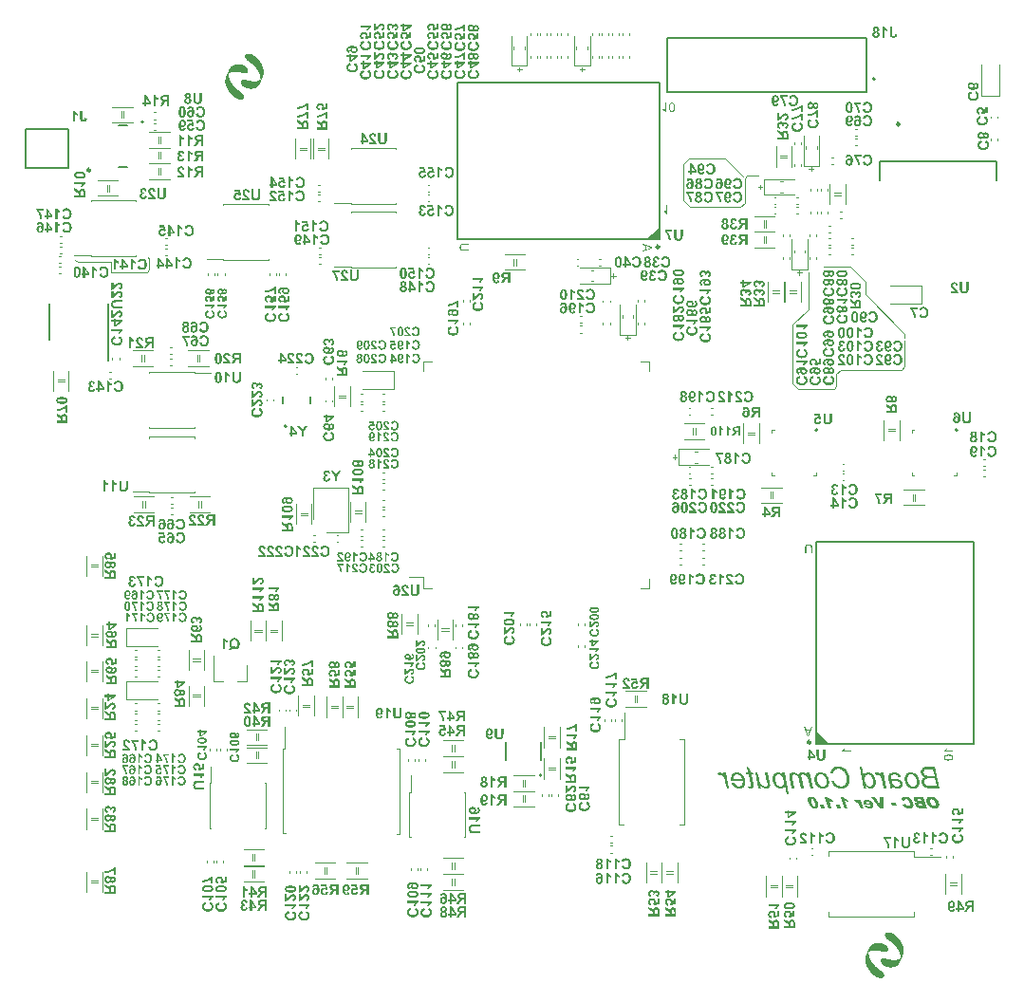
<source format=gbr>
G04*
G04 #@! TF.GenerationSoftware,Altium Limited,Altium Designer,24.9.1 (31)*
G04*
G04 Layer_Color=32896*
%FSLAX44Y44*%
%MOMM*%
G71*
G04*
G04 #@! TF.SameCoordinates,6A9D4D84-9140-4673-ADE8-75025B522ADB*
G04*
G04*
G04 #@! TF.FilePolarity,Positive*
G04*
G01*
G75*
%ADD11C,0.2000*%
%ADD12C,0.2500*%
%ADD17C,0.1000*%
%ADD18C,0.1250*%
%ADD19C,0.1270*%
%ADD20C,0.1524*%
G36*
X730000Y240000D02*
X720000D01*
Y250000D01*
X730000Y240000D01*
D02*
G37*
G36*
X775758Y62372D02*
X776236Y62384D01*
X776456Y62360D01*
X776616Y62372D01*
X776787Y62299D01*
X777179Y62274D01*
X777473Y62225D01*
X777596Y62176D01*
X777816Y62152D01*
X777988Y62127D01*
X778159Y62054D01*
X778429Y62029D01*
X778551Y61980D01*
X778588Y61943D01*
X778796Y61907D01*
X778968Y61833D01*
X779115Y61809D01*
X779335Y61711D01*
X779482Y61686D01*
X779605Y61637D01*
X779641Y61600D01*
X779776Y61564D01*
X779874Y61539D01*
X779911Y61502D01*
X780144Y61417D01*
X780205Y61355D01*
X780389Y61318D01*
X780462Y61245D01*
X780511Y61220D01*
X780634Y61171D01*
X781001Y60975D01*
X781050Y60926D01*
X781271Y60804D01*
X781393Y60731D01*
X781491Y60633D01*
X781589Y60608D01*
X781663Y60534D01*
X781712Y60510D01*
X781810Y60412D01*
X781859Y60388D01*
X781908Y60338D01*
X782030Y60265D01*
X782141Y60155D01*
X782275Y60044D01*
X782325Y60020D01*
X782337Y59983D01*
X782398Y59922D01*
X782447Y59897D01*
X782459Y59861D01*
X782521Y59799D01*
X782570Y59775D01*
X782582Y59738D01*
X782741Y59579D01*
X782790Y59554D01*
X782827Y59493D01*
X782851Y59444D01*
X782900Y59395D01*
X782962Y59309D01*
X783072Y59175D01*
X783096Y59126D01*
X783133Y59113D01*
X783170Y59052D01*
X783194Y59003D01*
X783268Y58930D01*
X783317Y58807D01*
X783390Y58734D01*
X783439Y58611D01*
X783513Y58538D01*
X783537Y58440D01*
X783635Y58292D01*
X783660Y58170D01*
X783721Y58109D01*
X783782Y57950D01*
X783807Y57852D01*
X783856Y57803D01*
X783880Y57680D01*
X783905Y57582D01*
X783966Y57472D01*
X784003Y57288D01*
X784027Y57116D01*
X784101Y56945D01*
X784125Y56234D01*
X784101Y55989D01*
X784027Y55818D01*
X784003Y55622D01*
X783978Y55524D01*
X783917Y55463D01*
X783856Y55303D01*
X783807Y55254D01*
X783782Y55181D01*
X783684Y55083D01*
X783660Y55034D01*
X783623Y54997D01*
X783574Y54973D01*
X783525Y54899D01*
X783476Y54875D01*
X783378Y54777D01*
X783255Y54728D01*
X783182Y54654D01*
X783084Y54630D01*
X782962Y54580D01*
X782925Y54544D01*
X782741Y54507D01*
X782570Y54433D01*
X782349Y54409D01*
X782104Y54384D01*
X782030Y54409D01*
X781957Y54384D01*
X781467Y54360D01*
X781295Y54384D01*
X781222Y54409D01*
X781148Y54384D01*
X780756Y54409D01*
X780438Y54433D01*
X780364Y54458D01*
X780168Y54507D01*
X779776Y54531D01*
X779580Y54580D01*
X779507Y54605D01*
X779335Y54630D01*
X779090Y54654D01*
X778992Y54679D01*
X778870Y54728D01*
X778625Y54752D01*
X778429Y54801D01*
X778306Y54850D01*
X778012Y54875D01*
X777792Y54973D01*
X777522Y54997D01*
X777424Y55022D01*
X777289Y55083D01*
X776983Y55120D01*
X776824Y55181D01*
X776665Y55217D01*
X776420Y55242D01*
X776248Y55316D01*
X775954Y55340D01*
X775758Y55389D01*
X775635Y55438D01*
X775219Y55463D01*
X775121Y55487D01*
X774998Y55536D01*
X774925Y55561D01*
X774484Y55585D01*
X774410Y55610D01*
X774361Y55585D01*
X774190Y55659D01*
X774116Y55634D01*
X774067Y55659D01*
X773700Y55683D01*
X773626Y55708D01*
X773614Y55695D01*
X773112Y55708D01*
X773014Y55732D01*
X772879Y55769D01*
X771617Y55757D01*
X771544Y55781D01*
X771360Y55720D01*
X770564Y55683D01*
X770465Y55659D01*
X770343Y55610D01*
X770098Y55585D01*
X769927Y55561D01*
X769828Y55536D01*
X769706Y55487D01*
X769485Y55463D01*
X769314Y55414D01*
X769265Y55365D01*
X769044Y55340D01*
X768922Y55291D01*
X768885Y55254D01*
X768787Y55230D01*
X768628Y55193D01*
X768567Y55132D01*
X768383Y55095D01*
X768309Y55022D01*
X768211Y54997D01*
X768089Y54948D01*
X767966Y54875D01*
X767844Y54826D01*
X767599Y54679D01*
X767427Y54580D01*
X767305Y54507D01*
X767133Y54384D01*
X767084Y54360D01*
X767072Y54323D01*
X766839Y54164D01*
X766790Y54139D01*
X766717Y54066D01*
X766668Y54042D01*
X766631Y54005D01*
X766607Y53564D01*
X766631Y53490D01*
X766656Y53172D01*
X766692Y53037D01*
X766729Y52461D01*
X766753Y52290D01*
X766803Y52167D01*
X766827Y51971D01*
X766852Y51726D01*
X766876Y51628D01*
X766925Y51505D01*
X766974Y51163D01*
X767048Y50991D01*
X767072Y50820D01*
X767096Y50722D01*
X767170Y50550D01*
X767195Y50354D01*
X767219Y50256D01*
X767268Y50207D01*
X767317Y49986D01*
X767415Y49766D01*
X767440Y49594D01*
X767513Y49472D01*
X767538Y49374D01*
X767587Y49202D01*
X767636Y49153D01*
X767685Y48957D01*
X767758Y48835D01*
X767807Y48639D01*
X767856Y48590D01*
X767905Y48467D01*
X767930Y48394D01*
X768003Y48271D01*
X768052Y48100D01*
X768113Y48039D01*
X768150Y47855D01*
X768236Y47769D01*
X768273Y47610D01*
X768346Y47536D01*
X768371Y47487D01*
X768395Y47389D01*
X768469Y47316D01*
X768493Y47169D01*
X768579Y47083D01*
X768640Y46924D01*
X768689Y46875D01*
X768738Y46752D01*
X768812Y46679D01*
X768836Y46556D01*
X768934Y46458D01*
X768959Y46409D01*
X769008Y46287D01*
X769106Y46115D01*
X769155Y46066D01*
X769204Y45944D01*
X769277Y45870D01*
X769326Y45748D01*
X769375Y45699D01*
X769473Y45527D01*
X769547Y45405D01*
X769620Y45331D01*
X769718Y45160D01*
X769792Y45037D01*
X769865Y44963D01*
X769890Y44914D01*
X769976Y44829D01*
X770024Y44706D01*
X770135Y44571D01*
X770159Y44523D01*
X770208Y44498D01*
X770306Y44327D01*
X770380Y44204D01*
X770453Y44155D01*
X770478Y44106D01*
X770576Y44008D01*
X770600Y43959D01*
X770735Y43775D01*
X770845Y43640D01*
X770870Y43591D01*
X770919Y43567D01*
X770943Y43518D01*
X771041Y43420D01*
X771066Y43371D01*
X771115Y43322D01*
X771188Y43199D01*
X771286Y43101D01*
X771311Y43052D01*
X771507Y42856D01*
X771531Y42807D01*
X771629Y42709D01*
X771691Y42624D01*
X771740Y42599D01*
X771752Y42562D01*
X771948Y42366D01*
X772021Y42244D01*
X773210Y41055D01*
X773332Y40982D01*
X773565Y40749D01*
X773700Y40639D01*
X773749Y40614D01*
X773761Y40578D01*
X773822Y40516D01*
X773871Y40492D01*
X774067Y40296D01*
X774116Y40271D01*
X774190Y40198D01*
X774239Y40173D01*
X774312Y40100D01*
X774361Y40075D01*
X774398Y40039D01*
X774533Y39928D01*
X774582Y39904D01*
X774606Y39855D01*
X774655Y39830D01*
X774753Y39732D01*
X774802Y39708D01*
X774839Y39671D01*
X775035Y39549D01*
X775060Y39500D01*
X775182Y39426D01*
X775207Y39377D01*
X775292Y39340D01*
X775341Y39291D01*
X775464Y39218D01*
X775513Y39169D01*
X775648Y39083D01*
X775782Y38973D01*
X775954Y38875D01*
X776052Y38777D01*
X776101Y38752D01*
X776420Y38532D01*
X776469Y38507D01*
X776542Y38434D01*
X776665Y38385D01*
X776738Y38311D01*
X776787Y38287D01*
X776836Y38238D01*
X777008Y38115D01*
X777130Y38042D01*
X777228Y37944D01*
X777277Y37919D01*
X777314Y37882D01*
X777449Y37772D01*
X777571Y37699D01*
X777669Y37601D01*
X777718Y37576D01*
X777792Y37503D01*
X777841Y37478D01*
X777877Y37441D01*
X777902Y37392D01*
X777975Y37343D01*
X778110Y37233D01*
X778159Y37209D01*
X778269Y37098D01*
X778404Y36988D01*
X778453Y36964D01*
X778465Y36927D01*
X778563Y36853D01*
X778588Y36804D01*
X778625Y36768D01*
X778674Y36743D01*
X778723Y36670D01*
X778772Y36645D01*
X778845Y36547D01*
X778894Y36523D01*
X778931Y36486D01*
X778955Y36437D01*
X779029Y36388D01*
X779053Y36339D01*
X779152Y36265D01*
X779176Y36216D01*
X779213Y36180D01*
X779262Y36155D01*
X779298Y36094D01*
X779323Y36045D01*
X779397Y35971D01*
X779421Y35922D01*
X779519Y35824D01*
X779544Y35775D01*
X779580Y35738D01*
X779690Y35604D01*
X779813Y35432D01*
X779911Y35261D01*
X779985Y35187D01*
X780132Y34918D01*
X780217Y34759D01*
X780279Y34599D01*
X780328Y34550D01*
X780352Y34452D01*
X780377Y34281D01*
X780450Y34207D01*
X780475Y33913D01*
X780499Y33840D01*
X780524Y33203D01*
X780499Y33129D01*
X780475Y32835D01*
X780450Y32737D01*
X780389Y32627D01*
X780352Y32443D01*
X780279Y32369D01*
X780254Y32320D01*
X780230Y32222D01*
X780181Y32174D01*
X780107Y32051D01*
X780082Y32002D01*
X779789Y31708D01*
X779654Y31598D01*
X779605Y31573D01*
X779556Y31524D01*
X779384Y31426D01*
X779262Y31353D01*
X779164Y31328D01*
X779090Y31255D01*
X778894Y31230D01*
X778735Y31144D01*
X778453Y31108D01*
X778355Y31083D01*
X778184Y31010D01*
X776799Y31022D01*
X776603Y31046D01*
X776444Y31108D01*
X776125Y31132D01*
X776028Y31157D01*
X775905Y31206D01*
X775709Y31230D01*
X775513Y31279D01*
X775464Y31328D01*
X775170Y31377D01*
X775096Y31451D01*
X774925Y31475D01*
X774778Y31573D01*
X774582Y31598D01*
X774508Y31671D01*
X774386Y31720D01*
X774288Y31745D01*
X774239Y31794D01*
X774165Y31818D01*
X774043Y31867D01*
X773920Y31941D01*
X773773Y32039D01*
X773675Y32063D01*
X773602Y32137D01*
X773553Y32161D01*
X773430Y32210D01*
X773418Y32247D01*
X773259Y32308D01*
X773210Y32357D01*
X773075Y32443D01*
X772879Y32566D01*
X772573Y32774D01*
X772524Y32798D01*
X772499Y32847D01*
X772328Y32945D01*
X772205Y33019D01*
X772156Y33068D01*
X772034Y33141D01*
X772021Y33178D01*
X771911Y33239D01*
X771862Y33288D01*
X771740Y33362D01*
X771666Y33435D01*
X771617Y33460D01*
X771519Y33558D01*
X771470Y33582D01*
X771421Y33631D01*
X771299Y33705D01*
X771225Y33778D01*
X771176Y33803D01*
X771078Y33901D01*
X771029Y33925D01*
X770931Y34023D01*
X770882Y34048D01*
X770784Y34146D01*
X770735Y34170D01*
X770637Y34268D01*
X770588Y34293D01*
X770515Y34367D01*
X770465Y34391D01*
X770245Y34611D01*
X770196Y34636D01*
X769853Y34979D01*
X769804Y35003D01*
X769008Y35800D01*
X768983Y35849D01*
X768640Y36192D01*
X768616Y36241D01*
X768395Y36461D01*
X768371Y36510D01*
X768297Y36584D01*
X768273Y36633D01*
X768175Y36731D01*
X768150Y36780D01*
X768052Y36878D01*
X768028Y36927D01*
X767930Y37025D01*
X767905Y37074D01*
X767807Y37172D01*
X767783Y37221D01*
X767734Y37270D01*
X767660Y37392D01*
X767562Y37490D01*
X767538Y37539D01*
X767464Y37613D01*
X767440Y37662D01*
X767391Y37711D01*
X767292Y37882D01*
X767219Y37956D01*
X767195Y38005D01*
X767133Y38066D01*
X766925Y38372D01*
X766803Y38544D01*
X766704Y38716D01*
X766656Y38765D01*
X766582Y38887D01*
X766508Y38961D01*
X766484Y39058D01*
X766435Y39108D01*
X766337Y39279D01*
X766288Y39328D01*
X766264Y39402D01*
X766215Y39451D01*
X766092Y39671D01*
X766019Y39794D01*
X765933Y39928D01*
X765884Y40051D01*
X765835Y40075D01*
X765810Y40124D01*
X765773Y40259D01*
X765700Y40333D01*
X765675Y40382D01*
X765626Y40504D01*
X765553Y40627D01*
X765504Y40749D01*
X765430Y40872D01*
X765406Y40970D01*
X765332Y41043D01*
X765308Y41166D01*
X765247Y41227D01*
X765161Y41460D01*
X765112Y41509D01*
X765087Y41607D01*
X765038Y41729D01*
X764989Y41778D01*
X764965Y41876D01*
X764879Y42035D01*
X764842Y42170D01*
X764744Y42391D01*
X764695Y42562D01*
X764646Y42611D01*
X764573Y42905D01*
X764524Y42954D01*
X764499Y43101D01*
X764475Y43199D01*
X764401Y43322D01*
X764377Y43469D01*
X764303Y43640D01*
X764254Y43836D01*
X764230Y44008D01*
X764181Y44057D01*
X764156Y44179D01*
X764132Y44351D01*
X764058Y44523D01*
X764034Y44767D01*
X763985Y44963D01*
X763936Y45086D01*
X763911Y45405D01*
X763887Y45576D01*
X763813Y45748D01*
X763789Y46409D01*
X763764Y46483D01*
X763740Y46801D01*
X763764Y46875D01*
X763715Y46997D01*
X763691Y47781D01*
X763715Y47855D01*
X763740Y48198D01*
X763764Y48271D01*
X763789Y48810D01*
X763813Y48884D01*
X763838Y49080D01*
X763887Y49202D01*
X763911Y49472D01*
X763936Y49570D01*
X764009Y49741D01*
X764034Y49937D01*
X764083Y50109D01*
X764120Y50146D01*
X764156Y50329D01*
X764181Y50427D01*
X764230Y50476D01*
X764279Y50697D01*
X764303Y50795D01*
X764352Y50844D01*
X764377Y50991D01*
X764401Y51089D01*
X764475Y51212D01*
X764499Y51358D01*
X764585Y51518D01*
X764622Y51677D01*
X764720Y51898D01*
X764769Y52094D01*
X764818Y52143D01*
X764867Y52339D01*
X764940Y52461D01*
X764965Y52584D01*
X764989Y52682D01*
X765051Y52743D01*
X765087Y52878D01*
X765136Y53049D01*
X765173Y53086D01*
X765210Y53221D01*
X765296Y53380D01*
X765332Y53539D01*
X765418Y53698D01*
X765455Y53858D01*
X765528Y53931D01*
X765577Y54127D01*
X765651Y54250D01*
X765700Y54446D01*
X765749Y54495D01*
X765773Y54544D01*
Y54568D01*
X765822Y54715D01*
X765896Y54838D01*
X765920Y54936D01*
X766006Y55095D01*
X766043Y55254D01*
X766116Y55328D01*
X766165Y55524D01*
X766239Y55597D01*
X766264Y55744D01*
X766325Y55806D01*
X766386Y55965D01*
X766411Y56063D01*
X766484Y56136D01*
X766508Y56283D01*
X766582Y56357D01*
X766607Y56455D01*
X766656Y56577D01*
X766704Y56626D01*
X766729Y56700D01*
X766815Y56859D01*
X766876Y57018D01*
X766949Y57092D01*
X766974Y57239D01*
X767060Y57325D01*
X767096Y57484D01*
X767170Y57558D01*
X767195Y57631D01*
X767244Y57754D01*
X767292Y57803D01*
X767317Y57852D01*
X767342Y57950D01*
X767403Y58011D01*
X767464Y58170D01*
X767513Y58219D01*
X767538Y58268D01*
X767562Y58366D01*
X767636Y58440D01*
X767660Y58489D01*
X767685Y58587D01*
X767721Y58599D01*
X767770Y58648D01*
X767807Y58783D01*
X767856Y58832D01*
X767881Y58881D01*
X767954Y58954D01*
X768040Y59089D01*
X768162Y59285D01*
X768211Y59309D01*
X768248Y59371D01*
X768273Y59420D01*
X768371Y59518D01*
X768395Y59567D01*
X768444Y59616D01*
X768530Y59750D01*
X768579Y59775D01*
X768616Y59812D01*
X768640Y59861D01*
X768812Y60032D01*
X768836Y60081D01*
X768897Y60142D01*
X768946Y60167D01*
X769044Y60265D01*
X769093Y60289D01*
X769118Y60338D01*
X769167Y60363D01*
X769204Y60400D01*
X769228Y60449D01*
X769289Y60486D01*
X769339Y60510D01*
X769412Y60584D01*
X769461Y60608D01*
X769498Y60645D01*
X769632Y60755D01*
X769681Y60780D01*
X769694Y60816D01*
X770000Y61000D01*
X770073Y61073D01*
X770196Y61122D01*
X770269Y61196D01*
X770368Y61220D01*
X770441Y61294D01*
X770490Y61318D01*
X770588Y61343D01*
X770649Y61404D01*
X770809Y61466D01*
X770919Y61527D01*
X771078Y61588D01*
X771152Y61662D01*
X771299Y61686D01*
X771397Y61711D01*
X771446Y61760D01*
X771519Y61784D01*
X771617Y61809D01*
X771838Y61907D01*
X772009Y61931D01*
X772107Y61956D01*
X772156Y62005D01*
X772377Y62029D01*
X772597Y62127D01*
X772891Y62152D01*
X773136Y62225D01*
X773210Y62250D01*
X773724Y62274D01*
X773847Y62323D01*
X773920Y62299D01*
X774018Y62348D01*
X774386Y62372D01*
X774459Y62397D01*
X774496Y62384D01*
X775685Y62397D01*
X775758Y62372D01*
D02*
G37*
G36*
X784579Y71928D02*
X785069Y71903D01*
X785314Y71879D01*
X785559Y71805D01*
X785804Y71781D01*
X785938Y71744D01*
X786061Y71695D01*
X786294Y71658D01*
X786514Y71560D01*
X786686Y71536D01*
X786759Y71462D01*
X786906Y71438D01*
X787004Y71413D01*
X787078Y71340D01*
X787249Y71315D01*
X787323Y71242D01*
X787421Y71217D01*
X787543Y71168D01*
X787629Y71107D01*
X787764Y71070D01*
X787825Y71009D01*
X787984Y70948D01*
X788046Y70887D01*
X788205Y70825D01*
X788217Y70788D01*
X788376Y70703D01*
X788548Y70605D01*
X788621Y70531D01*
X788744Y70482D01*
X788793Y70433D01*
X788964Y70335D01*
X789087Y70262D01*
X789136Y70213D01*
X789258Y70139D01*
X789307Y70090D01*
X789479Y69992D01*
X789528Y69943D01*
X789577Y69919D01*
X789626Y69870D01*
X789798Y69747D01*
X789920Y69674D01*
X789994Y69600D01*
X790043Y69576D01*
X790116Y69502D01*
X790239Y69429D01*
X790312Y69355D01*
X790361Y69331D01*
X790435Y69257D01*
X790557Y69184D01*
X790729Y69012D01*
X790778Y68988D01*
X790814Y68951D01*
X790949Y68841D01*
X790998Y68816D01*
X791072Y68743D01*
X791121Y68718D01*
X791317Y68522D01*
X791366Y68498D01*
X791586Y68277D01*
X791635Y68253D01*
X791954Y67934D01*
X792003Y67909D01*
X792676Y67236D01*
X792701Y67187D01*
X793044Y66844D01*
X793068Y66795D01*
X793289Y66574D01*
X793314Y66525D01*
X793448Y66390D01*
X793559Y66256D01*
X793583Y66207D01*
X793657Y66133D01*
X793681Y66084D01*
X793853Y65913D01*
X793877Y65864D01*
X793951Y65790D01*
X793975Y65741D01*
X794012Y65704D01*
X794245Y65398D01*
X794269Y65349D01*
X794306Y65337D01*
X794367Y65227D01*
X794416Y65178D01*
X794490Y65055D01*
X794563Y64982D01*
X794588Y64933D01*
X794637Y64883D01*
X794710Y64761D01*
X794747Y64724D01*
X794869Y64528D01*
X794980Y64394D01*
X795078Y64222D01*
X795151Y64149D01*
X795176Y64099D01*
X795274Y63952D01*
X795298Y63879D01*
X795396Y63781D01*
X795421Y63683D01*
X795494Y63609D01*
X795543Y63487D01*
X795592Y63438D01*
X795690Y63266D01*
X795935Y62825D01*
X796009Y62703D01*
X796095Y62568D01*
X796131Y62433D01*
X796180Y62384D01*
X796425Y61919D01*
X796523Y61674D01*
X796597Y61551D01*
X796621Y61453D01*
X796670Y61404D01*
X796695Y61331D01*
X796817Y61061D01*
X796891Y60890D01*
X796940Y60767D01*
X796964Y60669D01*
X797026Y60559D01*
X797062Y60424D01*
X797160Y60204D01*
X797185Y60106D01*
X797258Y59934D01*
X797332Y59640D01*
X797381Y59591D01*
X797405Y59444D01*
X797430Y59346D01*
X797491Y59211D01*
X797528Y59028D01*
X797552Y58930D01*
X797626Y58758D01*
X797650Y58562D01*
X797736Y58280D01*
X797773Y57998D01*
X797834Y57790D01*
X797859Y57692D01*
X797883Y57374D01*
X797920Y57165D01*
X797969Y57043D01*
X797993Y56357D01*
X798018Y56283D01*
X798042Y54936D01*
X798018Y54862D01*
X797993Y54299D01*
X797944Y54005D01*
X797920Y53907D01*
X797895Y53833D01*
X797871Y53564D01*
X797785Y53282D01*
X797748Y53049D01*
X797675Y52878D01*
X797601Y52584D01*
X797552Y52535D01*
X797528Y52314D01*
X797503Y52216D01*
X797430Y52143D01*
X797405Y51971D01*
X797381Y51873D01*
X797307Y51800D01*
X797283Y51652D01*
X797185Y51432D01*
X797136Y51236D01*
X797099Y51199D01*
X797038Y50942D01*
X797001Y50905D01*
X796952Y50783D01*
X796915Y50599D01*
X796842Y50525D01*
X796817Y50354D01*
X796719Y50207D01*
X796695Y50060D01*
X796621Y49937D01*
X796572Y49741D01*
X796499Y49619D01*
X796474Y49521D01*
X796425Y49398D01*
X796376Y49349D01*
X796352Y49178D01*
X796254Y49031D01*
X796205Y48835D01*
X796143Y48774D01*
X796107Y48639D01*
X796082Y48541D01*
X796033Y48492D01*
X796009Y48443D01*
X795984Y48345D01*
X795960Y48271D01*
X795886Y48149D01*
X795862Y48051D01*
X795788Y47928D01*
X795739Y47732D01*
X795666Y47659D01*
X795641Y47512D01*
X795543Y47365D01*
X795519Y47242D01*
X795445Y47120D01*
X795421Y47071D01*
X795298Y46801D01*
X795249Y46679D01*
X795188Y46593D01*
X795151Y46434D01*
X795102Y46385D01*
X795029Y46189D01*
X794980Y46140D01*
X794906Y45944D01*
X794857Y45895D01*
X794833Y45846D01*
X794784Y45723D01*
X794710Y45601D01*
X794661Y45478D01*
X794588Y45356D01*
X794563Y45258D01*
X794502Y45196D01*
X794441Y45037D01*
X794379Y44976D01*
X794343Y44841D01*
X794269Y44767D01*
X794220Y44645D01*
X794159Y44584D01*
X794098Y44425D01*
X794024Y44351D01*
X793975Y44229D01*
X793926Y44179D01*
X793828Y44008D01*
X793755Y43885D01*
X793706Y43836D01*
X793632Y43714D01*
X793583Y43665D01*
X793510Y43542D01*
X793436Y43469D01*
X793412Y43420D01*
X793314Y43322D01*
X793289Y43273D01*
X793068Y43052D01*
X793044Y43003D01*
X792738Y42697D01*
X792689Y42673D01*
X792542Y42526D01*
X792493Y42501D01*
X792468Y42452D01*
X792419Y42428D01*
X792346Y42354D01*
X792223Y42281D01*
X792174Y42231D01*
X792052Y42158D01*
X791978Y42084D01*
X791929Y42060D01*
X791843Y41974D01*
X791684Y41913D01*
X791635Y41864D01*
X791513Y41790D01*
X791464Y41741D01*
X791415Y41717D01*
X791292Y41668D01*
X791243Y41619D01*
X791047Y41546D01*
X790998Y41497D01*
X790949Y41472D01*
X790851Y41448D01*
X790778Y41374D01*
X790655Y41350D01*
X790496Y41264D01*
X790361Y41227D01*
X790263Y41203D01*
X790202Y41141D01*
X790018Y41104D01*
X789798Y41006D01*
X789626Y40982D01*
X789454Y40908D01*
X789258Y40884D01*
X789062Y40835D01*
X788940Y40786D01*
X788719Y40761D01*
X788548Y40737D01*
X788352Y40688D01*
X788278Y40663D01*
X787715Y40639D01*
X787580Y40602D01*
X787396Y40614D01*
X787323Y40590D01*
X785681Y40565D01*
X785608Y40590D01*
X785154Y40627D01*
X784762Y40651D01*
X784481Y40712D01*
X784407Y40737D01*
X784162Y40761D01*
X783991Y40786D01*
X783819Y40859D01*
X783574Y40884D01*
X783476Y40908D01*
X783305Y40982D01*
X783109Y41006D01*
X783010Y41031D01*
X782962Y41080D01*
X782814Y41104D01*
X782618Y41153D01*
X782582Y41190D01*
X782447Y41227D01*
X782349Y41252D01*
X782239Y41313D01*
X782104Y41350D01*
X781834Y41472D01*
X781736Y41497D01*
X781700Y41533D01*
X781467Y41619D01*
X781418Y41668D01*
X781320Y41693D01*
X781173Y41790D01*
X781124Y41815D01*
X781001Y41864D01*
X780781Y41986D01*
X780609Y42084D01*
X780560Y42133D01*
X780438Y42182D01*
X780389Y42231D01*
X780266Y42305D01*
X780193Y42379D01*
X780119Y42403D01*
X780058Y42464D01*
X779911Y42562D01*
X779886Y42611D01*
X779825Y42648D01*
X779776Y42673D01*
X779629Y42820D01*
X779580Y42844D01*
X778882Y43542D01*
X778857Y43591D01*
X778784Y43665D01*
X778698Y43800D01*
X778649Y43824D01*
X778612Y43861D01*
X778588Y43959D01*
X778514Y44032D01*
X778490Y44106D01*
X778416Y44179D01*
X778294Y44400D01*
X778024Y44914D01*
X777975Y45086D01*
X777926Y45135D01*
X777902Y45258D01*
X777804Y45478D01*
X777779Y45674D01*
X777730Y45870D01*
X777706Y45944D01*
X777681Y46262D01*
X777657Y46360D01*
X777681Y46973D01*
X777706Y47071D01*
X777755Y47193D01*
X777779Y47316D01*
X777804Y47414D01*
X777877Y47536D01*
X777902Y47634D01*
X777951Y47683D01*
X778024Y47806D01*
X778122Y47904D01*
X778147Y47953D01*
X778184Y47990D01*
X778233Y48014D01*
X778306Y48088D01*
X778429Y48161D01*
X778478Y48210D01*
X778600Y48284D01*
X778698Y48308D01*
X778759Y48369D01*
X778919Y48406D01*
X779053Y48467D01*
X779152Y48492D01*
X779348Y48516D01*
X779678Y48553D01*
X779752Y48578D01*
X780511Y48602D01*
X780585Y48578D01*
X780830Y48553D01*
X781001Y48528D01*
X781246Y48504D01*
X781565Y48479D01*
X781638Y48455D01*
X781785Y48431D01*
X781859Y48406D01*
X782251Y48382D01*
X782422Y48308D01*
X782717Y48284D01*
X782913Y48235D01*
X783047Y48198D01*
X783206Y48161D01*
X783452Y48137D01*
X783623Y48063D01*
X783966Y48014D01*
X784138Y47941D01*
X784383Y47916D01*
X784664Y47830D01*
X784946Y47793D01*
X785118Y47720D01*
X785338Y47695D01*
X785436Y47671D01*
X785608Y47646D01*
X785730Y47597D01*
X786073Y47573D01*
X786086Y47561D01*
X786208Y47536D01*
X786330Y47487D01*
X786612Y47450D01*
X786857Y47426D01*
X786931Y47401D01*
X787053Y47377D01*
X787151Y47352D01*
X787323Y47328D01*
X787788Y47303D01*
X787899Y47267D01*
X788119Y47242D01*
X788867Y47205D01*
X789185Y47181D01*
X790533Y47205D01*
X790631Y47230D01*
X791096Y47254D01*
X791219Y47303D01*
X791439Y47328D01*
X791684Y47352D01*
X791782Y47377D01*
X791905Y47426D01*
X792174Y47450D01*
X792395Y47548D01*
X792566Y47573D01*
X792738Y47622D01*
X792787Y47671D01*
X792958Y47695D01*
X793081Y47744D01*
X793118Y47781D01*
X793277Y47818D01*
X793399Y47892D01*
X793497Y47916D01*
X793620Y47965D01*
X793742Y48039D01*
X793865Y48088D01*
X794085Y48210D01*
X794134Y48259D01*
X794232Y48284D01*
X794281Y48333D01*
X794453Y48431D01*
X794624Y48553D01*
X794747Y48626D01*
X794845Y48724D01*
X794894Y48749D01*
X794992Y48847D01*
X795041Y48872D01*
X795127Y48957D01*
X795151Y49594D01*
X795127Y49668D01*
X795102Y49815D01*
X795078Y50060D01*
X795053Y50378D01*
X795029Y50623D01*
X795004Y50722D01*
X794980Y50795D01*
X794955Y51040D01*
X794931Y51212D01*
X794857Y51383D01*
X794833Y51603D01*
X794808Y51775D01*
X794747Y51910D01*
X794710Y52143D01*
X794686Y52241D01*
X794624Y52375D01*
X794588Y52584D01*
X794563Y52682D01*
X794514Y52731D01*
X794490Y52853D01*
X794465Y52951D01*
X794404Y53086D01*
X794367Y53221D01*
X794318Y53392D01*
X794269Y53441D01*
X794245Y53588D01*
X794134Y53845D01*
X794098Y54005D01*
X794036Y54066D01*
X794000Y54201D01*
X793975Y54299D01*
X793914Y54360D01*
X793877Y54519D01*
X793779Y54666D01*
X793755Y54813D01*
X793681Y54887D01*
X793657Y55009D01*
X793559Y55156D01*
X793534Y55205D01*
X793510Y55303D01*
X793461Y55352D01*
X793387Y55548D01*
X793338Y55597D01*
X793265Y55793D01*
X793216Y55842D01*
X793191Y55891D01*
X793142Y56014D01*
X793081Y56075D01*
X793044Y56210D01*
X792995Y56259D01*
X792799Y56626D01*
X792726Y56700D01*
X792701Y56798D01*
X792652Y56847D01*
X792456Y57190D01*
X792407Y57239D01*
X792309Y57410D01*
X792235Y57533D01*
X792162Y57607D01*
X792064Y57778D01*
X791991Y57901D01*
X791917Y57974D01*
X791892Y58023D01*
X791598Y58440D01*
X791525Y58562D01*
X791476Y58611D01*
X791415Y58697D01*
X791304Y58832D01*
X791280Y58881D01*
X791231Y58930D01*
X791157Y59052D01*
X791084Y59126D01*
X791059Y59175D01*
X790961Y59273D01*
X790937Y59322D01*
X790839Y59420D01*
X790814Y59469D01*
X790765Y59518D01*
X790692Y59640D01*
X790643Y59665D01*
X790618Y59714D01*
X790496Y59836D01*
X790471Y59885D01*
X790373Y59983D01*
X790349Y60032D01*
X790312Y60044D01*
X790226Y60155D01*
X790202Y60204D01*
X790030Y60375D01*
X790006Y60424D01*
X789712Y60718D01*
X789687Y60767D01*
X788548Y61907D01*
X788499Y61931D01*
X788180Y62250D01*
X788131Y62274D01*
X788058Y62348D01*
X788009Y62372D01*
X787886Y62495D01*
X787837Y62519D01*
X787641Y62715D01*
X787592Y62740D01*
X787494Y62838D01*
X787445Y62862D01*
X787347Y62960D01*
X787298Y62985D01*
X787249Y63034D01*
X787127Y63107D01*
X787053Y63181D01*
X786968Y63242D01*
X786943Y63291D01*
X786808Y63377D01*
X786686Y63450D01*
X786588Y63548D01*
X786539Y63573D01*
X786490Y63622D01*
X786367Y63695D01*
X786318Y63744D01*
X786196Y63818D01*
X786147Y63867D01*
X786012Y63952D01*
X785987Y64001D01*
X785828Y64087D01*
X785706Y64161D01*
X785608Y64259D01*
X785534Y64283D01*
X785473Y64345D01*
X785326Y64418D01*
X785302Y64467D01*
X785167Y64553D01*
X785044Y64626D01*
X784995Y64675D01*
X784860Y64761D01*
X784726Y64871D01*
X784677Y64896D01*
X784628Y64945D01*
X784579Y64969D01*
X784481Y65067D01*
X784432Y65092D01*
X784334Y65190D01*
X784285Y65214D01*
X784236Y65263D01*
X784113Y65337D01*
X784064Y65386D01*
X783942Y65459D01*
X783893Y65533D01*
X783844Y65557D01*
X783721Y65680D01*
X783672Y65704D01*
X783562Y65815D01*
X783427Y65925D01*
X783378Y65949D01*
X782508Y66819D01*
X782484Y66868D01*
X782386Y66966D01*
X782361Y67015D01*
X782263Y67113D01*
X782239Y67162D01*
X782165Y67236D01*
X782141Y67285D01*
X782043Y67383D01*
X781994Y67505D01*
X781945Y67554D01*
X781871Y67677D01*
X781798Y67750D01*
X781773Y67848D01*
X781687Y67934D01*
X781626Y68093D01*
X781577Y68142D01*
X781553Y68191D01*
X781504Y68363D01*
X781455Y68412D01*
X781430Y68485D01*
X781406Y68583D01*
X781357Y68706D01*
X781320Y68792D01*
X781295Y69037D01*
X781259Y69220D01*
X781234Y69294D01*
X781210Y69588D01*
X781234Y69661D01*
X781259Y69808D01*
X781283Y69882D01*
X781308Y70151D01*
X781357Y70323D01*
X781406Y70372D01*
X781430Y70470D01*
X781479Y70592D01*
X781602Y70813D01*
X781675Y70936D01*
X782030Y71291D01*
X782079Y71315D01*
X782153Y71389D01*
X782325Y71487D01*
X782594Y71634D01*
X782717Y71683D01*
X782937Y71781D01*
X783158Y71805D01*
X783329Y71879D01*
X783795Y71903D01*
X783868Y71928D01*
X784505Y71952D01*
X784579Y71928D01*
D02*
G37*
G36*
X204758Y846372D02*
X205236Y846384D01*
X205456Y846360D01*
X205616Y846372D01*
X205787Y846299D01*
X206179Y846274D01*
X206473Y846225D01*
X206596Y846176D01*
X206816Y846152D01*
X206988Y846127D01*
X207159Y846054D01*
X207429Y846029D01*
X207551Y845980D01*
X207588Y845943D01*
X207796Y845907D01*
X207968Y845833D01*
X208115Y845809D01*
X208335Y845711D01*
X208482Y845686D01*
X208605Y845637D01*
X208641Y845600D01*
X208776Y845564D01*
X208874Y845539D01*
X208911Y845502D01*
X209144Y845416D01*
X209205Y845355D01*
X209389Y845319D01*
X209462Y845245D01*
X209511Y845220D01*
X209634Y845172D01*
X210001Y844976D01*
X210050Y844927D01*
X210271Y844804D01*
X210393Y844731D01*
X210491Y844632D01*
X210589Y844608D01*
X210663Y844535D01*
X210712Y844510D01*
X210810Y844412D01*
X210859Y844388D01*
X210908Y844338D01*
X211030Y844265D01*
X211141Y844155D01*
X211275Y844044D01*
X211325Y844020D01*
X211337Y843983D01*
X211398Y843922D01*
X211447Y843897D01*
X211459Y843861D01*
X211521Y843799D01*
X211569Y843775D01*
X211582Y843738D01*
X211741Y843579D01*
X211790Y843554D01*
X211827Y843493D01*
X211851Y843444D01*
X211900Y843395D01*
X211961Y843309D01*
X212072Y843175D01*
X212096Y843126D01*
X212133Y843113D01*
X212170Y843052D01*
X212194Y843003D01*
X212268Y842930D01*
X212317Y842807D01*
X212390Y842734D01*
X212439Y842611D01*
X212513Y842538D01*
X212537Y842440D01*
X212635Y842292D01*
X212660Y842170D01*
X212721Y842109D01*
X212782Y841949D01*
X212807Y841852D01*
X212856Y841803D01*
X212880Y841680D01*
X212905Y841582D01*
X212966Y841472D01*
X213003Y841288D01*
X213027Y841116D01*
X213101Y840945D01*
X213125Y840234D01*
X213101Y839989D01*
X213027Y839818D01*
X213003Y839622D01*
X212978Y839524D01*
X212917Y839463D01*
X212856Y839303D01*
X212807Y839254D01*
X212782Y839181D01*
X212684Y839083D01*
X212660Y839034D01*
X212623Y838997D01*
X212574Y838972D01*
X212525Y838899D01*
X212476Y838875D01*
X212378Y838776D01*
X212255Y838727D01*
X212182Y838654D01*
X212084Y838630D01*
X211961Y838580D01*
X211925Y838544D01*
X211741Y838507D01*
X211569Y838434D01*
X211349Y838409D01*
X211104Y838384D01*
X211030Y838409D01*
X210957Y838384D01*
X210467Y838360D01*
X210295Y838384D01*
X210222Y838409D01*
X210148Y838384D01*
X209756Y838409D01*
X209438Y838434D01*
X209364Y838458D01*
X209168Y838507D01*
X208776Y838531D01*
X208580Y838580D01*
X208507Y838605D01*
X208335Y838630D01*
X208090Y838654D01*
X207992Y838679D01*
X207870Y838727D01*
X207625Y838752D01*
X207429Y838801D01*
X207306Y838850D01*
X207012Y838875D01*
X206792Y838972D01*
X206522Y838997D01*
X206424Y839022D01*
X206289Y839083D01*
X205983Y839120D01*
X205824Y839181D01*
X205665Y839218D01*
X205420Y839242D01*
X205248Y839316D01*
X204954Y839340D01*
X204758Y839389D01*
X204635Y839438D01*
X204219Y839463D01*
X204121Y839487D01*
X203998Y839536D01*
X203925Y839561D01*
X203484Y839585D01*
X203410Y839610D01*
X203361Y839585D01*
X203190Y839659D01*
X203116Y839634D01*
X203067Y839659D01*
X202700Y839683D01*
X202626Y839708D01*
X202614Y839695D01*
X202112Y839708D01*
X202014Y839732D01*
X201879Y839769D01*
X200617Y839757D01*
X200544Y839781D01*
X200360Y839720D01*
X199564Y839683D01*
X199466Y839659D01*
X199343Y839610D01*
X199098Y839585D01*
X198927Y839561D01*
X198829Y839536D01*
X198706Y839487D01*
X198486Y839463D01*
X198314Y839414D01*
X198265Y839365D01*
X198044Y839340D01*
X197922Y839291D01*
X197885Y839254D01*
X197787Y839230D01*
X197628Y839193D01*
X197567Y839132D01*
X197383Y839095D01*
X197309Y839022D01*
X197211Y838997D01*
X197089Y838948D01*
X196966Y838875D01*
X196844Y838826D01*
X196599Y838679D01*
X196427Y838580D01*
X196305Y838507D01*
X196133Y838384D01*
X196084Y838360D01*
X196072Y838323D01*
X195839Y838164D01*
X195790Y838139D01*
X195717Y838066D01*
X195668Y838042D01*
X195631Y838005D01*
X195606Y837564D01*
X195631Y837490D01*
X195655Y837172D01*
X195692Y837037D01*
X195729Y836461D01*
X195753Y836290D01*
X195802Y836167D01*
X195827Y835971D01*
X195851Y835726D01*
X195876Y835628D01*
X195925Y835506D01*
X195974Y835163D01*
X196047Y834991D01*
X196072Y834819D01*
X196096Y834722D01*
X196170Y834550D01*
X196195Y834354D01*
X196219Y834256D01*
X196268Y834207D01*
X196317Y833986D01*
X196415Y833766D01*
X196440Y833594D01*
X196513Y833472D01*
X196538Y833374D01*
X196587Y833202D01*
X196636Y833153D01*
X196685Y832957D01*
X196758Y832835D01*
X196807Y832639D01*
X196856Y832590D01*
X196905Y832467D01*
X196930Y832394D01*
X197003Y832271D01*
X197052Y832100D01*
X197113Y832038D01*
X197150Y831855D01*
X197236Y831769D01*
X197273Y831610D01*
X197346Y831536D01*
X197371Y831487D01*
X197395Y831389D01*
X197469Y831316D01*
X197493Y831169D01*
X197579Y831083D01*
X197640Y830924D01*
X197689Y830875D01*
X197738Y830752D01*
X197812Y830679D01*
X197836Y830556D01*
X197934Y830458D01*
X197959Y830409D01*
X198008Y830287D01*
X198106Y830115D01*
X198155Y830066D01*
X198204Y829944D01*
X198277Y829870D01*
X198326Y829748D01*
X198375Y829699D01*
X198473Y829527D01*
X198547Y829405D01*
X198620Y829331D01*
X198718Y829159D01*
X198792Y829037D01*
X198865Y828963D01*
X198890Y828914D01*
X198976Y828829D01*
X199025Y828706D01*
X199135Y828571D01*
X199159Y828522D01*
X199208Y828498D01*
X199306Y828326D01*
X199380Y828204D01*
X199453Y828155D01*
X199478Y828106D01*
X199576Y828008D01*
X199600Y827959D01*
X199735Y827775D01*
X199845Y827640D01*
X199870Y827591D01*
X199919Y827567D01*
X199943Y827518D01*
X200041Y827420D01*
X200066Y827371D01*
X200115Y827322D01*
X200188Y827199D01*
X200286Y827101D01*
X200311Y827052D01*
X200507Y826856D01*
X200531Y826807D01*
X200629Y826709D01*
X200691Y826624D01*
X200740Y826599D01*
X200752Y826562D01*
X200948Y826366D01*
X201021Y826244D01*
X202210Y825055D01*
X202332Y824982D01*
X202565Y824749D01*
X202700Y824639D01*
X202749Y824614D01*
X202761Y824578D01*
X202822Y824516D01*
X202871Y824492D01*
X203067Y824296D01*
X203116Y824271D01*
X203190Y824198D01*
X203239Y824173D01*
X203312Y824100D01*
X203361Y824075D01*
X203398Y824039D01*
X203533Y823928D01*
X203582Y823904D01*
X203606Y823855D01*
X203655Y823830D01*
X203753Y823732D01*
X203802Y823708D01*
X203839Y823671D01*
X204035Y823549D01*
X204060Y823500D01*
X204182Y823426D01*
X204207Y823377D01*
X204292Y823340D01*
X204341Y823291D01*
X204464Y823218D01*
X204513Y823169D01*
X204648Y823083D01*
X204782Y822973D01*
X204954Y822875D01*
X205052Y822777D01*
X205101Y822752D01*
X205420Y822532D01*
X205469Y822507D01*
X205542Y822434D01*
X205665Y822385D01*
X205738Y822311D01*
X205787Y822287D01*
X205836Y822238D01*
X206007Y822115D01*
X206130Y822042D01*
X206228Y821944D01*
X206277Y821919D01*
X206314Y821882D01*
X206449Y821772D01*
X206571Y821699D01*
X206669Y821601D01*
X206718Y821576D01*
X206792Y821503D01*
X206841Y821478D01*
X206877Y821441D01*
X206902Y821392D01*
X206975Y821343D01*
X207110Y821233D01*
X207159Y821209D01*
X207269Y821098D01*
X207404Y820988D01*
X207453Y820964D01*
X207465Y820927D01*
X207563Y820853D01*
X207588Y820804D01*
X207625Y820768D01*
X207674Y820743D01*
X207723Y820670D01*
X207772Y820645D01*
X207845Y820547D01*
X207894Y820523D01*
X207931Y820486D01*
X207955Y820437D01*
X208029Y820388D01*
X208053Y820339D01*
X208151Y820265D01*
X208176Y820216D01*
X208213Y820180D01*
X208262Y820155D01*
X208298Y820094D01*
X208323Y820045D01*
X208396Y819971D01*
X208421Y819922D01*
X208519Y819824D01*
X208543Y819775D01*
X208580Y819738D01*
X208690Y819604D01*
X208813Y819432D01*
X208911Y819261D01*
X208985Y819187D01*
X209132Y818918D01*
X209217Y818758D01*
X209279Y818599D01*
X209328Y818550D01*
X209352Y818452D01*
X209377Y818281D01*
X209450Y818207D01*
X209475Y817913D01*
X209499Y817840D01*
X209524Y817203D01*
X209499Y817129D01*
X209475Y816835D01*
X209450Y816737D01*
X209389Y816627D01*
X209352Y816443D01*
X209279Y816369D01*
X209254Y816320D01*
X209230Y816223D01*
X209181Y816173D01*
X209107Y816051D01*
X209083Y816002D01*
X208789Y815708D01*
X208654Y815598D01*
X208605Y815573D01*
X208556Y815524D01*
X208384Y815426D01*
X208262Y815353D01*
X208164Y815328D01*
X208090Y815255D01*
X207894Y815230D01*
X207735Y815144D01*
X207453Y815108D01*
X207355Y815083D01*
X207184Y815010D01*
X205799Y815022D01*
X205603Y815046D01*
X205444Y815108D01*
X205126Y815132D01*
X205028Y815157D01*
X204905Y815206D01*
X204709Y815230D01*
X204513Y815279D01*
X204464Y815328D01*
X204170Y815377D01*
X204096Y815451D01*
X203925Y815475D01*
X203778Y815573D01*
X203582Y815598D01*
X203508Y815671D01*
X203386Y815720D01*
X203288Y815745D01*
X203239Y815794D01*
X203165Y815818D01*
X203043Y815867D01*
X202920Y815941D01*
X202773Y816039D01*
X202675Y816063D01*
X202602Y816137D01*
X202553Y816161D01*
X202430Y816210D01*
X202418Y816247D01*
X202259Y816308D01*
X202210Y816357D01*
X202075Y816443D01*
X201879Y816565D01*
X201573Y816774D01*
X201524Y816798D01*
X201499Y816847D01*
X201328Y816945D01*
X201205Y817019D01*
X201156Y817068D01*
X201034Y817141D01*
X201021Y817178D01*
X200911Y817239D01*
X200862Y817288D01*
X200740Y817362D01*
X200666Y817435D01*
X200617Y817460D01*
X200519Y817558D01*
X200470Y817582D01*
X200421Y817631D01*
X200299Y817705D01*
X200225Y817778D01*
X200176Y817803D01*
X200078Y817901D01*
X200029Y817925D01*
X199931Y818023D01*
X199882Y818048D01*
X199784Y818146D01*
X199735Y818170D01*
X199637Y818268D01*
X199588Y818293D01*
X199515Y818366D01*
X199466Y818391D01*
X199245Y818612D01*
X199196Y818636D01*
X198853Y818979D01*
X198804Y819004D01*
X198008Y819800D01*
X197983Y819849D01*
X197640Y820192D01*
X197616Y820241D01*
X197395Y820461D01*
X197371Y820510D01*
X197297Y820584D01*
X197273Y820633D01*
X197175Y820731D01*
X197150Y820780D01*
X197052Y820878D01*
X197028Y820927D01*
X196930Y821025D01*
X196905Y821074D01*
X196807Y821172D01*
X196783Y821221D01*
X196734Y821270D01*
X196660Y821392D01*
X196562Y821490D01*
X196538Y821540D01*
X196464Y821613D01*
X196440Y821662D01*
X196391Y821711D01*
X196292Y821882D01*
X196219Y821956D01*
X196195Y822005D01*
X196133Y822066D01*
X195925Y822373D01*
X195802Y822544D01*
X195704Y822716D01*
X195655Y822765D01*
X195582Y822887D01*
X195508Y822961D01*
X195484Y823059D01*
X195435Y823108D01*
X195337Y823279D01*
X195288Y823328D01*
X195264Y823402D01*
X195215Y823451D01*
X195092Y823671D01*
X195019Y823794D01*
X194933Y823928D01*
X194884Y824051D01*
X194835Y824075D01*
X194810Y824124D01*
X194773Y824259D01*
X194700Y824333D01*
X194675Y824382D01*
X194626Y824504D01*
X194553Y824627D01*
X194504Y824749D01*
X194430Y824872D01*
X194406Y824970D01*
X194332Y825043D01*
X194308Y825166D01*
X194247Y825227D01*
X194161Y825460D01*
X194112Y825509D01*
X194087Y825607D01*
X194038Y825729D01*
X193989Y825778D01*
X193965Y825876D01*
X193879Y826036D01*
X193842Y826170D01*
X193744Y826391D01*
X193695Y826562D01*
X193646Y826611D01*
X193573Y826905D01*
X193524Y826954D01*
X193499Y827101D01*
X193475Y827199D01*
X193401Y827322D01*
X193377Y827469D01*
X193303Y827640D01*
X193254Y827836D01*
X193230Y828008D01*
X193181Y828057D01*
X193156Y828179D01*
X193132Y828351D01*
X193058Y828522D01*
X193034Y828767D01*
X192985Y828963D01*
X192936Y829086D01*
X192911Y829405D01*
X192887Y829576D01*
X192813Y829748D01*
X192789Y830409D01*
X192764Y830483D01*
X192740Y830801D01*
X192764Y830875D01*
X192715Y830997D01*
X192691Y831781D01*
X192715Y831855D01*
X192740Y832198D01*
X192764Y832271D01*
X192789Y832810D01*
X192813Y832884D01*
X192838Y833080D01*
X192887Y833202D01*
X192911Y833472D01*
X192936Y833570D01*
X193009Y833741D01*
X193034Y833937D01*
X193083Y834109D01*
X193120Y834146D01*
X193156Y834329D01*
X193181Y834427D01*
X193230Y834476D01*
X193279Y834697D01*
X193303Y834795D01*
X193352Y834844D01*
X193377Y834991D01*
X193401Y835089D01*
X193475Y835211D01*
X193499Y835359D01*
X193585Y835518D01*
X193622Y835677D01*
X193720Y835898D01*
X193769Y836094D01*
X193818Y836143D01*
X193867Y836339D01*
X193940Y836461D01*
X193965Y836584D01*
X193989Y836682D01*
X194051Y836743D01*
X194087Y836878D01*
X194136Y837049D01*
X194173Y837086D01*
X194210Y837221D01*
X194296Y837380D01*
X194332Y837539D01*
X194418Y837699D01*
X194455Y837858D01*
X194528Y837931D01*
X194577Y838127D01*
X194651Y838250D01*
X194700Y838446D01*
X194749Y838495D01*
X194773Y838544D01*
Y838568D01*
X194822Y838715D01*
X194896Y838838D01*
X194920Y838936D01*
X195006Y839095D01*
X195043Y839254D01*
X195116Y839328D01*
X195166Y839524D01*
X195239Y839597D01*
X195264Y839744D01*
X195325Y839806D01*
X195386Y839965D01*
X195410Y840063D01*
X195484Y840136D01*
X195508Y840283D01*
X195582Y840357D01*
X195606Y840455D01*
X195655Y840577D01*
X195704Y840626D01*
X195729Y840700D01*
X195815Y840859D01*
X195876Y841018D01*
X195949Y841092D01*
X195974Y841239D01*
X196060Y841325D01*
X196096Y841484D01*
X196170Y841557D01*
X196195Y841631D01*
X196243Y841753D01*
X196292Y841803D01*
X196317Y841852D01*
X196341Y841949D01*
X196403Y842011D01*
X196464Y842170D01*
X196513Y842219D01*
X196538Y842268D01*
X196562Y842366D01*
X196636Y842440D01*
X196660Y842489D01*
X196685Y842587D01*
X196721Y842599D01*
X196770Y842648D01*
X196807Y842783D01*
X196856Y842832D01*
X196881Y842881D01*
X196954Y842954D01*
X197040Y843089D01*
X197162Y843285D01*
X197211Y843309D01*
X197248Y843371D01*
X197273Y843420D01*
X197371Y843518D01*
X197395Y843567D01*
X197444Y843616D01*
X197530Y843750D01*
X197579Y843775D01*
X197616Y843812D01*
X197640Y843861D01*
X197812Y844032D01*
X197836Y844081D01*
X197897Y844142D01*
X197946Y844167D01*
X198044Y844265D01*
X198093Y844289D01*
X198118Y844338D01*
X198167Y844363D01*
X198204Y844400D01*
X198228Y844449D01*
X198289Y844485D01*
X198339Y844510D01*
X198412Y844584D01*
X198461Y844608D01*
X198498Y844645D01*
X198633Y844755D01*
X198682Y844780D01*
X198694Y844816D01*
X199000Y845000D01*
X199074Y845073D01*
X199196Y845123D01*
X199270Y845196D01*
X199368Y845220D01*
X199441Y845294D01*
X199490Y845319D01*
X199588Y845343D01*
X199649Y845404D01*
X199809Y845465D01*
X199919Y845527D01*
X200078Y845588D01*
X200152Y845662D01*
X200299Y845686D01*
X200397Y845711D01*
X200446Y845760D01*
X200519Y845784D01*
X200617Y845809D01*
X200838Y845907D01*
X201009Y845931D01*
X201107Y845956D01*
X201156Y846005D01*
X201377Y846029D01*
X201597Y846127D01*
X201891Y846152D01*
X202136Y846225D01*
X202210Y846250D01*
X202724Y846274D01*
X202847Y846323D01*
X202920Y846299D01*
X203018Y846348D01*
X203386Y846372D01*
X203459Y846397D01*
X203496Y846384D01*
X204685Y846397D01*
X204758Y846372D01*
D02*
G37*
G36*
X213579Y855928D02*
X214069Y855903D01*
X214314Y855879D01*
X214559Y855805D01*
X214804Y855781D01*
X214939Y855744D01*
X215061Y855695D01*
X215294Y855658D01*
X215514Y855560D01*
X215686Y855536D01*
X215759Y855462D01*
X215906Y855438D01*
X216004Y855413D01*
X216078Y855340D01*
X216249Y855315D01*
X216323Y855242D01*
X216421Y855217D01*
X216543Y855168D01*
X216629Y855107D01*
X216764Y855070D01*
X216825Y855009D01*
X216984Y854948D01*
X217046Y854886D01*
X217205Y854825D01*
X217217Y854789D01*
X217376Y854703D01*
X217548Y854605D01*
X217621Y854531D01*
X217744Y854482D01*
X217793Y854433D01*
X217964Y854335D01*
X218087Y854262D01*
X218136Y854213D01*
X218258Y854139D01*
X218307Y854090D01*
X218479Y853992D01*
X218528Y853943D01*
X218577Y853919D01*
X218626Y853870D01*
X218797Y853747D01*
X218920Y853674D01*
X218993Y853600D01*
X219043Y853576D01*
X219116Y853502D01*
X219239Y853429D01*
X219312Y853355D01*
X219361Y853331D01*
X219435Y853257D01*
X219557Y853184D01*
X219729Y853012D01*
X219778Y852988D01*
X219814Y852951D01*
X219949Y852841D01*
X219998Y852816D01*
X220072Y852743D01*
X220121Y852718D01*
X220317Y852522D01*
X220366Y852498D01*
X220586Y852277D01*
X220635Y852253D01*
X220954Y851934D01*
X221003Y851909D01*
X221677Y851236D01*
X221701Y851187D01*
X222044Y850844D01*
X222069Y850795D01*
X222289Y850574D01*
X222314Y850525D01*
X222448Y850390D01*
X222559Y850256D01*
X222583Y850207D01*
X222657Y850133D01*
X222681Y850084D01*
X222853Y849913D01*
X222877Y849864D01*
X222951Y849790D01*
X222975Y849741D01*
X223012Y849704D01*
X223245Y849398D01*
X223269Y849349D01*
X223306Y849337D01*
X223367Y849227D01*
X223416Y849178D01*
X223490Y849055D01*
X223563Y848982D01*
X223588Y848933D01*
X223637Y848884D01*
X223710Y848761D01*
X223747Y848724D01*
X223869Y848528D01*
X223980Y848393D01*
X224078Y848222D01*
X224151Y848148D01*
X224176Y848100D01*
X224274Y847952D01*
X224298Y847879D01*
X224396Y847781D01*
X224421Y847683D01*
X224494Y847609D01*
X224543Y847487D01*
X224592Y847438D01*
X224690Y847266D01*
X224935Y846825D01*
X225009Y846703D01*
X225095Y846568D01*
X225131Y846433D01*
X225180Y846384D01*
X225425Y845919D01*
X225523Y845674D01*
X225597Y845551D01*
X225621Y845453D01*
X225670Y845404D01*
X225695Y845331D01*
X225817Y845061D01*
X225891Y844890D01*
X225940Y844767D01*
X225964Y844669D01*
X226026Y844559D01*
X226062Y844424D01*
X226160Y844204D01*
X226185Y844106D01*
X226258Y843934D01*
X226332Y843640D01*
X226381Y843591D01*
X226405Y843444D01*
X226430Y843346D01*
X226491Y843211D01*
X226528Y843028D01*
X226552Y842930D01*
X226626Y842758D01*
X226650Y842562D01*
X226736Y842280D01*
X226773Y841999D01*
X226834Y841790D01*
X226859Y841692D01*
X226883Y841374D01*
X226920Y841165D01*
X226969Y841043D01*
X226993Y840357D01*
X227018Y840283D01*
X227042Y838936D01*
X227018Y838862D01*
X226993Y838299D01*
X226944Y838005D01*
X226920Y837907D01*
X226895Y837833D01*
X226871Y837564D01*
X226785Y837282D01*
X226748Y837049D01*
X226675Y836878D01*
X226601Y836584D01*
X226552Y836535D01*
X226528Y836314D01*
X226503Y836216D01*
X226430Y836143D01*
X226405Y835971D01*
X226381Y835873D01*
X226307Y835799D01*
X226283Y835652D01*
X226185Y835432D01*
X226136Y835236D01*
X226099Y835199D01*
X226038Y834942D01*
X226001Y834905D01*
X225952Y834783D01*
X225915Y834599D01*
X225842Y834526D01*
X225817Y834354D01*
X225719Y834207D01*
X225695Y834060D01*
X225621Y833937D01*
X225572Y833741D01*
X225499Y833619D01*
X225474Y833521D01*
X225425Y833398D01*
X225376Y833349D01*
X225352Y833178D01*
X225254Y833031D01*
X225205Y832835D01*
X225144Y832774D01*
X225107Y832639D01*
X225082Y832541D01*
X225033Y832492D01*
X225009Y832443D01*
X224984Y832345D01*
X224960Y832271D01*
X224886Y832149D01*
X224862Y832051D01*
X224788Y831928D01*
X224739Y831732D01*
X224666Y831659D01*
X224641Y831512D01*
X224543Y831365D01*
X224519Y831242D01*
X224445Y831120D01*
X224421Y831071D01*
X224298Y830801D01*
X224249Y830679D01*
X224188Y830593D01*
X224151Y830434D01*
X224102Y830385D01*
X224029Y830189D01*
X223980Y830140D01*
X223906Y829944D01*
X223857Y829895D01*
X223833Y829846D01*
X223784Y829723D01*
X223710Y829601D01*
X223661Y829478D01*
X223588Y829355D01*
X223563Y829258D01*
X223502Y829196D01*
X223441Y829037D01*
X223379Y828976D01*
X223343Y828841D01*
X223269Y828767D01*
X223220Y828645D01*
X223159Y828584D01*
X223098Y828425D01*
X223024Y828351D01*
X222975Y828229D01*
X222926Y828179D01*
X222828Y828008D01*
X222755Y827885D01*
X222706Y827836D01*
X222632Y827714D01*
X222583Y827665D01*
X222510Y827542D01*
X222436Y827469D01*
X222412Y827420D01*
X222314Y827322D01*
X222289Y827273D01*
X222069Y827052D01*
X222044Y827003D01*
X221738Y826697D01*
X221689Y826673D01*
X221542Y826526D01*
X221493Y826501D01*
X221468Y826452D01*
X221419Y826428D01*
X221346Y826354D01*
X221223Y826281D01*
X221174Y826232D01*
X221052Y826158D01*
X220978Y826085D01*
X220929Y826060D01*
X220843Y825974D01*
X220684Y825913D01*
X220635Y825864D01*
X220513Y825790D01*
X220464Y825742D01*
X220415Y825717D01*
X220292Y825668D01*
X220243Y825619D01*
X220047Y825546D01*
X219998Y825497D01*
X219949Y825472D01*
X219851Y825447D01*
X219778Y825374D01*
X219655Y825350D01*
X219496Y825264D01*
X219361Y825227D01*
X219263Y825202D01*
X219202Y825141D01*
X219018Y825105D01*
X218797Y825006D01*
X218626Y824982D01*
X218454Y824909D01*
X218258Y824884D01*
X218062Y824835D01*
X217940Y824786D01*
X217719Y824761D01*
X217548Y824737D01*
X217352Y824688D01*
X217278Y824663D01*
X216715Y824639D01*
X216580Y824602D01*
X216396Y824614D01*
X216323Y824590D01*
X214681Y824565D01*
X214608Y824590D01*
X214154Y824627D01*
X213762Y824651D01*
X213481Y824712D01*
X213407Y824737D01*
X213162Y824761D01*
X212991Y824786D01*
X212819Y824859D01*
X212574Y824884D01*
X212476Y824909D01*
X212304Y824982D01*
X212108Y825006D01*
X212010Y825031D01*
X211961Y825080D01*
X211814Y825105D01*
X211618Y825154D01*
X211582Y825190D01*
X211447Y825227D01*
X211349Y825251D01*
X211239Y825313D01*
X211104Y825350D01*
X210834Y825472D01*
X210736Y825497D01*
X210700Y825533D01*
X210467Y825619D01*
X210418Y825668D01*
X210320Y825693D01*
X210173Y825790D01*
X210124Y825815D01*
X210001Y825864D01*
X209781Y825986D01*
X209609Y826085D01*
X209560Y826134D01*
X209438Y826182D01*
X209389Y826232D01*
X209266Y826305D01*
X209193Y826379D01*
X209119Y826403D01*
X209058Y826464D01*
X208911Y826562D01*
X208887Y826611D01*
X208825Y826648D01*
X208776Y826673D01*
X208629Y826820D01*
X208580Y826844D01*
X207882Y827542D01*
X207857Y827591D01*
X207784Y827665D01*
X207698Y827800D01*
X207649Y827824D01*
X207612Y827861D01*
X207588Y827959D01*
X207514Y828033D01*
X207490Y828106D01*
X207416Y828179D01*
X207294Y828400D01*
X207024Y828914D01*
X206975Y829086D01*
X206926Y829135D01*
X206902Y829258D01*
X206804Y829478D01*
X206779Y829674D01*
X206730Y829870D01*
X206706Y829944D01*
X206681Y830262D01*
X206657Y830360D01*
X206681Y830973D01*
X206706Y831071D01*
X206755Y831193D01*
X206779Y831316D01*
X206804Y831414D01*
X206877Y831536D01*
X206902Y831634D01*
X206951Y831683D01*
X207024Y831806D01*
X207122Y831904D01*
X207147Y831953D01*
X207184Y831990D01*
X207233Y832014D01*
X207306Y832087D01*
X207429Y832161D01*
X207478Y832210D01*
X207600Y832283D01*
X207698Y832308D01*
X207759Y832369D01*
X207919Y832406D01*
X208053Y832467D01*
X208151Y832492D01*
X208347Y832516D01*
X208678Y832553D01*
X208752Y832578D01*
X209511Y832602D01*
X209585Y832578D01*
X209830Y832553D01*
X210001Y832529D01*
X210246Y832504D01*
X210565Y832479D01*
X210638Y832455D01*
X210785Y832430D01*
X210859Y832406D01*
X211251Y832382D01*
X211423Y832308D01*
X211716Y832283D01*
X211912Y832234D01*
X212047Y832198D01*
X212206Y832161D01*
X212451Y832137D01*
X212623Y832063D01*
X212966Y832014D01*
X213138Y831941D01*
X213383Y831916D01*
X213664Y831830D01*
X213946Y831794D01*
X214118Y831720D01*
X214338Y831695D01*
X214436Y831671D01*
X214608Y831646D01*
X214730Y831598D01*
X215073Y831573D01*
X215086Y831561D01*
X215208Y831536D01*
X215331Y831487D01*
X215612Y831451D01*
X215857Y831426D01*
X215931Y831402D01*
X216053Y831377D01*
X216151Y831352D01*
X216323Y831328D01*
X216788Y831303D01*
X216899Y831267D01*
X217119Y831242D01*
X217866Y831205D01*
X218185Y831181D01*
X219533Y831205D01*
X219631Y831230D01*
X220096Y831254D01*
X220219Y831303D01*
X220439Y831328D01*
X220684Y831352D01*
X220782Y831377D01*
X220905Y831426D01*
X221174Y831451D01*
X221395Y831548D01*
X221566Y831573D01*
X221738Y831622D01*
X221787Y831671D01*
X221958Y831695D01*
X222081Y831745D01*
X222118Y831781D01*
X222277Y831818D01*
X222399Y831891D01*
X222497Y831916D01*
X222620Y831965D01*
X222742Y832038D01*
X222865Y832087D01*
X223085Y832210D01*
X223134Y832259D01*
X223232Y832283D01*
X223281Y832333D01*
X223453Y832430D01*
X223624Y832553D01*
X223747Y832627D01*
X223845Y832725D01*
X223894Y832749D01*
X223992Y832847D01*
X224041Y832872D01*
X224127Y832957D01*
X224151Y833594D01*
X224127Y833668D01*
X224102Y833815D01*
X224078Y834060D01*
X224053Y834378D01*
X224029Y834623D01*
X224004Y834722D01*
X223980Y834795D01*
X223955Y835040D01*
X223931Y835211D01*
X223857Y835383D01*
X223833Y835603D01*
X223808Y835775D01*
X223747Y835910D01*
X223710Y836143D01*
X223686Y836241D01*
X223624Y836375D01*
X223588Y836584D01*
X223563Y836682D01*
X223514Y836731D01*
X223490Y836853D01*
X223465Y836951D01*
X223404Y837086D01*
X223367Y837221D01*
X223318Y837392D01*
X223269Y837441D01*
X223245Y837588D01*
X223134Y837845D01*
X223098Y838005D01*
X223036Y838066D01*
X223000Y838201D01*
X222975Y838299D01*
X222914Y838360D01*
X222877Y838519D01*
X222779Y838666D01*
X222755Y838813D01*
X222681Y838887D01*
X222657Y839009D01*
X222559Y839156D01*
X222534Y839205D01*
X222510Y839303D01*
X222461Y839352D01*
X222387Y839548D01*
X222338Y839597D01*
X222265Y839793D01*
X222216Y839842D01*
X222191Y839891D01*
X222142Y840014D01*
X222081Y840075D01*
X222044Y840210D01*
X221995Y840259D01*
X221799Y840626D01*
X221726Y840700D01*
X221701Y840798D01*
X221652Y840847D01*
X221456Y841190D01*
X221407Y841239D01*
X221309Y841411D01*
X221236Y841533D01*
X221162Y841607D01*
X221064Y841778D01*
X220991Y841900D01*
X220917Y841974D01*
X220892Y842023D01*
X220598Y842440D01*
X220525Y842562D01*
X220476Y842611D01*
X220415Y842697D01*
X220304Y842832D01*
X220280Y842881D01*
X220231Y842930D01*
X220157Y843052D01*
X220084Y843126D01*
X220059Y843175D01*
X219961Y843273D01*
X219937Y843322D01*
X219839Y843420D01*
X219814Y843469D01*
X219765Y843518D01*
X219692Y843640D01*
X219643Y843665D01*
X219618Y843714D01*
X219496Y843836D01*
X219471Y843885D01*
X219373Y843983D01*
X219349Y844032D01*
X219312Y844044D01*
X219226Y844155D01*
X219202Y844204D01*
X219030Y844375D01*
X219006Y844424D01*
X218712Y844718D01*
X218687Y844767D01*
X217548Y845907D01*
X217499Y845931D01*
X217180Y846250D01*
X217131Y846274D01*
X217058Y846348D01*
X217009Y846372D01*
X216886Y846495D01*
X216837Y846519D01*
X216641Y846715D01*
X216592Y846740D01*
X216494Y846838D01*
X216445Y846862D01*
X216347Y846960D01*
X216298Y846985D01*
X216249Y847034D01*
X216127Y847107D01*
X216053Y847181D01*
X215968Y847242D01*
X215943Y847291D01*
X215808Y847377D01*
X215686Y847450D01*
X215588Y847548D01*
X215539Y847573D01*
X215490Y847622D01*
X215367Y847695D01*
X215318Y847744D01*
X215196Y847818D01*
X215147Y847867D01*
X215012Y847952D01*
X214988Y848001D01*
X214828Y848087D01*
X214706Y848161D01*
X214608Y848259D01*
X214534Y848283D01*
X214473Y848344D01*
X214326Y848418D01*
X214301Y848467D01*
X214167Y848553D01*
X214044Y848626D01*
X213995Y848675D01*
X213860Y848761D01*
X213726Y848871D01*
X213677Y848896D01*
X213628Y848945D01*
X213579Y848969D01*
X213481Y849067D01*
X213432Y849092D01*
X213334Y849190D01*
X213285Y849214D01*
X213236Y849263D01*
X213113Y849337D01*
X213064Y849386D01*
X212942Y849459D01*
X212893Y849533D01*
X212844Y849557D01*
X212721Y849680D01*
X212672Y849704D01*
X212562Y849815D01*
X212427Y849925D01*
X212378Y849949D01*
X211508Y850819D01*
X211484Y850868D01*
X211386Y850966D01*
X211361Y851015D01*
X211263Y851113D01*
X211239Y851162D01*
X211165Y851236D01*
X211141Y851285D01*
X211043Y851383D01*
X210994Y851505D01*
X210945Y851554D01*
X210871Y851677D01*
X210798Y851750D01*
X210773Y851848D01*
X210687Y851934D01*
X210626Y852093D01*
X210577Y852142D01*
X210553Y852191D01*
X210504Y852363D01*
X210455Y852412D01*
X210430Y852485D01*
X210406Y852583D01*
X210357Y852706D01*
X210320Y852792D01*
X210295Y853037D01*
X210259Y853220D01*
X210234Y853294D01*
X210210Y853588D01*
X210234Y853661D01*
X210259Y853808D01*
X210283Y853882D01*
X210308Y854152D01*
X210357Y854323D01*
X210406Y854372D01*
X210430Y854470D01*
X210479Y854593D01*
X210602Y854813D01*
X210675Y854936D01*
X211030Y855291D01*
X211079Y855315D01*
X211153Y855389D01*
X211325Y855487D01*
X211594Y855634D01*
X211716Y855683D01*
X211937Y855781D01*
X212157Y855805D01*
X212329Y855879D01*
X212795Y855903D01*
X212868Y855928D01*
X213505Y855952D01*
X213579Y855928D01*
D02*
G37*
G36*
X580000Y700000D02*
X570000Y690000D01*
X580000D01*
Y700000D01*
D02*
G37*
G36*
X715280Y812863D02*
X715548Y812806D01*
X715802Y812750D01*
X716013Y812665D01*
X716182Y812595D01*
X716309Y812524D01*
X716394Y812468D01*
X716422Y812454D01*
X716648Y812285D01*
X716845Y812087D01*
X717014Y811876D01*
X717141Y811678D01*
X717254Y811495D01*
X717338Y811354D01*
X717366Y811298D01*
X717381Y811256D01*
X717395Y811227D01*
Y811213D01*
X717507Y811439D01*
X717634Y811636D01*
X717761Y811805D01*
X717902Y811946D01*
X718015Y812059D01*
X718114Y812130D01*
X718170Y812186D01*
X718198Y812200D01*
X718410Y812327D01*
X718621Y812411D01*
X718819Y812482D01*
X719002Y812524D01*
X719171Y812552D01*
X719298Y812567D01*
X719382D01*
X719397D01*
X719411D01*
X719608Y812552D01*
X719805Y812538D01*
X720158Y812440D01*
X720454Y812327D01*
X720722Y812186D01*
X720933Y812031D01*
X721018Y811974D01*
X721088Y811918D01*
X721144Y811862D01*
X721187Y811819D01*
X721201Y811805D01*
X721215Y811791D01*
X721342Y811636D01*
X721455Y811481D01*
X721553Y811298D01*
X721638Y811129D01*
X721765Y810762D01*
X721849Y810410D01*
X721878Y810255D01*
X721892Y810100D01*
X721906Y809973D01*
X721920Y809846D01*
X721934Y809761D01*
Y809620D01*
X721920Y809367D01*
X721906Y809127D01*
X721863Y808901D01*
X721821Y808690D01*
X721765Y808493D01*
X721708Y808309D01*
X721638Y808154D01*
X721581Y808013D01*
X721511Y807872D01*
X721441Y807759D01*
X721384Y807675D01*
X721328Y807590D01*
X721285Y807534D01*
X721243Y807492D01*
X721229Y807464D01*
X721215Y807449D01*
X721074Y807322D01*
X720933Y807196D01*
X720778Y807097D01*
X720637Y807012D01*
X720327Y806871D01*
X720045Y806787D01*
X719791Y806730D01*
X719678Y806716D01*
X719594Y806702D01*
X719509Y806688D01*
X719453D01*
X719425D01*
X719411D01*
X719171Y806702D01*
X718960Y806745D01*
X718748Y806787D01*
X718579Y806857D01*
X718424Y806914D01*
X718325Y806956D01*
X718255Y806998D01*
X718226Y807012D01*
X718043Y807153D01*
X717874Y807322D01*
X717733Y807492D01*
X717606Y807675D01*
X717522Y807830D01*
X717451Y807957D01*
X717409Y808041D01*
X717395Y808055D01*
Y808070D01*
X717240Y807774D01*
X717085Y807520D01*
X716915Y807308D01*
X716746Y807139D01*
X716591Y806998D01*
X716478Y806900D01*
X716394Y806843D01*
X716380Y806829D01*
X716366D01*
X716112Y806702D01*
X715858Y806603D01*
X715604Y806547D01*
X715379Y806491D01*
X715196Y806463D01*
X715041Y806449D01*
X714984D01*
X714942D01*
X714914D01*
X714900D01*
X714632Y806463D01*
X714392Y806491D01*
X714152Y806547D01*
X713941Y806618D01*
X713729Y806688D01*
X713546Y806773D01*
X713377Y806871D01*
X713222Y806970D01*
X713095Y807069D01*
X712968Y807167D01*
X712870Y807252D01*
X712785Y807322D01*
X712714Y807393D01*
X712672Y807449D01*
X712644Y807478D01*
X712630Y807492D01*
X712503Y807661D01*
X712404Y807844D01*
X712306Y808027D01*
X712235Y808211D01*
X712108Y808577D01*
X712024Y808930D01*
X711996Y809099D01*
X711982Y809240D01*
X711967Y809367D01*
X711953Y809479D01*
X711939Y809578D01*
Y809705D01*
X711953Y809973D01*
X711982Y810212D01*
X712024Y810452D01*
X712066Y810678D01*
X712137Y810875D01*
X712207Y811058D01*
X712278Y811242D01*
X712362Y811396D01*
X712447Y811537D01*
X712517Y811650D01*
X712588Y811763D01*
X712658Y811848D01*
X712700Y811918D01*
X712743Y811960D01*
X712771Y811989D01*
X712785Y812003D01*
X712954Y812158D01*
X713123Y812285D01*
X713307Y812411D01*
X713490Y812510D01*
X713673Y812595D01*
X713856Y812665D01*
X714209Y812764D01*
X714364Y812806D01*
X714505Y812834D01*
X714646Y812849D01*
X714759Y812863D01*
X714857Y812877D01*
X714928D01*
X714970D01*
X714984D01*
X715280Y812863D01*
D02*
G37*
G36*
X721751Y798893D02*
X720017D01*
Y803136D01*
X719382Y802671D01*
X718720Y802262D01*
X718410Y802064D01*
X718085Y801895D01*
X717789Y801740D01*
X717507Y801599D01*
X717240Y801472D01*
X717000Y801359D01*
X716775Y801261D01*
X716591Y801176D01*
X716450Y801120D01*
X716338Y801077D01*
X716267Y801049D01*
X716239Y801035D01*
X715844Y800894D01*
X715463Y800767D01*
X715083Y800669D01*
X714716Y800570D01*
X714350Y800499D01*
X714011Y800429D01*
X713687Y800373D01*
X713391Y800330D01*
X713123Y800288D01*
X712870Y800260D01*
X712658Y800232D01*
X712475Y800218D01*
X712320D01*
X712207Y800203D01*
X712151D01*
X712122D01*
Y802008D01*
X712616Y802022D01*
X713123Y802064D01*
X713617Y802135D01*
X713842Y802163D01*
X714068Y802205D01*
X714265Y802248D01*
X714463Y802290D01*
X714618Y802318D01*
X714759Y802346D01*
X714885Y802374D01*
X714970Y802403D01*
X715026Y802417D01*
X715041D01*
X715647Y802600D01*
X716225Y802797D01*
X716492Y802896D01*
X716746Y803009D01*
X716986Y803108D01*
X717212Y803206D01*
X717409Y803305D01*
X717592Y803389D01*
X717761Y803474D01*
X717888Y803530D01*
X718001Y803587D01*
X718071Y803629D01*
X718128Y803657D01*
X718142Y803671D01*
X718410Y803826D01*
X718663Y803981D01*
X718889Y804122D01*
X719115Y804263D01*
X719312Y804404D01*
X719495Y804545D01*
X719664Y804672D01*
X719819Y804785D01*
X719960Y804898D01*
X720073Y804996D01*
X720172Y805081D01*
X720256Y805152D01*
X720313Y805208D01*
X720355Y805250D01*
X720383Y805278D01*
X720397Y805293D01*
X721751D01*
Y798893D01*
D02*
G37*
G36*
X715703Y795693D02*
X715322Y795580D01*
X714998Y795453D01*
X714730Y795326D01*
X714505Y795185D01*
X714336Y795072D01*
X714223Y794974D01*
X714152Y794903D01*
X714124Y794875D01*
X713955Y794649D01*
X713842Y794424D01*
X713758Y794198D01*
X713687Y794001D01*
X713659Y793818D01*
X713645Y793662D01*
X713631Y793606D01*
Y793536D01*
X713645Y793338D01*
X713659Y793155D01*
X713758Y792817D01*
X713870Y792521D01*
X714025Y792281D01*
X714166Y792084D01*
X714279Y791943D01*
X714336Y791886D01*
X714378Y791844D01*
X714392Y791830D01*
X714406Y791816D01*
X714561Y791703D01*
X714744Y791604D01*
X714942Y791506D01*
X715153Y791435D01*
X715590Y791322D01*
X716027Y791238D01*
X716239Y791210D01*
X716422Y791196D01*
X716605Y791167D01*
X716760D01*
X716873Y791153D01*
X716972D01*
X717042D01*
X717056D01*
X717381Y791167D01*
X717677Y791181D01*
X717944Y791210D01*
X718198Y791252D01*
X718424Y791308D01*
X718635Y791365D01*
X718819Y791421D01*
X718988Y791492D01*
X719129Y791548D01*
X719256Y791604D01*
X719354Y791661D01*
X719439Y791717D01*
X719509Y791759D01*
X719552Y791788D01*
X719580Y791816D01*
X719594D01*
X719735Y791943D01*
X719862Y792084D01*
X719960Y792225D01*
X720045Y792380D01*
X720186Y792676D01*
X720285Y792958D01*
X720341Y793197D01*
X720355Y793310D01*
X720369Y793395D01*
X720383Y793479D01*
Y793578D01*
X720369Y793860D01*
X720313Y794114D01*
X720242Y794339D01*
X720158Y794537D01*
X720073Y794692D01*
X720003Y794804D01*
X719946Y794875D01*
X719932Y794903D01*
X719763Y795086D01*
X719566Y795256D01*
X719368Y795382D01*
X719171Y795481D01*
X719002Y795552D01*
X718875Y795594D01*
X718819Y795622D01*
X718776D01*
X718762Y795636D01*
X718748D01*
X719213Y797581D01*
X719622Y797440D01*
X719975Y797285D01*
X720285Y797116D01*
X720538Y796961D01*
X720736Y796806D01*
X720820Y796750D01*
X720891Y796693D01*
X720933Y796651D01*
X720975Y796609D01*
X721004Y796595D01*
Y796581D01*
X721187Y796369D01*
X721356Y796130D01*
X721497Y795904D01*
X721610Y795664D01*
X721722Y795411D01*
X721807Y795171D01*
X721878Y794931D01*
X721934Y794706D01*
X721976Y794494D01*
X722004Y794297D01*
X722033Y794128D01*
X722047Y793973D01*
X722061Y793846D01*
Y793677D01*
X722047Y793310D01*
X722004Y792943D01*
X721934Y792619D01*
X721849Y792295D01*
X721751Y792013D01*
X721638Y791731D01*
X721511Y791492D01*
X721384Y791266D01*
X721257Y791055D01*
X721130Y790885D01*
X721018Y790730D01*
X720919Y790603D01*
X720834Y790505D01*
X720764Y790434D01*
X720722Y790392D01*
X720707Y790378D01*
X720440Y790152D01*
X720158Y789969D01*
X719862Y789800D01*
X719552Y789659D01*
X719227Y789532D01*
X718917Y789433D01*
X718607Y789349D01*
X718311Y789278D01*
X718015Y789222D01*
X717761Y789194D01*
X717522Y789166D01*
X717324Y789137D01*
X717155D01*
X717028Y789123D01*
X716944D01*
X716929D01*
X716915D01*
X716492Y789137D01*
X716098Y789180D01*
X715717Y789236D01*
X715379Y789321D01*
X715055Y789405D01*
X714744Y789518D01*
X714477Y789631D01*
X714237Y789743D01*
X714011Y789856D01*
X713814Y789969D01*
X713659Y790082D01*
X713518Y790166D01*
X713419Y790251D01*
X713335Y790307D01*
X713292Y790350D01*
X713278Y790364D01*
X713039Y790603D01*
X712841Y790857D01*
X712658Y791125D01*
X712517Y791393D01*
X712390Y791661D01*
X712278Y791929D01*
X712193Y792182D01*
X712122Y792422D01*
X712066Y792662D01*
X712024Y792873D01*
X711996Y793070D01*
X711982Y793225D01*
X711967Y793366D01*
X711953Y793465D01*
Y793550D01*
X711967Y793846D01*
X711982Y794114D01*
X712024Y794381D01*
X712080Y794621D01*
X712137Y794847D01*
X712193Y795058D01*
X712263Y795256D01*
X712348Y795439D01*
X712419Y795594D01*
X712489Y795735D01*
X712545Y795862D01*
X712602Y795960D01*
X712658Y796045D01*
X712700Y796101D01*
X712714Y796130D01*
X712729Y796144D01*
X712884Y796327D01*
X713053Y796496D01*
X713434Y796806D01*
X713828Y797060D01*
X714209Y797257D01*
X714392Y797342D01*
X714561Y797412D01*
X714716Y797469D01*
X714843Y797525D01*
X714956Y797567D01*
X715041Y797596D01*
X715097Y797610D01*
X715111D01*
X715703Y795693D01*
D02*
G37*
G36*
X617535Y757920D02*
X617760Y757892D01*
X617986Y757849D01*
X618197Y757793D01*
X618395Y757722D01*
X618578Y757638D01*
X618761Y757567D01*
X618902Y757483D01*
X619043Y757384D01*
X619170Y757314D01*
X619269Y757229D01*
X619367Y757159D01*
X619438Y757102D01*
X619480Y757060D01*
X619508Y757032D01*
X619523Y757018D01*
X619678Y756834D01*
X619804Y756651D01*
X619931Y756454D01*
X620030Y756256D01*
X620115Y756059D01*
X620185Y755848D01*
X620284Y755467D01*
X620326Y755298D01*
X620354Y755129D01*
X620368Y754988D01*
X620382Y754861D01*
X620396Y754748D01*
Y754678D01*
Y754621D01*
Y754607D01*
X620382Y754353D01*
X620354Y754100D01*
X620326Y753860D01*
X620270Y753649D01*
X620199Y753437D01*
X620129Y753254D01*
X620058Y753071D01*
X619974Y752915D01*
X619903Y752774D01*
X619833Y752648D01*
X619762Y752549D01*
X619692Y752450D01*
X619635Y752394D01*
X619607Y752337D01*
X619579Y752309D01*
X619565Y752295D01*
X619410Y752140D01*
X619240Y751999D01*
X619071Y751886D01*
X618902Y751788D01*
X618733Y751703D01*
X618578Y751618D01*
X618268Y751520D01*
X618000Y751449D01*
X617887Y751435D01*
X617789Y751421D01*
X617704Y751407D01*
X617591D01*
X617394Y751421D01*
X617211Y751449D01*
X617041Y751478D01*
X616872Y751534D01*
X616562Y751661D01*
X616308Y751816D01*
X616111Y751971D01*
X616026Y752041D01*
X615956Y752098D01*
X615900Y752154D01*
X615857Y752197D01*
X615843Y752211D01*
X615829Y752225D01*
X615857Y751929D01*
X615886Y751647D01*
X615914Y751393D01*
X615956Y751167D01*
X615998Y750970D01*
X616040Y750787D01*
X616083Y750632D01*
X616125Y750491D01*
X616181Y750364D01*
X616210Y750265D01*
X616252Y750181D01*
X616280Y750124D01*
X616308Y750068D01*
X616337Y750040D01*
X616351Y750011D01*
X616506Y749842D01*
X616675Y749715D01*
X616830Y749617D01*
X616985Y749560D01*
X617126Y749518D01*
X617225Y749504D01*
X617295Y749490D01*
X617323D01*
X617478Y749504D01*
X617634Y749532D01*
X617746Y749574D01*
X617859Y749617D01*
X617944Y749659D01*
X618000Y749701D01*
X618042Y749730D01*
X618056Y749744D01*
X618155Y749856D01*
X618226Y749983D01*
X618282Y750124D01*
X618324Y750265D01*
X618367Y750378D01*
X618381Y750477D01*
X618395Y750547D01*
Y750575D01*
X620199Y750364D01*
X620157Y750138D01*
X620101Y749941D01*
X620044Y749744D01*
X619974Y749574D01*
X619903Y749405D01*
X619833Y749250D01*
X619748Y749123D01*
X619678Y748996D01*
X619593Y748898D01*
X619537Y748799D01*
X619466Y748729D01*
X619410Y748658D01*
X619367Y748616D01*
X619325Y748574D01*
X619311Y748559D01*
X619297Y748545D01*
X619156Y748433D01*
X619015Y748348D01*
X618705Y748193D01*
X618409Y748094D01*
X618113Y748010D01*
X617845Y747967D01*
X617732Y747953D01*
X617634D01*
X617563Y747939D01*
X617450D01*
X617154Y747953D01*
X616886Y747996D01*
X616633Y748052D01*
X616379Y748122D01*
X616153Y748221D01*
X615942Y748320D01*
X615745Y748419D01*
X615575Y748531D01*
X615420Y748644D01*
X615279Y748743D01*
X615167Y748856D01*
X615068Y748940D01*
X614983Y749010D01*
X614927Y749067D01*
X614899Y749109D01*
X614885Y749123D01*
X614701Y749363D01*
X614560Y749631D01*
X614419Y749927D01*
X614307Y750223D01*
X614208Y750547D01*
X614123Y750871D01*
X614067Y751181D01*
X614011Y751506D01*
X613968Y751802D01*
X613940Y752070D01*
X613912Y752323D01*
X613898Y752549D01*
X613884Y752732D01*
Y752873D01*
Y752915D01*
Y752958D01*
Y752972D01*
Y752986D01*
X613898Y753465D01*
X613926Y753902D01*
X613968Y754311D01*
X614039Y754692D01*
X614109Y755030D01*
X614180Y755340D01*
X614278Y755622D01*
X614363Y755876D01*
X614448Y756087D01*
X614532Y756271D01*
X614617Y756426D01*
X614687Y756552D01*
X614758Y756651D01*
X614800Y756722D01*
X614828Y756764D01*
X614842Y756778D01*
X615025Y756975D01*
X615223Y757159D01*
X615420Y757314D01*
X615618Y757440D01*
X615829Y757553D01*
X616026Y757652D01*
X616224Y757722D01*
X616421Y757793D01*
X616590Y757835D01*
X616759Y757878D01*
X616900Y757906D01*
X617027Y757920D01*
X617140D01*
X617211Y757934D01*
X617281D01*
X617535Y757920D01*
D02*
G37*
G36*
X625838Y758047D02*
X626204Y758004D01*
X626529Y757934D01*
X626853Y757849D01*
X627135Y757751D01*
X627417Y757638D01*
X627657Y757511D01*
X627882Y757384D01*
X628093Y757257D01*
X628263Y757130D01*
X628418Y757018D01*
X628545Y756919D01*
X628643Y756834D01*
X628714Y756764D01*
X628756Y756722D01*
X628770Y756708D01*
X628996Y756440D01*
X629179Y756158D01*
X629348Y755862D01*
X629489Y755552D01*
X629616Y755227D01*
X629715Y754917D01*
X629799Y754607D01*
X629870Y754311D01*
X629926Y754015D01*
X629954Y753761D01*
X629982Y753522D01*
X630011Y753324D01*
Y753155D01*
X630025Y753028D01*
Y752944D01*
Y752930D01*
Y752915D01*
X630011Y752493D01*
X629968Y752098D01*
X629912Y751717D01*
X629827Y751379D01*
X629743Y751055D01*
X629630Y750744D01*
X629517Y750477D01*
X629404Y750237D01*
X629292Y750011D01*
X629179Y749814D01*
X629066Y749659D01*
X628982Y749518D01*
X628897Y749419D01*
X628841Y749335D01*
X628798Y749293D01*
X628784Y749278D01*
X628545Y749039D01*
X628291Y748841D01*
X628023Y748658D01*
X627755Y748517D01*
X627487Y748390D01*
X627219Y748278D01*
X626966Y748193D01*
X626726Y748122D01*
X626486Y748066D01*
X626275Y748024D01*
X626078Y747996D01*
X625923Y747981D01*
X625782Y747967D01*
X625683Y747953D01*
X625598D01*
X625302Y747967D01*
X625034Y747981D01*
X624767Y748024D01*
X624527Y748080D01*
X624301Y748137D01*
X624090Y748193D01*
X623893Y748263D01*
X623709Y748348D01*
X623554Y748419D01*
X623413Y748489D01*
X623286Y748545D01*
X623188Y748602D01*
X623103Y748658D01*
X623047Y748700D01*
X623018Y748715D01*
X623004Y748729D01*
X622821Y748884D01*
X622652Y749053D01*
X622342Y749434D01*
X622088Y749828D01*
X621891Y750209D01*
X621806Y750392D01*
X621736Y750561D01*
X621679Y750716D01*
X621623Y750843D01*
X621581Y750956D01*
X621553Y751040D01*
X621538Y751097D01*
Y751111D01*
X623456Y751703D01*
X623568Y751322D01*
X623695Y750998D01*
X623822Y750730D01*
X623963Y750505D01*
X624076Y750336D01*
X624174Y750223D01*
X624245Y750152D01*
X624273Y750124D01*
X624499Y749955D01*
X624724Y749842D01*
X624950Y749758D01*
X625147Y749687D01*
X625330Y749659D01*
X625485Y749645D01*
X625542Y749631D01*
X625612D01*
X625810Y749645D01*
X625993Y749659D01*
X626331Y749758D01*
X626627Y749871D01*
X626867Y750025D01*
X627064Y750166D01*
X627205Y750279D01*
X627262Y750336D01*
X627304Y750378D01*
X627318Y750392D01*
X627332Y750406D01*
X627445Y750561D01*
X627544Y750744D01*
X627642Y750942D01*
X627713Y751153D01*
X627826Y751590D01*
X627910Y752027D01*
X627938Y752239D01*
X627952Y752422D01*
X627981Y752605D01*
Y752760D01*
X627995Y752873D01*
Y752972D01*
Y753042D01*
Y753056D01*
X627981Y753381D01*
X627967Y753677D01*
X627938Y753944D01*
X627896Y754198D01*
X627840Y754424D01*
X627783Y754635D01*
X627727Y754818D01*
X627657Y754988D01*
X627600Y755129D01*
X627544Y755256D01*
X627487Y755354D01*
X627431Y755439D01*
X627389Y755509D01*
X627360Y755552D01*
X627332Y755580D01*
Y755594D01*
X627205Y755735D01*
X627064Y755862D01*
X626923Y755960D01*
X626768Y756045D01*
X626472Y756186D01*
X626190Y756285D01*
X625951Y756341D01*
X625838Y756355D01*
X625753Y756369D01*
X625669Y756383D01*
X625570D01*
X625288Y756369D01*
X625034Y756313D01*
X624809Y756242D01*
X624612Y756158D01*
X624456Y756073D01*
X624344Y756003D01*
X624273Y755946D01*
X624245Y755932D01*
X624062Y755763D01*
X623893Y755566D01*
X623766Y755368D01*
X623667Y755171D01*
X623596Y755002D01*
X623554Y754875D01*
X623526Y754818D01*
Y754776D01*
X623512Y754762D01*
Y754748D01*
X621567Y755213D01*
X621707Y755622D01*
X621863Y755975D01*
X622032Y756285D01*
X622187Y756538D01*
X622342Y756736D01*
X622398Y756820D01*
X622455Y756891D01*
X622497Y756933D01*
X622539Y756975D01*
X622553Y757003D01*
X622567D01*
X622779Y757187D01*
X623018Y757356D01*
X623244Y757497D01*
X623484Y757610D01*
X623737Y757722D01*
X623977Y757807D01*
X624217Y757878D01*
X624442Y757934D01*
X624654Y757976D01*
X624851Y758004D01*
X625020Y758033D01*
X625175Y758047D01*
X625302Y758061D01*
X625471D01*
X625838Y758047D01*
D02*
G37*
G36*
X612996Y751703D02*
Y750082D01*
X608992D01*
Y748122D01*
X607188D01*
Y750082D01*
X605975D01*
Y751717D01*
X607188D01*
Y757920D01*
X608767D01*
X612996Y751703D01*
D02*
G37*
G36*
X743437Y662827D02*
X743902Y662799D01*
X744325Y662757D01*
X744720Y662686D01*
X745086Y662616D01*
X745411Y662545D01*
X745707Y662447D01*
X745960Y662362D01*
X746200Y662278D01*
X746383Y662193D01*
X746553Y662108D01*
X746693Y662038D01*
X746792Y661967D01*
X746863Y661925D01*
X746905Y661897D01*
X746919Y661883D01*
X747102Y661728D01*
X747257Y661559D01*
X747384Y661375D01*
X747511Y661192D01*
X747610Y661009D01*
X747680Y660826D01*
X747751Y660656D01*
X747807Y660473D01*
X747849Y660304D01*
X747878Y660163D01*
X747906Y660022D01*
X747920Y659909D01*
X747934Y659811D01*
Y659670D01*
X747920Y659416D01*
X747892Y659176D01*
X747835Y658937D01*
X747779Y658725D01*
X747694Y658528D01*
X747610Y658344D01*
X747525Y658189D01*
X747427Y658034D01*
X747328Y657907D01*
X747243Y657781D01*
X747159Y657682D01*
X747074Y657611D01*
X747018Y657541D01*
X746961Y657499D01*
X746933Y657470D01*
X746919Y657456D01*
X746679Y657287D01*
X746397Y657146D01*
X746101Y657019D01*
X745791Y656907D01*
X745467Y656822D01*
X745129Y656737D01*
X744805Y656681D01*
X744480Y656625D01*
X744170Y656597D01*
X743888Y656568D01*
X743620Y656540D01*
X743395Y656526D01*
X743212Y656512D01*
X743071D01*
X743014D01*
X742972D01*
X742958D01*
X742944D01*
X742436Y656526D01*
X741971Y656554D01*
X741534Y656597D01*
X741139Y656653D01*
X740787Y656709D01*
X740463Y656780D01*
X740181Y656864D01*
X739927Y656949D01*
X739715Y657019D01*
X739518Y657104D01*
X739363Y657175D01*
X739236Y657245D01*
X739152Y657287D01*
X739081Y657329D01*
X739039Y657358D01*
X739025Y657372D01*
X738827Y657541D01*
X738672Y657724D01*
X738517Y657907D01*
X738404Y658105D01*
X738292Y658288D01*
X738207Y658485D01*
X738137Y658669D01*
X738080Y658852D01*
X738024Y659021D01*
X737996Y659176D01*
X737967Y659317D01*
X737953Y659430D01*
Y659529D01*
X737939Y659613D01*
Y659670D01*
X737953Y659923D01*
X737981Y660163D01*
X738038Y660403D01*
X738094Y660614D01*
X738165Y660811D01*
X738249Y660995D01*
X738348Y661150D01*
X738447Y661305D01*
X738531Y661432D01*
X738630Y661559D01*
X738715Y661657D01*
X738785Y661742D01*
X738841Y661798D01*
X738898Y661841D01*
X738926Y661869D01*
X738940Y661883D01*
X739180Y662052D01*
X739462Y662193D01*
X739758Y662334D01*
X740082Y662433D01*
X740406Y662531D01*
X740730Y662602D01*
X741069Y662672D01*
X741393Y662729D01*
X741703Y662757D01*
X741985Y662785D01*
X742253Y662813D01*
X742478Y662827D01*
X742662Y662841D01*
X742803D01*
X742859D01*
X742901D01*
X742915D01*
X742930D01*
X743437Y662827D01*
D02*
G37*
G36*
X741280Y655314D02*
X741548Y655257D01*
X741802Y655201D01*
X742013Y655116D01*
X742182Y655046D01*
X742309Y654975D01*
X742394Y654919D01*
X742422Y654905D01*
X742648Y654736D01*
X742845Y654538D01*
X743014Y654327D01*
X743141Y654129D01*
X743254Y653946D01*
X743338Y653805D01*
X743367Y653749D01*
X743381Y653707D01*
X743395Y653678D01*
Y653664D01*
X743508Y653890D01*
X743634Y654087D01*
X743761Y654256D01*
X743902Y654397D01*
X744015Y654510D01*
X744114Y654581D01*
X744170Y654637D01*
X744198Y654651D01*
X744410Y654778D01*
X744621Y654863D01*
X744819Y654933D01*
X745002Y654975D01*
X745171Y655004D01*
X745298Y655018D01*
X745382D01*
X745396D01*
X745411D01*
X745608Y655004D01*
X745805Y654989D01*
X746158Y654891D01*
X746454Y654778D01*
X746722Y654637D01*
X746933Y654482D01*
X747018Y654426D01*
X747088Y654369D01*
X747145Y654313D01*
X747187Y654270D01*
X747201Y654256D01*
X747215Y654242D01*
X747342Y654087D01*
X747455Y653932D01*
X747553Y653749D01*
X747638Y653580D01*
X747765Y653213D01*
X747849Y652861D01*
X747878Y652706D01*
X747892Y652551D01*
X747906Y652424D01*
X747920Y652297D01*
X747934Y652212D01*
Y652071D01*
X747920Y651818D01*
X747906Y651578D01*
X747863Y651352D01*
X747821Y651141D01*
X747765Y650944D01*
X747708Y650760D01*
X747638Y650605D01*
X747582Y650464D01*
X747511Y650323D01*
X747441Y650210D01*
X747384Y650126D01*
X747328Y650041D01*
X747286Y649985D01*
X747243Y649943D01*
X747229Y649914D01*
X747215Y649900D01*
X747074Y649773D01*
X746933Y649647D01*
X746778Y649548D01*
X746637Y649463D01*
X746327Y649322D01*
X746045Y649238D01*
X745791Y649182D01*
X745678Y649167D01*
X745594Y649153D01*
X745509Y649139D01*
X745453D01*
X745425D01*
X745411D01*
X745171Y649153D01*
X744959Y649196D01*
X744748Y649238D01*
X744579Y649308D01*
X744424Y649365D01*
X744325Y649407D01*
X744255Y649449D01*
X744227Y649463D01*
X744043Y649604D01*
X743874Y649773D01*
X743733Y649943D01*
X743606Y650126D01*
X743522Y650281D01*
X743451Y650408D01*
X743409Y650492D01*
X743395Y650507D01*
Y650521D01*
X743240Y650225D01*
X743085Y649971D01*
X742915Y649759D01*
X742746Y649590D01*
X742591Y649449D01*
X742478Y649351D01*
X742394Y649294D01*
X742380Y649280D01*
X742366D01*
X742112Y649153D01*
X741858Y649055D01*
X741604Y648998D01*
X741379Y648942D01*
X741196Y648914D01*
X741041Y648900D01*
X740984D01*
X740942D01*
X740914D01*
X740900D01*
X740632Y648914D01*
X740392Y648942D01*
X740152Y648998D01*
X739941Y649069D01*
X739730Y649139D01*
X739546Y649224D01*
X739377Y649322D01*
X739222Y649421D01*
X739095Y649520D01*
X738968Y649619D01*
X738870Y649703D01*
X738785Y649773D01*
X738715Y649844D01*
X738672Y649900D01*
X738644Y649929D01*
X738630Y649943D01*
X738503Y650112D01*
X738404Y650295D01*
X738306Y650478D01*
X738235Y650662D01*
X738108Y651028D01*
X738024Y651381D01*
X737996Y651550D01*
X737981Y651691D01*
X737967Y651818D01*
X737953Y651930D01*
X737939Y652029D01*
Y652156D01*
X737953Y652424D01*
X737981Y652663D01*
X738024Y652903D01*
X738066Y653129D01*
X738137Y653326D01*
X738207Y653509D01*
X738278Y653692D01*
X738362Y653848D01*
X738447Y653988D01*
X738517Y654101D01*
X738588Y654214D01*
X738658Y654299D01*
X738700Y654369D01*
X738743Y654411D01*
X738771Y654440D01*
X738785Y654454D01*
X738954Y654609D01*
X739123Y654736D01*
X739307Y654863D01*
X739490Y654961D01*
X739673Y655046D01*
X739856Y655116D01*
X740209Y655215D01*
X740364Y655257D01*
X740505Y655285D01*
X740646Y655300D01*
X740759Y655314D01*
X740857Y655328D01*
X740928D01*
X740970D01*
X740984D01*
X741280Y655314D01*
D02*
G37*
G36*
X741703Y645728D02*
X741322Y645615D01*
X740998Y645488D01*
X740730Y645361D01*
X740505Y645220D01*
X740336Y645107D01*
X740223Y645009D01*
X740152Y644938D01*
X740124Y644910D01*
X739955Y644685D01*
X739842Y644459D01*
X739758Y644233D01*
X739687Y644036D01*
X739659Y643853D01*
X739645Y643698D01*
X739631Y643641D01*
Y643571D01*
X739645Y643373D01*
X739659Y643190D01*
X739758Y642852D01*
X739871Y642556D01*
X740026Y642316D01*
X740166Y642119D01*
X740279Y641978D01*
X740336Y641921D01*
X740378Y641879D01*
X740392Y641865D01*
X740406Y641851D01*
X740561Y641738D01*
X740744Y641640D01*
X740942Y641541D01*
X741153Y641470D01*
X741590Y641358D01*
X742027Y641273D01*
X742239Y641245D01*
X742422Y641231D01*
X742605Y641203D01*
X742760D01*
X742873Y641189D01*
X742972D01*
X743042D01*
X743056D01*
X743381Y641203D01*
X743677Y641217D01*
X743944Y641245D01*
X744198Y641287D01*
X744424Y641344D01*
X744635Y641400D01*
X744819Y641456D01*
X744988Y641527D01*
X745129Y641583D01*
X745256Y641640D01*
X745354Y641696D01*
X745439Y641752D01*
X745509Y641795D01*
X745552Y641823D01*
X745580Y641851D01*
X745594D01*
X745735Y641978D01*
X745862Y642119D01*
X745960Y642260D01*
X746045Y642415D01*
X746186Y642711D01*
X746285Y642993D01*
X746341Y643232D01*
X746355Y643345D01*
X746369Y643430D01*
X746383Y643514D01*
Y643613D01*
X746369Y643895D01*
X746313Y644149D01*
X746242Y644374D01*
X746158Y644572D01*
X746073Y644727D01*
X746003Y644840D01*
X745946Y644910D01*
X745932Y644938D01*
X745763Y645122D01*
X745566Y645291D01*
X745368Y645418D01*
X745171Y645516D01*
X745002Y645587D01*
X744875Y645629D01*
X744819Y645657D01*
X744776D01*
X744762Y645671D01*
X744748D01*
X745213Y647617D01*
X745622Y647476D01*
X745975Y647321D01*
X746285Y647151D01*
X746538Y646996D01*
X746736Y646841D01*
X746820Y646785D01*
X746891Y646729D01*
X746933Y646686D01*
X746975Y646644D01*
X747004Y646630D01*
Y646616D01*
X747187Y646404D01*
X747356Y646165D01*
X747497Y645939D01*
X747610Y645699D01*
X747722Y645446D01*
X747807Y645206D01*
X747878Y644967D01*
X747934Y644741D01*
X747976Y644529D01*
X748005Y644332D01*
X748033Y644163D01*
X748047Y644008D01*
X748061Y643881D01*
Y643712D01*
X748047Y643345D01*
X748005Y642979D01*
X747934Y642654D01*
X747849Y642330D01*
X747751Y642048D01*
X747638Y641766D01*
X747511Y641527D01*
X747384Y641301D01*
X747257Y641090D01*
X747131Y640921D01*
X747018Y640766D01*
X746919Y640639D01*
X746834Y640540D01*
X746764Y640470D01*
X746722Y640427D01*
X746708Y640413D01*
X746440Y640188D01*
X746158Y640004D01*
X745862Y639835D01*
X745552Y639694D01*
X745227Y639567D01*
X744917Y639469D01*
X744607Y639384D01*
X744311Y639314D01*
X744015Y639257D01*
X743761Y639229D01*
X743522Y639201D01*
X743324Y639173D01*
X743155D01*
X743028Y639159D01*
X742944D01*
X742930D01*
X742915D01*
X742493Y639173D01*
X742098Y639215D01*
X741717Y639271D01*
X741379Y639356D01*
X741055Y639440D01*
X740744Y639553D01*
X740477Y639666D01*
X740237Y639779D01*
X740012Y639892D01*
X739814Y640004D01*
X739659Y640117D01*
X739518Y640202D01*
X739419Y640286D01*
X739335Y640343D01*
X739293Y640385D01*
X739278Y640399D01*
X739039Y640639D01*
X738841Y640892D01*
X738658Y641160D01*
X738517Y641428D01*
X738390Y641696D01*
X738278Y641964D01*
X738193Y642217D01*
X738122Y642457D01*
X738066Y642697D01*
X738024Y642908D01*
X737996Y643106D01*
X737981Y643261D01*
X737967Y643402D01*
X737953Y643500D01*
Y643585D01*
X737967Y643881D01*
X737981Y644149D01*
X738024Y644417D01*
X738080Y644656D01*
X738137Y644882D01*
X738193Y645093D01*
X738263Y645291D01*
X738348Y645474D01*
X738419Y645629D01*
X738489Y645770D01*
X738545Y645897D01*
X738602Y645995D01*
X738658Y646080D01*
X738700Y646136D01*
X738715Y646165D01*
X738729Y646179D01*
X738884Y646362D01*
X739053Y646531D01*
X739434Y646841D01*
X739828Y647095D01*
X740209Y647292D01*
X740392Y647377D01*
X740561Y647448D01*
X740716Y647504D01*
X740843Y647560D01*
X740956Y647603D01*
X741041Y647631D01*
X741097Y647645D01*
X741111D01*
X741703Y645728D01*
D02*
G37*
G36*
X89781Y347636D02*
X95983D01*
Y346057D01*
X89767Y341828D01*
X88145D01*
Y345832D01*
X86186D01*
Y347636D01*
X88145D01*
Y348849D01*
X89781D01*
Y347636D01*
D02*
G37*
G36*
X89583Y341081D02*
X89823Y341053D01*
X90063Y341011D01*
X90274Y340968D01*
X90485Y340898D01*
X90669Y340827D01*
X90852Y340757D01*
X91007Y340672D01*
X91148Y340588D01*
X91275Y340517D01*
X91374Y340447D01*
X91472Y340376D01*
X91543Y340334D01*
X91585Y340292D01*
X91613Y340263D01*
X91627Y340249D01*
X91782Y340094D01*
X91923Y339925D01*
X92050Y339756D01*
X92149Y339587D01*
X92233Y339418D01*
X92304Y339249D01*
X92417Y338938D01*
X92459Y338797D01*
X92487Y338656D01*
X92501Y338544D01*
X92515Y338445D01*
X92529Y338360D01*
Y338248D01*
X92515Y338050D01*
X92487Y337867D01*
X92459Y337698D01*
X92403Y337529D01*
X92262Y337233D01*
X92121Y336979D01*
X91966Y336782D01*
X91895Y336697D01*
X91825Y336627D01*
X91768Y336570D01*
X91740Y336528D01*
X91712Y336514D01*
X91698Y336500D01*
X91994Y336528D01*
X92276Y336556D01*
X92529Y336584D01*
X92755Y336627D01*
X92952Y336669D01*
X93136Y336711D01*
X93291Y336753D01*
X93432Y336810D01*
X93559Y336852D01*
X93657Y336880D01*
X93742Y336922D01*
X93798Y336951D01*
X93855Y336979D01*
X93883Y337007D01*
X93911Y337021D01*
X94094Y337176D01*
X94221Y337345D01*
X94320Y337515D01*
X94376Y337670D01*
X94418Y337811D01*
X94433Y337923D01*
X94447Y337994D01*
Y338022D01*
X94433Y338177D01*
X94404Y338332D01*
X94362Y338459D01*
X94320Y338558D01*
X94263Y338642D01*
X94221Y338699D01*
X94193Y338741D01*
X94179Y338755D01*
X94066Y338854D01*
X93939Y338924D01*
X93798Y338995D01*
X93671Y339037D01*
X93545Y339065D01*
X93446Y339093D01*
X93389Y339108D01*
X93361D01*
X93559Y340912D01*
X93982Y340813D01*
X94334Y340672D01*
X94644Y340517D01*
X94912Y340362D01*
X95109Y340207D01*
X95180Y340151D01*
X95250Y340080D01*
X95293Y340038D01*
X95335Y339996D01*
X95363Y339981D01*
Y339967D01*
X95476Y339827D01*
X95575Y339686D01*
X95730Y339375D01*
X95842Y339065D01*
X95913Y338783D01*
X95969Y338530D01*
X95983Y338417D01*
Y338318D01*
X95997Y338248D01*
Y338135D01*
X95983Y337839D01*
X95941Y337571D01*
X95885Y337303D01*
X95814Y337063D01*
X95716Y336838D01*
X95617Y336612D01*
X95504Y336429D01*
X95405Y336246D01*
X95293Y336091D01*
X95180Y335950D01*
X95081Y335837D01*
X94982Y335738D01*
X94912Y335654D01*
X94855Y335597D01*
X94813Y335569D01*
X94799Y335555D01*
X94559Y335386D01*
X94292Y335231D01*
X93996Y335104D01*
X93700Y334991D01*
X93375Y334893D01*
X93051Y334808D01*
X92727Y334738D01*
X92417Y334695D01*
X92121Y334653D01*
X91839Y334625D01*
X91585Y334596D01*
X91360Y334582D01*
X91176Y334568D01*
X91035D01*
X90993D01*
X90951D01*
X90937D01*
X90922D01*
X90443Y334582D01*
X90006Y334611D01*
X89597Y334653D01*
X89231Y334723D01*
X88878Y334794D01*
X88568Y334864D01*
X88300Y334949D01*
X88047Y335048D01*
X87835Y335132D01*
X87652Y335217D01*
X87497Y335287D01*
X87370Y335372D01*
X87271Y335428D01*
X87201Y335471D01*
X87159Y335499D01*
X87144Y335513D01*
X86947Y335696D01*
X86764Y335893D01*
X86609Y336091D01*
X86482Y336302D01*
X86369Y336500D01*
X86285Y336711D01*
X86200Y336908D01*
X86144Y337092D01*
X86101Y337275D01*
X86059Y337430D01*
X86045Y337585D01*
X86017Y337712D01*
Y337811D01*
X86003Y337881D01*
Y337952D01*
X86017Y338205D01*
X86045Y338445D01*
X86087Y338671D01*
X86144Y338882D01*
X86214Y339093D01*
X86285Y339277D01*
X86369Y339446D01*
X86454Y339601D01*
X86538Y339742D01*
X86623Y339855D01*
X86693Y339967D01*
X86764Y340052D01*
X86820Y340122D01*
X86862Y340165D01*
X86891Y340193D01*
X86905Y340207D01*
X87074Y340362D01*
X87271Y340503D01*
X87469Y340616D01*
X87666Y340715D01*
X87863Y340813D01*
X88061Y340884D01*
X88455Y340982D01*
X88625Y341025D01*
X88794Y341053D01*
X88935Y341067D01*
X89062Y341081D01*
X89174Y341095D01*
X89245D01*
X89301D01*
X89315D01*
X89583Y341081D01*
D02*
G37*
G36*
X88089Y332722D02*
X88286Y332595D01*
X88484Y332468D01*
X88653Y332355D01*
X88808Y332242D01*
X88949Y332144D01*
X89090Y332059D01*
X89301Y331890D01*
X89471Y331763D01*
X89583Y331678D01*
X89654Y331608D01*
X89668Y331594D01*
X89837Y331439D01*
X89992Y331255D01*
X90119Y331086D01*
X90246Y330917D01*
X90344Y330776D01*
X90415Y330663D01*
X90471Y330579D01*
X90485Y330565D01*
Y330551D01*
X90528Y330790D01*
X90584Y331002D01*
X90640Y331199D01*
X90711Y331396D01*
X90781Y331566D01*
X90852Y331721D01*
X90922Y331876D01*
X91007Y332003D01*
X91077Y332115D01*
X91148Y332214D01*
X91219Y332299D01*
X91275Y332355D01*
X91317Y332411D01*
X91360Y332454D01*
X91374Y332468D01*
X91388Y332482D01*
X91529Y332595D01*
X91670Y332693D01*
X91980Y332863D01*
X92276Y332975D01*
X92572Y333046D01*
X92826Y333102D01*
X92924Y333116D01*
X93023D01*
X93093Y333130D01*
X93164D01*
X93192D01*
X93206D01*
X93516Y333116D01*
X93812Y333060D01*
X94066Y332989D01*
X94292Y332919D01*
X94475Y332834D01*
X94616Y332764D01*
X94658Y332736D01*
X94700Y332707D01*
X94715Y332693D01*
X94729D01*
X94968Y332524D01*
X95166Y332341D01*
X95321Y332158D01*
X95462Y331974D01*
X95546Y331805D01*
X95617Y331678D01*
X95659Y331594D01*
X95673Y331580D01*
Y331566D01*
X95716Y331425D01*
X95758Y331270D01*
X95828Y330917D01*
X95871Y330536D01*
X95913Y330170D01*
Y329987D01*
X95927Y329832D01*
Y329677D01*
X95941Y329550D01*
Y325151D01*
X86186D01*
Y327125D01*
X90260D01*
Y327759D01*
X90246Y327957D01*
X90232Y328126D01*
X90204Y328267D01*
X90189Y328380D01*
X90161Y328450D01*
X90147Y328493D01*
Y328507D01*
X90091Y328619D01*
X90034Y328732D01*
X89964Y328831D01*
X89908Y328929D01*
X89837Y329000D01*
X89781Y329056D01*
X89752Y329085D01*
X89738Y329099D01*
X89668Y329155D01*
X89597Y329226D01*
X89386Y329381D01*
X89160Y329550D01*
X88907Y329733D01*
X88681Y329888D01*
X88568Y329959D01*
X88484Y330015D01*
X88413Y330071D01*
X88357Y330114D01*
X88315Y330128D01*
X88300Y330142D01*
X86186Y331552D01*
Y333920D01*
X88089Y332722D01*
D02*
G37*
G36*
X116499Y602892D02*
X116724Y602878D01*
X117161Y602807D01*
X117528Y602694D01*
X117697Y602638D01*
X117852Y602567D01*
X117993Y602511D01*
X118106Y602441D01*
X118218Y602384D01*
X118303Y602342D01*
X118374Y602285D01*
X118416Y602257D01*
X118444Y602243D01*
X118458Y602229D01*
X118613Y602088D01*
X118754Y601947D01*
X118881Y601778D01*
X118994Y601595D01*
X119163Y601228D01*
X119304Y600876D01*
X119346Y600692D01*
X119389Y600537D01*
X119431Y600396D01*
X119445Y600270D01*
X119473Y600157D01*
Y600086D01*
X119487Y600030D01*
Y600016D01*
X117626Y599833D01*
X117598Y600115D01*
X117542Y600354D01*
X117485Y600566D01*
X117415Y600721D01*
X117359Y600848D01*
X117302Y600932D01*
X117260Y600989D01*
X117246Y601003D01*
X117105Y601115D01*
X116950Y601200D01*
X116795Y601270D01*
X116640Y601313D01*
X116513Y601341D01*
X116400Y601355D01*
X116301D01*
X116090Y601341D01*
X115907Y601299D01*
X115751Y601242D01*
X115611Y601186D01*
X115512Y601129D01*
X115427Y601073D01*
X115385Y601031D01*
X115371Y601017D01*
X115258Y600876D01*
X115174Y600721D01*
X115117Y600566D01*
X115075Y600411D01*
X115047Y600270D01*
X115033Y600143D01*
Y600072D01*
Y600058D01*
Y600044D01*
X115047Y599833D01*
X115089Y599635D01*
X115159Y599438D01*
X115230Y599269D01*
X115300Y599114D01*
X115371Y599001D01*
X115413Y598930D01*
X115427Y598902D01*
X115484Y598818D01*
X115568Y598719D01*
X115681Y598592D01*
X115794Y598479D01*
X116047Y598212D01*
X116301Y597944D01*
X116555Y597690D01*
X116668Y597577D01*
X116781Y597492D01*
X116865Y597408D01*
X116922Y597351D01*
X116964Y597309D01*
X116978Y597295D01*
X117260Y597027D01*
X117514Y596774D01*
X117753Y596534D01*
X117965Y596323D01*
X118162Y596111D01*
X118331Y595914D01*
X118486Y595745D01*
X118613Y595575D01*
X118726Y595434D01*
X118825Y595308D01*
X118909Y595209D01*
X118966Y595110D01*
X119022Y595054D01*
X119050Y594997D01*
X119078Y594969D01*
Y594955D01*
X119262Y594631D01*
X119403Y594292D01*
X119515Y593982D01*
X119600Y593700D01*
X119656Y593447D01*
X119670Y593348D01*
X119685Y593263D01*
X119699Y593193D01*
X119713Y593136D01*
Y593108D01*
Y593094D01*
X113158D01*
Y594828D01*
X116879D01*
X116767Y595011D01*
X116640Y595167D01*
X116583Y595237D01*
X116541Y595293D01*
X116513Y595322D01*
X116499Y595336D01*
X116442Y595392D01*
X116386Y595462D01*
X116217Y595618D01*
X116033Y595801D01*
X115850Y595984D01*
X115667Y596153D01*
X115512Y596294D01*
X115456Y596351D01*
X115413Y596393D01*
X115385Y596407D01*
X115371Y596421D01*
X115061Y596717D01*
X114807Y596957D01*
X114596Y597182D01*
X114426Y597351D01*
X114299Y597492D01*
X114215Y597591D01*
X114158Y597662D01*
X114144Y597676D01*
X113961Y597915D01*
X113806Y598141D01*
X113679Y598352D01*
X113581Y598536D01*
X113496Y598691D01*
X113440Y598818D01*
X113411Y598888D01*
X113397Y598916D01*
X113313Y599142D01*
X113256Y599367D01*
X113214Y599579D01*
X113186Y599776D01*
X113172Y599931D01*
X113158Y600058D01*
Y600143D01*
Y600171D01*
X113172Y600382D01*
X113200Y600594D01*
X113228Y600791D01*
X113285Y600975D01*
X113426Y601299D01*
X113567Y601581D01*
X113651Y601707D01*
X113722Y601806D01*
X113792Y601905D01*
X113862Y601975D01*
X113919Y602032D01*
X113947Y602088D01*
X113975Y602102D01*
X113989Y602116D01*
X114144Y602257D01*
X114328Y602384D01*
X114497Y602483D01*
X114694Y602567D01*
X115061Y602708D01*
X115427Y602807D01*
X115596Y602835D01*
X115751Y602864D01*
X115892Y602878D01*
X116019Y602892D01*
X116118Y602906D01*
X116259D01*
X116499Y602892D01*
D02*
G37*
G36*
X108773Y602581D02*
X108957Y602285D01*
X109154Y602004D01*
X109352Y601778D01*
X109521Y601595D01*
X109676Y601454D01*
X109732Y601397D01*
X109774Y601355D01*
X109803Y601341D01*
X109817Y601327D01*
X110127Y601101D01*
X110423Y600904D01*
X110691Y600749D01*
X110930Y600636D01*
X111128Y600552D01*
X111269Y600481D01*
X111325Y600467D01*
X111367Y600453D01*
X111381Y600439D01*
X111396D01*
Y598747D01*
X110888Y598945D01*
X110437Y599156D01*
X110225Y599269D01*
X110028Y599396D01*
X109845Y599508D01*
X109676Y599621D01*
X109521Y599734D01*
X109380Y599833D01*
X109267Y599917D01*
X109168Y600002D01*
X109084Y600072D01*
X109027Y600115D01*
X108999Y600143D01*
X108985Y600157D01*
Y593094D01*
X107110D01*
Y602906D01*
X108632D01*
X108773Y602581D01*
D02*
G37*
G36*
X128890Y593094D02*
X126916D01*
Y597168D01*
X126282D01*
X126085Y597154D01*
X125915Y597140D01*
X125774Y597112D01*
X125662Y597098D01*
X125591Y597070D01*
X125549Y597056D01*
X125535D01*
X125422Y596999D01*
X125309Y596943D01*
X125211Y596872D01*
X125112Y596816D01*
X125041Y596745D01*
X124985Y596689D01*
X124957Y596661D01*
X124943Y596647D01*
X124886Y596576D01*
X124816Y596506D01*
X124661Y596294D01*
X124492Y596069D01*
X124308Y595815D01*
X124153Y595589D01*
X124083Y595477D01*
X124026Y595392D01*
X123970Y595322D01*
X123928Y595265D01*
X123914Y595223D01*
X123900Y595209D01*
X122490Y593094D01*
X120122D01*
X121320Y594997D01*
X121447Y595195D01*
X121574Y595392D01*
X121686Y595561D01*
X121799Y595716D01*
X121898Y595857D01*
X121982Y595998D01*
X122151Y596210D01*
X122278Y596379D01*
X122363Y596492D01*
X122434Y596562D01*
X122448Y596576D01*
X122603Y596745D01*
X122786Y596900D01*
X122955Y597027D01*
X123124Y597154D01*
X123265Y597253D01*
X123378Y597323D01*
X123463Y597380D01*
X123477Y597394D01*
X123491D01*
X123251Y597436D01*
X123040Y597492D01*
X122842Y597549D01*
X122645Y597619D01*
X122476Y597690D01*
X122321Y597760D01*
X122166Y597831D01*
X122039Y597915D01*
X121926Y597986D01*
X121827Y598056D01*
X121743Y598127D01*
X121686Y598183D01*
X121630Y598226D01*
X121588Y598268D01*
X121574Y598282D01*
X121559Y598296D01*
X121447Y598437D01*
X121348Y598578D01*
X121179Y598888D01*
X121066Y599184D01*
X120996Y599480D01*
X120939Y599734D01*
X120925Y599833D01*
Y599931D01*
X120911Y600002D01*
Y600072D01*
Y600101D01*
Y600115D01*
X120925Y600425D01*
X120982Y600721D01*
X121052Y600975D01*
X121123Y601200D01*
X121207Y601383D01*
X121278Y601524D01*
X121306Y601567D01*
X121334Y601609D01*
X121348Y601623D01*
Y601637D01*
X121517Y601877D01*
X121700Y602074D01*
X121884Y602229D01*
X122067Y602370D01*
X122236Y602455D01*
X122363Y602525D01*
X122448Y602567D01*
X122462Y602581D01*
X122476D01*
X122617Y602624D01*
X122772Y602666D01*
X123124Y602737D01*
X123505Y602779D01*
X123871Y602821D01*
X124055D01*
X124210Y602835D01*
X124365D01*
X124492Y602849D01*
X128890D01*
Y593094D01*
D02*
G37*
G36*
X309344Y493479D02*
X309611Y493422D01*
X309865Y493366D01*
X310077Y493281D01*
X310246Y493211D01*
X310373Y493140D01*
X310457Y493084D01*
X310485Y493070D01*
X310711Y492901D01*
X310908Y492703D01*
X311077Y492492D01*
X311204Y492294D01*
X311317Y492111D01*
X311402Y491970D01*
X311430Y491914D01*
X311444Y491871D01*
X311458Y491843D01*
Y491829D01*
X311571Y492055D01*
X311698Y492252D01*
X311825Y492421D01*
X311966Y492562D01*
X312078Y492675D01*
X312177Y492746D01*
X312234Y492802D01*
X312262Y492816D01*
X312473Y492943D01*
X312685Y493027D01*
X312882Y493098D01*
X313065Y493140D01*
X313234Y493168D01*
X313361Y493182D01*
X313446D01*
X313460D01*
X313474D01*
X313671Y493168D01*
X313869Y493154D01*
X314221Y493056D01*
X314517Y492943D01*
X314785Y492802D01*
X314996Y492647D01*
X315081Y492590D01*
X315152Y492534D01*
X315208Y492478D01*
X315250Y492435D01*
X315264Y492421D01*
X315278Y492407D01*
X315405Y492252D01*
X315518Y492097D01*
X315617Y491914D01*
X315701Y491745D01*
X315828Y491378D01*
X315913Y491026D01*
X315941Y490871D01*
X315955Y490715D01*
X315969Y490589D01*
X315983Y490462D01*
X315997Y490377D01*
Y490236D01*
X315983Y489982D01*
X315969Y489743D01*
X315927Y489517D01*
X315885Y489306D01*
X315828Y489108D01*
X315772Y488925D01*
X315701Y488770D01*
X315645Y488629D01*
X315574Y488488D01*
X315504Y488375D01*
X315448Y488291D01*
X315391Y488206D01*
X315349Y488150D01*
X315307Y488108D01*
X315292Y488079D01*
X315278Y488065D01*
X315138Y487938D01*
X314996Y487812D01*
X314841Y487713D01*
X314701Y487628D01*
X314390Y487487D01*
X314108Y487403D01*
X313855Y487346D01*
X313742Y487332D01*
X313657Y487318D01*
X313573Y487304D01*
X313516D01*
X313488D01*
X313474D01*
X313234Y487318D01*
X313023Y487360D01*
X312812Y487403D01*
X312642Y487473D01*
X312487Y487530D01*
X312389Y487572D01*
X312318Y487614D01*
X312290Y487628D01*
X312107Y487769D01*
X311938Y487938D01*
X311796Y488108D01*
X311670Y488291D01*
X311585Y488446D01*
X311514Y488573D01*
X311472Y488657D01*
X311458Y488671D01*
Y488685D01*
X311303Y488390D01*
X311148Y488136D01*
X310979Y487924D01*
X310810Y487755D01*
X310655Y487614D01*
X310542Y487515D01*
X310457Y487459D01*
X310443Y487445D01*
X310429D01*
X310175Y487318D01*
X309922Y487219D01*
X309668Y487163D01*
X309442Y487107D01*
X309259Y487079D01*
X309104Y487064D01*
X309048D01*
X309005D01*
X308977D01*
X308963D01*
X308695Y487079D01*
X308456Y487107D01*
X308216Y487163D01*
X308004Y487234D01*
X307793Y487304D01*
X307610Y487389D01*
X307440Y487487D01*
X307285Y487586D01*
X307159Y487685D01*
X307032Y487783D01*
X306933Y487868D01*
X306848Y487938D01*
X306778Y488009D01*
X306736Y488065D01*
X306707Y488093D01*
X306693Y488108D01*
X306567Y488277D01*
X306468Y488460D01*
X306369Y488643D01*
X306299Y488826D01*
X306172Y489193D01*
X306087Y489546D01*
X306059Y489715D01*
X306045Y489856D01*
X306031Y489982D01*
X306017Y490095D01*
X306003Y490194D01*
Y490321D01*
X306017Y490589D01*
X306045Y490828D01*
X306087Y491068D01*
X306129Y491293D01*
X306200Y491491D01*
X306271Y491674D01*
X306341Y491857D01*
X306425Y492012D01*
X306510Y492153D01*
X306581Y492266D01*
X306651Y492379D01*
X306722Y492463D01*
X306764Y492534D01*
X306806Y492576D01*
X306834Y492604D01*
X306848Y492619D01*
X307018Y492774D01*
X307187Y492901D01*
X307370Y493027D01*
X307553Y493126D01*
X307736Y493211D01*
X307920Y493281D01*
X308272Y493380D01*
X308427Y493422D01*
X308568Y493450D01*
X308709Y493464D01*
X308822Y493479D01*
X308921Y493493D01*
X308991D01*
X309034D01*
X309048D01*
X309344Y493479D01*
D02*
G37*
G36*
X311500Y485824D02*
X311966Y485796D01*
X312389Y485753D01*
X312783Y485683D01*
X313150Y485612D01*
X313474Y485542D01*
X313770Y485443D01*
X314024Y485359D01*
X314263Y485274D01*
X314447Y485190D01*
X314616Y485105D01*
X314757Y485034D01*
X314855Y484964D01*
X314926Y484922D01*
X314968Y484893D01*
X314982Y484879D01*
X315166Y484724D01*
X315321Y484555D01*
X315448Y484372D01*
X315574Y484189D01*
X315673Y484005D01*
X315744Y483822D01*
X315814Y483653D01*
X315870Y483470D01*
X315913Y483301D01*
X315941Y483159D01*
X315969Y483018D01*
X315983Y482906D01*
X315997Y482807D01*
Y482666D01*
X315983Y482412D01*
X315955Y482173D01*
X315899Y481933D01*
X315842Y481722D01*
X315758Y481524D01*
X315673Y481341D01*
X315589Y481186D01*
X315490Y481031D01*
X315391Y480904D01*
X315307Y480777D01*
X315222Y480678D01*
X315138Y480608D01*
X315081Y480537D01*
X315025Y480495D01*
X314996Y480467D01*
X314982Y480453D01*
X314743Y480284D01*
X314461Y480143D01*
X314165Y480016D01*
X313855Y479903D01*
X313530Y479818D01*
X313192Y479734D01*
X312868Y479678D01*
X312544Y479621D01*
X312234Y479593D01*
X311952Y479565D01*
X311684Y479537D01*
X311458Y479523D01*
X311275Y479508D01*
X311134D01*
X311077D01*
X311035D01*
X311021D01*
X311007D01*
X310500Y479523D01*
X310034Y479551D01*
X309597Y479593D01*
X309203Y479649D01*
X308850Y479706D01*
X308526Y479776D01*
X308244Y479861D01*
X307990Y479945D01*
X307779Y480016D01*
X307582Y480101D01*
X307426Y480171D01*
X307299Y480241D01*
X307215Y480284D01*
X307145Y480326D01*
X307102Y480354D01*
X307088Y480368D01*
X306891Y480537D01*
X306736Y480721D01*
X306581Y480904D01*
X306468Y481101D01*
X306355Y481285D01*
X306271Y481482D01*
X306200Y481665D01*
X306144Y481848D01*
X306087Y482018D01*
X306059Y482173D01*
X306031Y482314D01*
X306017Y482426D01*
Y482525D01*
X306003Y482610D01*
Y482666D01*
X306017Y482920D01*
X306045Y483159D01*
X306101Y483399D01*
X306158Y483611D01*
X306228Y483808D01*
X306313Y483991D01*
X306411Y484146D01*
X306510Y484301D01*
X306595Y484428D01*
X306693Y484555D01*
X306778Y484654D01*
X306848Y484738D01*
X306905Y484795D01*
X306961Y484837D01*
X306989Y484865D01*
X307003Y484879D01*
X307243Y485048D01*
X307525Y485190D01*
X307821Y485330D01*
X308145Y485429D01*
X308470Y485528D01*
X308794Y485598D01*
X309132Y485669D01*
X309456Y485725D01*
X309767Y485753D01*
X310049Y485782D01*
X310316Y485810D01*
X310542Y485824D01*
X310725Y485838D01*
X310866D01*
X310923D01*
X310965D01*
X310979D01*
X310993D01*
X311500Y485824D01*
D02*
G37*
G36*
X315997Y475181D02*
X315673Y475040D01*
X315377Y474856D01*
X315095Y474659D01*
X314870Y474462D01*
X314686Y474292D01*
X314545Y474137D01*
X314489Y474081D01*
X314447Y474039D01*
X314433Y474011D01*
X314419Y473997D01*
X314193Y473686D01*
X313996Y473390D01*
X313841Y473122D01*
X313728Y472883D01*
X313643Y472685D01*
X313573Y472545D01*
X313559Y472488D01*
X313545Y472446D01*
X313530Y472432D01*
Y472418D01*
X311839D01*
X312036Y472925D01*
X312248Y473376D01*
X312360Y473588D01*
X312487Y473785D01*
X312600Y473968D01*
X312713Y474137D01*
X312826Y474292D01*
X312924Y474434D01*
X313009Y474546D01*
X313093Y474645D01*
X313164Y474729D01*
X313206Y474786D01*
X313234Y474814D01*
X313249Y474828D01*
X306186D01*
Y476703D01*
X315997D01*
Y475181D01*
D02*
G37*
G36*
X308089Y470078D02*
X308286Y469951D01*
X308484Y469824D01*
X308653Y469711D01*
X308808Y469598D01*
X308949Y469500D01*
X309090Y469415D01*
X309301Y469246D01*
X309471Y469119D01*
X309583Y469034D01*
X309654Y468964D01*
X309668Y468950D01*
X309837Y468795D01*
X309992Y468611D01*
X310119Y468442D01*
X310246Y468273D01*
X310345Y468132D01*
X310415Y468019D01*
X310471Y467935D01*
X310485Y467921D01*
Y467907D01*
X310528Y468146D01*
X310584Y468358D01*
X310641Y468555D01*
X310711Y468752D01*
X310781Y468922D01*
X310852Y469077D01*
X310923Y469232D01*
X311007Y469358D01*
X311077Y469471D01*
X311148Y469570D01*
X311218Y469655D01*
X311275Y469711D01*
X311317Y469767D01*
X311360Y469810D01*
X311374Y469824D01*
X311388Y469838D01*
X311529Y469951D01*
X311670Y470049D01*
X311980Y470219D01*
X312276Y470331D01*
X312572Y470402D01*
X312826Y470458D01*
X312924Y470472D01*
X313023D01*
X313093Y470486D01*
X313164D01*
X313192D01*
X313206D01*
X313516Y470472D01*
X313812Y470416D01*
X314066Y470345D01*
X314292Y470275D01*
X314475Y470190D01*
X314616Y470120D01*
X314658Y470092D01*
X314701Y470063D01*
X314715Y470049D01*
X314729D01*
X314968Y469880D01*
X315166Y469697D01*
X315321Y469514D01*
X315462Y469330D01*
X315546Y469161D01*
X315617Y469034D01*
X315659Y468950D01*
X315673Y468936D01*
Y468922D01*
X315715Y468781D01*
X315758Y468625D01*
X315828Y468273D01*
X315870Y467892D01*
X315913Y467526D01*
Y467343D01*
X315927Y467188D01*
Y467033D01*
X315941Y466906D01*
Y462507D01*
X306186D01*
Y464481D01*
X310260D01*
Y465115D01*
X310246Y465313D01*
X310232Y465482D01*
X310203Y465623D01*
X310189Y465736D01*
X310161Y465806D01*
X310147Y465848D01*
Y465863D01*
X310091Y465975D01*
X310034Y466088D01*
X309964Y466187D01*
X309907Y466285D01*
X309837Y466356D01*
X309781Y466412D01*
X309752Y466441D01*
X309738Y466455D01*
X309668Y466511D01*
X309597Y466581D01*
X309386Y466736D01*
X309160Y466906D01*
X308907Y467089D01*
X308681Y467244D01*
X308568Y467314D01*
X308484Y467371D01*
X308413Y467427D01*
X308357Y467470D01*
X308314Y467484D01*
X308300Y467498D01*
X306186Y468907D01*
Y471276D01*
X308089Y470078D01*
D02*
G37*
G36*
X248529Y460464D02*
X248966Y460436D01*
X249375Y460394D01*
X249755Y460323D01*
X250093Y460253D01*
X250403Y460182D01*
X250686Y460084D01*
X250939Y459999D01*
X251151Y459915D01*
X251334Y459830D01*
X251489Y459745D01*
X251616Y459675D01*
X251715Y459604D01*
X251785Y459562D01*
X251827Y459534D01*
X251841Y459520D01*
X252039Y459337D01*
X252222Y459139D01*
X252377Y458942D01*
X252504Y458745D01*
X252617Y458533D01*
X252715Y458336D01*
X252786Y458138D01*
X252856Y457941D01*
X252899Y457772D01*
X252941Y457603D01*
X252969Y457462D01*
X252983Y457335D01*
Y457222D01*
X252997Y457152D01*
Y457081D01*
X252983Y456827D01*
X252955Y456602D01*
X252913Y456376D01*
X252856Y456165D01*
X252786Y455967D01*
X252701Y455784D01*
X252631Y455601D01*
X252546Y455460D01*
X252448Y455319D01*
X252377Y455192D01*
X252292Y455093D01*
X252222Y454995D01*
X252166Y454924D01*
X252123Y454882D01*
X252095Y454854D01*
X252081Y454840D01*
X251898Y454685D01*
X251715Y454558D01*
X251517Y454431D01*
X251320Y454332D01*
X251122Y454248D01*
X250911Y454177D01*
X250530Y454078D01*
X250361Y454036D01*
X250192Y454008D01*
X250051Y453994D01*
X249924Y453980D01*
X249811Y453966D01*
X249741D01*
X249685D01*
X249671D01*
X249417Y453980D01*
X249163Y454008D01*
X248923Y454036D01*
X248712Y454092D01*
X248500Y454163D01*
X248317Y454234D01*
X248134Y454304D01*
X247979Y454389D01*
X247838Y454459D01*
X247711Y454529D01*
X247612Y454600D01*
X247514Y454670D01*
X247457Y454727D01*
X247401Y454755D01*
X247373Y454783D01*
X247359Y454797D01*
X247204Y454953D01*
X247062Y455122D01*
X246950Y455291D01*
X246851Y455460D01*
X246766Y455629D01*
X246682Y455784D01*
X246583Y456094D01*
X246513Y456362D01*
X246499Y456475D01*
X246485Y456574D01*
X246471Y456658D01*
Y456771D01*
X246485Y456968D01*
X246513Y457152D01*
X246541Y457321D01*
X246597Y457490D01*
X246724Y457800D01*
X246879Y458054D01*
X247034Y458251D01*
X247105Y458336D01*
X247161Y458406D01*
X247218Y458463D01*
X247260Y458505D01*
X247274Y458519D01*
X247288Y458533D01*
X246992Y458505D01*
X246710Y458477D01*
X246456Y458448D01*
X246231Y458406D01*
X246033Y458364D01*
X245850Y458322D01*
X245695Y458279D01*
X245554Y458237D01*
X245427Y458181D01*
X245329Y458153D01*
X245244Y458110D01*
X245188Y458082D01*
X245131Y458054D01*
X245103Y458026D01*
X245075Y458012D01*
X244906Y457856D01*
X244779Y457687D01*
X244680Y457532D01*
X244624Y457377D01*
X244582Y457236D01*
X244567Y457137D01*
X244553Y457067D01*
Y457039D01*
X244567Y456884D01*
X244596Y456729D01*
X244638Y456616D01*
X244680Y456503D01*
X244722Y456418D01*
X244765Y456362D01*
X244793Y456320D01*
X244807Y456306D01*
X244920Y456207D01*
X245047Y456137D01*
X245188Y456080D01*
X245329Y456038D01*
X245441Y455996D01*
X245540Y455981D01*
X245611Y455967D01*
X245639D01*
X245427Y454163D01*
X245202Y454205D01*
X245004Y454262D01*
X244807Y454318D01*
X244638Y454389D01*
X244469Y454459D01*
X244314Y454529D01*
X244187Y454614D01*
X244060Y454685D01*
X243961Y454769D01*
X243862Y454826D01*
X243792Y454896D01*
X243722Y454953D01*
X243679Y454995D01*
X243637Y455037D01*
X243623Y455051D01*
X243609Y455065D01*
X243496Y455206D01*
X243411Y455347D01*
X243256Y455657D01*
X243158Y455953D01*
X243073Y456249D01*
X243031Y456517D01*
X243017Y456630D01*
Y456729D01*
X243003Y456799D01*
Y456912D01*
X243017Y457208D01*
X243059Y457476D01*
X243115Y457730D01*
X243186Y457983D01*
X243285Y458209D01*
X243383Y458420D01*
X243482Y458618D01*
X243595Y458787D01*
X243708Y458942D01*
X243806Y459083D01*
X243919Y459196D01*
X244004Y459294D01*
X244074Y459379D01*
X244130Y459435D01*
X244173Y459464D01*
X244187Y459478D01*
X244426Y459661D01*
X244694Y459802D01*
X244990Y459943D01*
X245286Y460056D01*
X245611Y460154D01*
X245935Y460239D01*
X246245Y460295D01*
X246569Y460352D01*
X246865Y460394D01*
X247133Y460422D01*
X247387Y460450D01*
X247612Y460464D01*
X247796Y460479D01*
X247937D01*
X247979D01*
X248021D01*
X248035D01*
X248049D01*
X248529Y460464D01*
D02*
G37*
G36*
X248500Y452838D02*
X248966Y452810D01*
X249389Y452767D01*
X249783Y452697D01*
X250150Y452626D01*
X250474Y452556D01*
X250770Y452457D01*
X251024Y452373D01*
X251264Y452288D01*
X251447Y452203D01*
X251616Y452119D01*
X251757Y452048D01*
X251856Y451978D01*
X251926Y451936D01*
X251968Y451908D01*
X251982Y451893D01*
X252166Y451738D01*
X252321Y451569D01*
X252448Y451386D01*
X252575Y451203D01*
X252673Y451019D01*
X252744Y450836D01*
X252814Y450667D01*
X252871Y450484D01*
X252913Y450314D01*
X252941Y450174D01*
X252969Y450033D01*
X252983Y449920D01*
X252997Y449821D01*
Y449680D01*
X252983Y449426D01*
X252955Y449187D01*
X252899Y448947D01*
X252842Y448736D01*
X252758Y448538D01*
X252673Y448355D01*
X252589Y448200D01*
X252490Y448045D01*
X252391Y447918D01*
X252307Y447791D01*
X252222Y447692D01*
X252138Y447622D01*
X252081Y447551D01*
X252025Y447509D01*
X251996Y447481D01*
X251982Y447467D01*
X251743Y447298D01*
X251461Y447157D01*
X251165Y447030D01*
X250855Y446917D01*
X250530Y446833D01*
X250192Y446748D01*
X249868Y446692D01*
X249544Y446635D01*
X249233Y446607D01*
X248951Y446579D01*
X248684Y446551D01*
X248458Y446536D01*
X248275Y446522D01*
X248134D01*
X248078D01*
X248035D01*
X248021D01*
X248007D01*
X247500Y446536D01*
X247034Y446565D01*
X246597Y446607D01*
X246203Y446663D01*
X245850Y446720D01*
X245526Y446790D01*
X245244Y446875D01*
X244990Y446959D01*
X244779Y447030D01*
X244582Y447114D01*
X244426Y447185D01*
X244300Y447256D01*
X244215Y447298D01*
X244144Y447340D01*
X244102Y447368D01*
X244088Y447382D01*
X243891Y447551D01*
X243736Y447735D01*
X243581Y447918D01*
X243468Y448115D01*
X243355Y448299D01*
X243270Y448496D01*
X243200Y448679D01*
X243144Y448863D01*
X243087Y449032D01*
X243059Y449187D01*
X243031Y449328D01*
X243017Y449440D01*
Y449539D01*
X243003Y449624D01*
Y449680D01*
X243017Y449934D01*
X243045Y450174D01*
X243101Y450413D01*
X243158Y450625D01*
X243228Y450822D01*
X243313Y451005D01*
X243411Y451160D01*
X243510Y451315D01*
X243595Y451442D01*
X243693Y451569D01*
X243778Y451668D01*
X243848Y451752D01*
X243905Y451809D01*
X243961Y451851D01*
X243989Y451879D01*
X244004Y451893D01*
X244243Y452063D01*
X244525Y452203D01*
X244821Y452345D01*
X245145Y452443D01*
X245470Y452542D01*
X245794Y452612D01*
X246132Y452683D01*
X246456Y452739D01*
X246766Y452767D01*
X247048Y452796D01*
X247316Y452824D01*
X247542Y452838D01*
X247725Y452852D01*
X247866D01*
X247922D01*
X247965D01*
X247979D01*
X247993D01*
X248500Y452838D01*
D02*
G37*
G36*
X252997Y442195D02*
X252673Y442054D01*
X252377Y441870D01*
X252095Y441673D01*
X251870Y441476D01*
X251686Y441307D01*
X251545Y441152D01*
X251489Y441095D01*
X251447Y441053D01*
X251433Y441025D01*
X251418Y441011D01*
X251193Y440700D01*
X250996Y440404D01*
X250840Y440136D01*
X250728Y439897D01*
X250643Y439700D01*
X250573Y439558D01*
X250559Y439502D01*
X250544Y439460D01*
X250530Y439446D01*
Y439432D01*
X248839D01*
X249036Y439939D01*
X249248Y440390D01*
X249360Y440602D01*
X249487Y440799D01*
X249600Y440982D01*
X249713Y441152D01*
X249826Y441307D01*
X249924Y441447D01*
X250009Y441560D01*
X250093Y441659D01*
X250164Y441744D01*
X250206Y441800D01*
X250234Y441828D01*
X250249Y441842D01*
X243186D01*
Y443717D01*
X252997D01*
Y442195D01*
D02*
G37*
G36*
X245089Y437092D02*
X245286Y436965D01*
X245484Y436838D01*
X245653Y436725D01*
X245808Y436612D01*
X245949Y436514D01*
X246090Y436429D01*
X246301Y436260D01*
X246471Y436133D01*
X246583Y436048D01*
X246654Y435978D01*
X246668Y435964D01*
X246837Y435809D01*
X246992Y435625D01*
X247119Y435456D01*
X247246Y435287D01*
X247344Y435146D01*
X247415Y435033D01*
X247471Y434949D01*
X247486Y434935D01*
Y434921D01*
X247528Y435160D01*
X247584Y435372D01*
X247640Y435569D01*
X247711Y435766D01*
X247782Y435936D01*
X247852Y436091D01*
X247922Y436246D01*
X248007Y436373D01*
X248078Y436485D01*
X248148Y436584D01*
X248218Y436669D01*
X248275Y436725D01*
X248317Y436781D01*
X248360Y436824D01*
X248374Y436838D01*
X248388Y436852D01*
X248529Y436965D01*
X248670Y437063D01*
X248980Y437233D01*
X249276Y437345D01*
X249572Y437416D01*
X249826Y437472D01*
X249924Y437486D01*
X250023D01*
X250093Y437500D01*
X250164D01*
X250192D01*
X250206D01*
X250516Y437486D01*
X250812Y437430D01*
X251066Y437359D01*
X251292Y437289D01*
X251475Y437204D01*
X251616Y437134D01*
X251658Y437106D01*
X251700Y437077D01*
X251715Y437063D01*
X251729D01*
X251968Y436894D01*
X252166Y436711D01*
X252321Y436528D01*
X252462Y436344D01*
X252546Y436175D01*
X252617Y436048D01*
X252659Y435964D01*
X252673Y435950D01*
Y435936D01*
X252715Y435795D01*
X252758Y435640D01*
X252828Y435287D01*
X252871Y434907D01*
X252913Y434540D01*
Y434357D01*
X252927Y434202D01*
Y434047D01*
X252941Y433920D01*
Y429521D01*
X243186D01*
Y431495D01*
X247260D01*
Y432129D01*
X247246Y432327D01*
X247232Y432496D01*
X247204Y432637D01*
X247189Y432750D01*
X247161Y432820D01*
X247147Y432863D01*
Y432877D01*
X247091Y432989D01*
X247034Y433102D01*
X246964Y433201D01*
X246908Y433299D01*
X246837Y433370D01*
X246781Y433426D01*
X246752Y433455D01*
X246738Y433469D01*
X246668Y433525D01*
X246597Y433596D01*
X246386Y433751D01*
X246160Y433920D01*
X245907Y434103D01*
X245681Y434258D01*
X245568Y434328D01*
X245484Y434385D01*
X245413Y434441D01*
X245357Y434484D01*
X245315Y434498D01*
X245300Y434512D01*
X243186Y435922D01*
Y438290D01*
X245089Y437092D01*
D02*
G37*
G36*
X843461Y651983D02*
X843686Y651969D01*
X844123Y651899D01*
X844490Y651786D01*
X844659Y651730D01*
X844814Y651659D01*
X844955Y651603D01*
X845068Y651532D01*
X845181Y651476D01*
X845265Y651433D01*
X845336Y651377D01*
X845378Y651349D01*
X845406Y651335D01*
X845420Y651321D01*
X845575Y651180D01*
X845716Y651039D01*
X845843Y650870D01*
X845956Y650686D01*
X846125Y650320D01*
X846266Y649967D01*
X846308Y649784D01*
X846351Y649629D01*
X846393Y649488D01*
X846407Y649361D01*
X846435Y649249D01*
Y649178D01*
X846449Y649122D01*
Y649108D01*
X844588Y648924D01*
X844560Y649206D01*
X844504Y649446D01*
X844448Y649657D01*
X844377Y649812D01*
X844321Y649939D01*
X844264Y650024D01*
X844222Y650080D01*
X844208Y650094D01*
X844067Y650207D01*
X843912Y650292D01*
X843757Y650362D01*
X843602Y650404D01*
X843475Y650433D01*
X843362Y650447D01*
X843263D01*
X843052Y650433D01*
X842869Y650390D01*
X842714Y650334D01*
X842573Y650278D01*
X842474Y650221D01*
X842389Y650165D01*
X842347Y650123D01*
X842333Y650108D01*
X842220Y649967D01*
X842136Y649812D01*
X842079Y649657D01*
X842037Y649502D01*
X842009Y649361D01*
X841995Y649234D01*
Y649164D01*
Y649150D01*
Y649136D01*
X842009Y648924D01*
X842051Y648727D01*
X842122Y648530D01*
X842192Y648360D01*
X842262Y648205D01*
X842333Y648092D01*
X842375Y648022D01*
X842389Y647994D01*
X842446Y647909D01*
X842530Y647811D01*
X842643Y647684D01*
X842756Y647571D01*
X843010Y647303D01*
X843263Y647035D01*
X843517Y646781D01*
X843630Y646669D01*
X843743Y646584D01*
X843827Y646500D01*
X843884Y646443D01*
X843926Y646401D01*
X843940Y646387D01*
X844222Y646119D01*
X844476Y645865D01*
X844715Y645626D01*
X844927Y645414D01*
X845124Y645203D01*
X845293Y645005D01*
X845448Y644836D01*
X845575Y644667D01*
X845688Y644526D01*
X845787Y644399D01*
X845871Y644300D01*
X845928Y644202D01*
X845984Y644145D01*
X846012Y644089D01*
X846040Y644061D01*
Y644047D01*
X846224Y643723D01*
X846365Y643384D01*
X846478Y643074D01*
X846562Y642792D01*
X846618Y642538D01*
X846633Y642440D01*
X846647Y642355D01*
X846661Y642285D01*
X846675Y642228D01*
Y642200D01*
Y642186D01*
X840120D01*
Y643920D01*
X843841D01*
X843729Y644103D01*
X843602Y644258D01*
X843545Y644329D01*
X843503Y644385D01*
X843475Y644413D01*
X843461Y644427D01*
X843404Y644484D01*
X843348Y644554D01*
X843179Y644709D01*
X842996Y644893D01*
X842812Y645076D01*
X842629Y645245D01*
X842474Y645386D01*
X842418Y645442D01*
X842375Y645485D01*
X842347Y645499D01*
X842333Y645513D01*
X842023Y645809D01*
X841769Y646049D01*
X841558Y646274D01*
X841388Y646443D01*
X841262Y646584D01*
X841177Y646683D01*
X841121Y646753D01*
X841107Y646767D01*
X840923Y647007D01*
X840768Y647233D01*
X840641Y647444D01*
X840543Y647627D01*
X840458Y647782D01*
X840402Y647909D01*
X840374Y647980D01*
X840359Y648008D01*
X840275Y648233D01*
X840219Y648459D01*
X840176Y648671D01*
X840148Y648868D01*
X840134Y649023D01*
X840120Y649150D01*
Y649234D01*
Y649263D01*
X840134Y649474D01*
X840162Y649686D01*
X840190Y649883D01*
X840247Y650066D01*
X840388Y650390D01*
X840529Y650672D01*
X840613Y650799D01*
X840684Y650898D01*
X840754Y650996D01*
X840825Y651067D01*
X840881Y651123D01*
X840909Y651180D01*
X840937Y651194D01*
X840952Y651208D01*
X841107Y651349D01*
X841290Y651476D01*
X841459Y651574D01*
X841656Y651659D01*
X842023Y651800D01*
X842389Y651899D01*
X842559Y651927D01*
X842714Y651955D01*
X842855Y651969D01*
X842981Y651983D01*
X843080Y651997D01*
X843221D01*
X843461Y651983D01*
D02*
G37*
G36*
X855880Y646725D02*
Y646429D01*
X855866Y646147D01*
Y645879D01*
X855852Y645640D01*
X855838Y645414D01*
X855824Y645217D01*
X855810Y645033D01*
X855781Y644864D01*
X855768Y644723D01*
X855753Y644596D01*
X855739Y644484D01*
X855725Y644399D01*
X855711Y644329D01*
Y644286D01*
X855697Y644258D01*
Y644244D01*
X855627Y644033D01*
X855556Y643835D01*
X855457Y643652D01*
X855373Y643497D01*
X855288Y643356D01*
X855218Y643243D01*
X855161Y643187D01*
X855147Y643159D01*
X854978Y642975D01*
X854795Y642806D01*
X854597Y642665D01*
X854414Y642538D01*
X854259Y642440D01*
X854118Y642369D01*
X854034Y642327D01*
X854019Y642313D01*
X854005D01*
X853864Y642256D01*
X853709Y642214D01*
X853357Y642130D01*
X853004Y642073D01*
X852666Y642045D01*
X852511Y642031D01*
X852356Y642017D01*
X852229D01*
X852102Y642003D01*
X851877D01*
X851468Y642017D01*
X851101Y642045D01*
X850777Y642101D01*
X850509Y642158D01*
X850396Y642172D01*
X850284Y642200D01*
X850199Y642228D01*
X850129Y642256D01*
X850072Y642271D01*
X850030Y642285D01*
X850016Y642299D01*
X850002D01*
X849748Y642411D01*
X849522Y642552D01*
X849325Y642679D01*
X849156Y642806D01*
X849029Y642919D01*
X848930Y643003D01*
X848874Y643060D01*
X848860Y643088D01*
X848705Y643286D01*
X848578Y643497D01*
X848479Y643694D01*
X848395Y643892D01*
X848338Y644061D01*
X848296Y644202D01*
X848282Y644244D01*
Y644286D01*
X848268Y644300D01*
Y644314D01*
X848240Y644470D01*
X848212Y644639D01*
X848183Y644822D01*
X848169Y645005D01*
X848141Y645428D01*
X848113Y645837D01*
Y646020D01*
Y646204D01*
X848099Y646373D01*
Y646514D01*
Y646626D01*
Y646725D01*
Y646781D01*
Y646796D01*
Y651941D01*
X850072D01*
Y646528D01*
Y646316D01*
Y646119D01*
X850086Y645936D01*
Y645767D01*
X850100Y645626D01*
Y645485D01*
X850115Y645358D01*
Y645245D01*
X850143Y645076D01*
X850157Y644949D01*
X850171Y644878D01*
Y644850D01*
X850213Y644667D01*
X850284Y644512D01*
X850368Y644371D01*
X850453Y644244D01*
X850537Y644145D01*
X850608Y644075D01*
X850664Y644033D01*
X850678Y644018D01*
X850848Y643906D01*
X851059Y643821D01*
X851256Y643765D01*
X851468Y643723D01*
X851651Y643694D01*
X851792Y643680D01*
X851933D01*
X852229Y643694D01*
X852483Y643737D01*
X852708Y643793D01*
X852906Y643863D01*
X853047Y643920D01*
X853159Y643976D01*
X853216Y644018D01*
X853244Y644033D01*
X853399Y644174D01*
X853526Y644343D01*
X853639Y644498D01*
X853709Y644653D01*
X853766Y644794D01*
X853808Y644907D01*
X853836Y644977D01*
Y645005D01*
X853850Y645090D01*
X853864Y645174D01*
Y645287D01*
X853878Y645414D01*
X853893Y645682D01*
Y645964D01*
X853907Y646218D01*
Y646330D01*
Y646443D01*
Y646528D01*
Y646584D01*
Y646626D01*
Y646640D01*
Y651941D01*
X855880D01*
Y646725D01*
D02*
G37*
G36*
X728071Y229732D02*
Y229436D01*
X728056Y229154D01*
Y228886D01*
X728042Y228647D01*
X728028Y228421D01*
X728014Y228224D01*
X728000Y228041D01*
X727972Y227871D01*
X727958Y227730D01*
X727944Y227603D01*
X727930Y227491D01*
X727915Y227406D01*
X727901Y227336D01*
Y227293D01*
X727887Y227265D01*
Y227251D01*
X727817Y227040D01*
X727746Y226842D01*
X727648Y226659D01*
X727563Y226504D01*
X727478Y226363D01*
X727408Y226250D01*
X727352Y226194D01*
X727337Y226166D01*
X727168Y225982D01*
X726985Y225813D01*
X726788Y225672D01*
X726604Y225545D01*
X726449Y225447D01*
X726308Y225376D01*
X726224Y225334D01*
X726210Y225320D01*
X726196D01*
X726055Y225263D01*
X725900Y225221D01*
X725547Y225137D01*
X725195Y225080D01*
X724856Y225052D01*
X724701Y225038D01*
X724546Y225024D01*
X724419D01*
X724293Y225010D01*
X724067D01*
X723658Y225024D01*
X723292Y225052D01*
X722967Y225108D01*
X722700Y225165D01*
X722587Y225179D01*
X722474Y225207D01*
X722389Y225235D01*
X722319Y225263D01*
X722263Y225278D01*
X722220Y225292D01*
X722206Y225306D01*
X722192D01*
X721938Y225418D01*
X721713Y225559D01*
X721515Y225686D01*
X721346Y225813D01*
X721219Y225926D01*
X721121Y226010D01*
X721064Y226067D01*
X721050Y226095D01*
X720895Y226292D01*
X720768Y226504D01*
X720670Y226701D01*
X720585Y226899D01*
X720529Y227068D01*
X720486Y227209D01*
X720472Y227251D01*
Y227293D01*
X720458Y227307D01*
Y227322D01*
X720430Y227477D01*
X720402Y227646D01*
X720374Y227829D01*
X720359Y228012D01*
X720331Y228435D01*
X720303Y228844D01*
Y229027D01*
Y229211D01*
X720289Y229380D01*
Y229521D01*
Y229634D01*
Y229732D01*
Y229788D01*
Y229803D01*
Y234948D01*
X722263D01*
Y229535D01*
Y229323D01*
Y229126D01*
X722277Y228943D01*
Y228774D01*
X722291Y228633D01*
Y228492D01*
X722305Y228365D01*
Y228252D01*
X722333Y228083D01*
X722347Y227956D01*
X722361Y227885D01*
Y227857D01*
X722403Y227674D01*
X722474Y227519D01*
X722559Y227378D01*
X722643Y227251D01*
X722728Y227152D01*
X722798Y227082D01*
X722855Y227040D01*
X722869Y227026D01*
X723038Y226913D01*
X723249Y226828D01*
X723447Y226772D01*
X723658Y226730D01*
X723841Y226701D01*
X723982Y226687D01*
X724123D01*
X724419Y226701D01*
X724673Y226744D01*
X724899Y226800D01*
X725096Y226870D01*
X725237Y226927D01*
X725350Y226983D01*
X725406Y227026D01*
X725434Y227040D01*
X725590Y227181D01*
X725716Y227350D01*
X725829Y227505D01*
X725900Y227660D01*
X725956Y227801D01*
X725998Y227914D01*
X726027Y227984D01*
Y228012D01*
X726041Y228097D01*
X726055Y228181D01*
Y228294D01*
X726069Y228421D01*
X726083Y228689D01*
Y228971D01*
X726097Y229225D01*
Y229337D01*
Y229450D01*
Y229535D01*
Y229591D01*
Y229634D01*
Y229648D01*
Y234948D01*
X728071D01*
Y229732D01*
D02*
G37*
G36*
X718950Y228774D02*
Y227152D01*
X714946D01*
Y225193D01*
X713142D01*
Y227152D01*
X711929D01*
Y228788D01*
X713142D01*
Y234990D01*
X714721D01*
X718950Y228774D01*
D02*
G37*
G36*
X836778Y235824D02*
X836696Y235648D01*
X836614Y235472D01*
X836532Y235308D01*
X836461Y235167D01*
X836403Y235049D01*
X836356Y234979D01*
X836344Y234967D01*
Y234956D01*
X836215Y234744D01*
X836086Y234557D01*
X835968Y234392D01*
X835863Y234263D01*
X835780Y234146D01*
X835710Y234076D01*
X835663Y234017D01*
X835651Y234005D01*
X842000D01*
Y233008D01*
X833844D01*
Y233653D01*
X834044Y233770D01*
X834232Y233899D01*
X834419Y234052D01*
X834584Y234193D01*
X834724Y234334D01*
X834842Y234439D01*
X834877Y234486D01*
X834912Y234521D01*
X834924Y234533D01*
X834936Y234545D01*
X835135Y234791D01*
X835323Y235038D01*
X835487Y235273D01*
X835616Y235507D01*
X835734Y235707D01*
X835780Y235789D01*
X835816Y235859D01*
X835851Y235918D01*
X835863Y235965D01*
X835886Y235988D01*
Y236000D01*
X836848D01*
X836778Y235824D01*
D02*
G37*
G36*
X838409Y230438D02*
X838796Y230414D01*
X839148Y230379D01*
X839477Y230320D01*
X839782Y230262D01*
X840052Y230191D01*
X840298Y230121D01*
X840510Y230051D01*
X840697Y229980D01*
X840862Y229898D01*
X841003Y229839D01*
X841108Y229781D01*
X841202Y229722D01*
X841261Y229687D01*
X841296Y229663D01*
X841308Y229652D01*
X841449Y229522D01*
X841578Y229382D01*
X841695Y229229D01*
X841789Y229076D01*
X841871Y228924D01*
X841941Y228771D01*
X841988Y228619D01*
X842035Y228478D01*
X842070Y228337D01*
X842094Y228208D01*
X842117Y228091D01*
X842129Y227997D01*
X842141Y227915D01*
Y227797D01*
X842117Y227481D01*
X842070Y227187D01*
X841988Y226941D01*
X841906Y226730D01*
X841824Y226553D01*
X841777Y226495D01*
X841742Y226436D01*
X841718Y226389D01*
X841695Y226354D01*
X841671Y226342D01*
Y226331D01*
X841472Y226119D01*
X841261Y225943D01*
X841026Y225791D01*
X840815Y225673D01*
X840615Y225579D01*
X840533Y225533D01*
X840451Y225509D01*
X840392Y225486D01*
X840345Y225462D01*
X840322Y225450D01*
X840310D01*
X840134Y225392D01*
X839958Y225345D01*
X839583Y225274D01*
X839195Y225216D01*
X838820Y225180D01*
X838656Y225169D01*
X838503Y225157D01*
X838362D01*
X838233Y225145D01*
X838139D01*
X838057D01*
X838010D01*
X837998D01*
X837775D01*
X837564Y225157D01*
X837376D01*
X837189Y225169D01*
X837024Y225192D01*
X836860Y225204D01*
X836719Y225216D01*
X836590Y225239D01*
X836473Y225251D01*
X836367Y225274D01*
X836285Y225286D01*
X836215Y225298D01*
X836156Y225310D01*
X836121Y225321D01*
X836097Y225333D01*
X836086D01*
X835827Y225403D01*
X835593Y225486D01*
X835393Y225579D01*
X835217Y225650D01*
X835065Y225732D01*
X834959Y225779D01*
X834900Y225826D01*
X834877Y225838D01*
X834701Y225967D01*
X834548Y226096D01*
X834419Y226237D01*
X834302Y226366D01*
X834220Y226483D01*
X834161Y226577D01*
X834126Y226636D01*
X834114Y226647D01*
Y226659D01*
X834020Y226847D01*
X833962Y227046D01*
X833915Y227234D01*
X833879Y227410D01*
X833856Y227563D01*
X833844Y227692D01*
Y227797D01*
X833868Y228114D01*
X833915Y228408D01*
X833997Y228654D01*
X834079Y228865D01*
X834173Y229041D01*
X834208Y229112D01*
X834255Y229170D01*
X834278Y229217D01*
X834302Y229252D01*
X834325Y229264D01*
Y229276D01*
X834513Y229487D01*
X834736Y229663D01*
X834959Y229816D01*
X835170Y229933D01*
X835370Y230027D01*
X835452Y230074D01*
X835534Y230097D01*
X835593Y230121D01*
X835640Y230144D01*
X835663Y230156D01*
X835675D01*
X835851Y230203D01*
X836027Y230250D01*
X836414Y230320D01*
X836802Y230379D01*
X837165Y230414D01*
X837341Y230426D01*
X837494Y230438D01*
X837635D01*
X837764Y230450D01*
X837858D01*
X837940D01*
X837987D01*
X837998D01*
X838409Y230438D01*
D02*
G37*
G36*
X745778Y235824D02*
X745696Y235648D01*
X745614Y235472D01*
X745532Y235308D01*
X745461Y235167D01*
X745403Y235049D01*
X745356Y234979D01*
X745344Y234967D01*
Y234956D01*
X745215Y234744D01*
X745086Y234557D01*
X744968Y234392D01*
X744863Y234263D01*
X744781Y234146D01*
X744710Y234076D01*
X744663Y234017D01*
X744651Y234005D01*
X751000D01*
Y233008D01*
X742844D01*
Y233653D01*
X743044Y233770D01*
X743232Y233899D01*
X743419Y234052D01*
X743584Y234193D01*
X743724Y234334D01*
X743842Y234439D01*
X743877Y234486D01*
X743912Y234521D01*
X743924Y234533D01*
X743936Y234545D01*
X744135Y234791D01*
X744323Y235038D01*
X744487Y235273D01*
X744616Y235507D01*
X744734Y235707D01*
X744781Y235789D01*
X744816Y235859D01*
X744851Y235918D01*
X744863Y235965D01*
X744886Y235988D01*
Y236000D01*
X745848D01*
X745778Y235824D01*
D02*
G37*
G36*
X713626Y418117D02*
X713814Y418094D01*
X713990Y418070D01*
X714166Y418035D01*
X714318Y418000D01*
X714459Y417965D01*
X714588Y417918D01*
X714706Y417871D01*
X714799Y417836D01*
X714893Y417800D01*
X714964Y417765D01*
X715023Y417730D01*
X715058Y417718D01*
X715081Y417695D01*
X715093D01*
X715351Y417519D01*
X715562Y417319D01*
X715727Y417132D01*
X715867Y416944D01*
X715973Y416780D01*
X716043Y416651D01*
X716067Y416604D01*
X716090Y416568D01*
X716102Y416545D01*
Y416533D01*
X716149Y416392D01*
X716196Y416240D01*
X716266Y415923D01*
X716313Y415594D01*
X716348Y415277D01*
X716360Y415137D01*
X716372Y414996D01*
Y414879D01*
X716384Y414773D01*
Y414691D01*
Y414632D01*
Y414585D01*
Y414573D01*
Y409879D01*
X715304D01*
Y414573D01*
Y414843D01*
X715281Y415102D01*
X715257Y415325D01*
X715222Y415536D01*
X715187Y415723D01*
X715140Y415900D01*
X715105Y416052D01*
X715058Y416181D01*
X715011Y416287D01*
X714964Y416392D01*
X714917Y416463D01*
X714882Y416533D01*
X714846Y416580D01*
X714823Y416615D01*
X714811Y416627D01*
X714799Y416639D01*
X714694Y416733D01*
X714577Y416815D01*
X714318Y416944D01*
X714048Y417038D01*
X713767Y417096D01*
X713509Y417143D01*
X713403Y417155D01*
X713298D01*
X713227Y417167D01*
X713110D01*
X712863Y417155D01*
X712640Y417120D01*
X712429Y417085D01*
X712265Y417026D01*
X712124Y416979D01*
X712018Y416944D01*
X711960Y416909D01*
X711936Y416897D01*
X711772Y416791D01*
X711631Y416662D01*
X711514Y416533D01*
X711432Y416416D01*
X711361Y416298D01*
X711303Y416216D01*
X711279Y416158D01*
X711267Y416134D01*
X711232Y416029D01*
X711209Y415923D01*
X711162Y415676D01*
X711126Y415418D01*
X711103Y415160D01*
X711091Y414937D01*
Y414832D01*
X711080Y414749D01*
Y414679D01*
Y414620D01*
Y414585D01*
Y414573D01*
Y409879D01*
X710000D01*
Y414573D01*
Y414808D01*
X710012Y415031D01*
X710023Y415242D01*
X710047Y415442D01*
X710070Y415618D01*
X710094Y415782D01*
X710129Y415935D01*
X710153Y416076D01*
X710176Y416205D01*
X710211Y416310D01*
X710235Y416404D01*
X710258Y416474D01*
X710282Y416533D01*
X710293Y416580D01*
X710305Y416604D01*
Y416615D01*
X710434Y416874D01*
X710599Y417108D01*
X710763Y417296D01*
X710939Y417460D01*
X711091Y417589D01*
X711220Y417683D01*
X711267Y417707D01*
X711303Y417730D01*
X711326Y417754D01*
X711338D01*
X711631Y417883D01*
X711936Y417976D01*
X712253Y418047D01*
X712546Y418094D01*
X712675Y418106D01*
X712805Y418117D01*
X712922Y418129D01*
X713016D01*
X713098Y418141D01*
X713204D01*
X713626Y418117D01*
D02*
G37*
G36*
X713271Y246880D02*
X712098D01*
X709000Y255000D01*
X710138D01*
X711018Y252536D01*
X714421D01*
X715372Y255000D01*
X716592D01*
X713271Y246880D01*
D02*
G37*
G36*
X724323Y529753D02*
X722814Y529542D01*
X722687Y529669D01*
X722560Y529781D01*
X722433Y529880D01*
X722307Y529965D01*
X722067Y530092D01*
X721841Y530176D01*
X721644Y530219D01*
X721503Y530247D01*
X721447Y530261D01*
X721362D01*
X721136Y530247D01*
X720925Y530190D01*
X720742Y530120D01*
X720587Y530035D01*
X720474Y529937D01*
X720375Y529866D01*
X720319Y529810D01*
X720305Y529796D01*
X720164Y529612D01*
X720065Y529401D01*
X719995Y529175D01*
X719952Y528950D01*
X719910Y528752D01*
X719896Y528597D01*
Y528527D01*
Y528485D01*
Y528456D01*
Y528442D01*
X719910Y528104D01*
X719952Y527808D01*
X720023Y527568D01*
X720093Y527371D01*
X720178Y527202D01*
X720234Y527089D01*
X720291Y527033D01*
X720305Y527004D01*
X720460Y526849D01*
X720629Y526722D01*
X720798Y526638D01*
X720953Y526581D01*
X721094Y526553D01*
X721207Y526539D01*
X721277Y526525D01*
X721306D01*
X721489Y526539D01*
X721672Y526581D01*
X721827Y526638D01*
X721954Y526708D01*
X722067Y526779D01*
X722151Y526835D01*
X722208Y526878D01*
X722222Y526892D01*
X722349Y527047D01*
X722462Y527202D01*
X722546Y527371D01*
X722603Y527526D01*
X722645Y527667D01*
X722673Y527794D01*
X722687Y527864D01*
Y527892D01*
X724548Y527695D01*
X724506Y527470D01*
X724463Y527258D01*
X724323Y526878D01*
X724167Y526539D01*
X724083Y526398D01*
X723984Y526257D01*
X723900Y526144D01*
X723829Y526046D01*
X723745Y525961D01*
X723688Y525877D01*
X723632Y525820D01*
X723589Y525778D01*
X723561Y525764D01*
X723547Y525750D01*
X723378Y525623D01*
X723209Y525510D01*
X723026Y525411D01*
X722842Y525341D01*
X722462Y525200D01*
X722123Y525115D01*
X721954Y525087D01*
X721813Y525073D01*
X721672Y525059D01*
X721559Y525045D01*
X721461Y525031D01*
X721334D01*
X721024Y525045D01*
X720728Y525087D01*
X720460Y525144D01*
X720206Y525228D01*
X719967Y525327D01*
X719755Y525440D01*
X719558Y525552D01*
X719374Y525679D01*
X719219Y525792D01*
X719078Y525905D01*
X718951Y526018D01*
X718853Y526116D01*
X718782Y526201D01*
X718726Y526257D01*
X718698Y526300D01*
X718684Y526314D01*
X718557Y526497D01*
X718444Y526680D01*
X718359Y526863D01*
X718275Y527061D01*
X718148Y527427D01*
X718063Y527766D01*
X718035Y527907D01*
X718021Y528048D01*
X717993Y528175D01*
Y528287D01*
X717979Y528372D01*
Y528428D01*
Y528470D01*
Y528485D01*
X717993Y528752D01*
X718021Y529006D01*
X718063Y529246D01*
X718120Y529471D01*
X718176Y529669D01*
X718261Y529866D01*
X718331Y530049D01*
X718416Y530204D01*
X718500Y530345D01*
X718571Y530472D01*
X718655Y530585D01*
X718712Y530670D01*
X718768Y530740D01*
X718811Y530797D01*
X718839Y530825D01*
X718853Y530839D01*
X719022Y530994D01*
X719191Y531135D01*
X719374Y531262D01*
X719558Y531375D01*
X719727Y531459D01*
X719910Y531530D01*
X720234Y531642D01*
X720389Y531685D01*
X720530Y531713D01*
X720657Y531727D01*
X720756Y531741D01*
X720841Y531755D01*
X720967D01*
X721207Y531741D01*
X721447Y531699D01*
X721658Y531656D01*
X721855Y531600D01*
X722010Y531530D01*
X722137Y531487D01*
X722222Y531445D01*
X722236Y531431D01*
X722250D01*
X721954Y533094D01*
X718416D01*
Y534842D01*
X723364D01*
X724323Y529753D01*
D02*
G37*
G36*
X734021D02*
Y529457D01*
X734007Y529175D01*
Y528908D01*
X733993Y528668D01*
X733979Y528442D01*
X733965Y528245D01*
X733951Y528062D01*
X733923Y527892D01*
X733908Y527752D01*
X733894Y527625D01*
X733880Y527512D01*
X733866Y527427D01*
X733852Y527357D01*
Y527314D01*
X733838Y527286D01*
Y527272D01*
X733767Y527061D01*
X733697Y526863D01*
X733598Y526680D01*
X733514Y526525D01*
X733429Y526384D01*
X733359Y526271D01*
X733302Y526215D01*
X733288Y526187D01*
X733119Y526003D01*
X732936Y525834D01*
X732738Y525693D01*
X732555Y525566D01*
X732400Y525468D01*
X732259Y525397D01*
X732175Y525355D01*
X732160Y525341D01*
X732146D01*
X732005Y525285D01*
X731850Y525242D01*
X731498Y525158D01*
X731145Y525101D01*
X730807Y525073D01*
X730652Y525059D01*
X730497Y525045D01*
X730370D01*
X730243Y525031D01*
X730018D01*
X729609Y525045D01*
X729242Y525073D01*
X728918Y525130D01*
X728650Y525186D01*
X728538Y525200D01*
X728425Y525228D01*
X728340Y525256D01*
X728270Y525285D01*
X728213Y525299D01*
X728171Y525313D01*
X728157Y525327D01*
X728143D01*
X727889Y525440D01*
X727663Y525581D01*
X727466Y525708D01*
X727297Y525834D01*
X727170Y525947D01*
X727071Y526032D01*
X727015Y526088D01*
X727001Y526116D01*
X726846Y526314D01*
X726719Y526525D01*
X726620Y526722D01*
X726536Y526920D01*
X726479Y527089D01*
X726437Y527230D01*
X726423Y527272D01*
Y527314D01*
X726409Y527329D01*
Y527343D01*
X726381Y527498D01*
X726352Y527667D01*
X726324Y527850D01*
X726310Y528033D01*
X726282Y528456D01*
X726254Y528865D01*
Y529049D01*
Y529232D01*
X726240Y529401D01*
Y529542D01*
Y529655D01*
Y529753D01*
Y529810D01*
Y529824D01*
Y534969D01*
X728213D01*
Y529556D01*
Y529344D01*
Y529147D01*
X728227Y528964D01*
Y528795D01*
X728241Y528654D01*
Y528513D01*
X728255Y528386D01*
Y528273D01*
X728284Y528104D01*
X728298Y527977D01*
X728312Y527907D01*
Y527878D01*
X728354Y527695D01*
X728425Y527540D01*
X728509Y527399D01*
X728594Y527272D01*
X728678Y527174D01*
X728749Y527103D01*
X728805Y527061D01*
X728819Y527047D01*
X728989Y526934D01*
X729200Y526849D01*
X729397Y526793D01*
X729609Y526751D01*
X729792Y526722D01*
X729933Y526708D01*
X730074D01*
X730370Y526722D01*
X730624Y526765D01*
X730849Y526821D01*
X731047Y526892D01*
X731188Y526948D01*
X731301Y527004D01*
X731357Y527047D01*
X731385Y527061D01*
X731540Y527202D01*
X731667Y527371D01*
X731780Y527526D01*
X731850Y527681D01*
X731907Y527822D01*
X731949Y527935D01*
X731977Y528005D01*
Y528033D01*
X731991Y528118D01*
X732005Y528203D01*
Y528315D01*
X732019Y528442D01*
X732033Y528710D01*
Y528992D01*
X732048Y529246D01*
Y529359D01*
Y529471D01*
Y529556D01*
Y529612D01*
Y529655D01*
Y529669D01*
Y534969D01*
X734021D01*
Y529753D01*
D02*
G37*
G36*
X845270Y535983D02*
X845538Y535941D01*
X845806Y535885D01*
X846046Y535814D01*
X846271Y535715D01*
X846497Y535617D01*
X846680Y535504D01*
X846863Y535405D01*
X847019Y535293D01*
X847159Y535180D01*
X847272Y535081D01*
X847371Y534982D01*
X847456Y534912D01*
X847512Y534855D01*
X847540Y534813D01*
X847554Y534799D01*
X847723Y534560D01*
X847878Y534292D01*
X848005Y533996D01*
X848118Y533700D01*
X848217Y533375D01*
X848301Y533051D01*
X848372Y532727D01*
X848414Y532417D01*
X848456Y532121D01*
X848485Y531839D01*
X848513Y531585D01*
X848527Y531359D01*
X848541Y531176D01*
Y531035D01*
Y530993D01*
Y530951D01*
Y530937D01*
Y530923D01*
X848527Y530443D01*
X848499Y530006D01*
X848456Y529597D01*
X848386Y529231D01*
X848315Y528878D01*
X848245Y528568D01*
X848160Y528300D01*
X848062Y528047D01*
X847977Y527835D01*
X847893Y527652D01*
X847822Y527497D01*
X847737Y527370D01*
X847681Y527271D01*
X847639Y527201D01*
X847610Y527159D01*
X847597Y527145D01*
X847413Y526947D01*
X847216Y526764D01*
X847019Y526609D01*
X846807Y526482D01*
X846610Y526369D01*
X846398Y526285D01*
X846201Y526200D01*
X846018Y526144D01*
X845834Y526101D01*
X845679Y526059D01*
X845524Y526045D01*
X845397Y526017D01*
X845299D01*
X845228Y526003D01*
X845158D01*
X844904Y526017D01*
X844664Y526045D01*
X844439Y526087D01*
X844227Y526144D01*
X844016Y526214D01*
X843833Y526285D01*
X843663Y526369D01*
X843508Y526454D01*
X843367Y526538D01*
X843255Y526623D01*
X843142Y526693D01*
X843057Y526764D01*
X842987Y526820D01*
X842944Y526862D01*
X842916Y526891D01*
X842902Y526905D01*
X842747Y527074D01*
X842606Y527271D01*
X842493Y527469D01*
X842395Y527666D01*
X842296Y527863D01*
X842225Y528061D01*
X842127Y528456D01*
X842085Y528625D01*
X842056Y528794D01*
X842042Y528935D01*
X842028Y529062D01*
X842014Y529174D01*
Y529245D01*
Y529301D01*
Y529315D01*
X842028Y529583D01*
X842056Y529823D01*
X842099Y530063D01*
X842141Y530274D01*
X842211Y530485D01*
X842282Y530669D01*
X842352Y530852D01*
X842437Y531007D01*
X842522Y531148D01*
X842592Y531275D01*
X842663Y531374D01*
X842733Y531472D01*
X842775Y531543D01*
X842818Y531585D01*
X842846Y531613D01*
X842860Y531627D01*
X843015Y531782D01*
X843184Y531923D01*
X843353Y532050D01*
X843522Y532149D01*
X843692Y532234D01*
X843861Y532304D01*
X844171Y532417D01*
X844312Y532459D01*
X844453Y532487D01*
X844566Y532501D01*
X844664Y532515D01*
X844749Y532529D01*
X844862D01*
X845059Y532515D01*
X845242Y532487D01*
X845411Y532459D01*
X845581Y532403D01*
X845877Y532262D01*
X846130Y532121D01*
X846328Y531966D01*
X846412Y531895D01*
X846483Y531825D01*
X846539Y531768D01*
X846581Y531740D01*
X846596Y531712D01*
X846610Y531698D01*
X846581Y531994D01*
X846553Y532276D01*
X846525Y532529D01*
X846483Y532755D01*
X846441Y532952D01*
X846398Y533136D01*
X846356Y533291D01*
X846300Y533432D01*
X846257Y533559D01*
X846229Y533657D01*
X846187Y533742D01*
X846159Y533798D01*
X846130Y533855D01*
X846102Y533883D01*
X846088Y533911D01*
X845933Y534094D01*
X845764Y534221D01*
X845595Y534320D01*
X845440Y534376D01*
X845299Y534418D01*
X845186Y534433D01*
X845115Y534447D01*
X845087D01*
X844932Y534433D01*
X844777Y534404D01*
X844650Y534362D01*
X844551Y534320D01*
X844467Y534263D01*
X844410Y534221D01*
X844368Y534193D01*
X844354Y534179D01*
X844256Y534066D01*
X844185Y533939D01*
X844115Y533798D01*
X844072Y533671D01*
X844044Y533545D01*
X844016Y533446D01*
X844002Y533390D01*
Y533361D01*
X842197Y533559D01*
X842296Y533982D01*
X842437Y534334D01*
X842592Y534644D01*
X842747Y534912D01*
X842902Y535109D01*
X842959Y535180D01*
X843029Y535250D01*
X843071Y535293D01*
X843114Y535335D01*
X843128Y535363D01*
X843142D01*
X843283Y535476D01*
X843424Y535574D01*
X843734Y535730D01*
X844044Y535842D01*
X844326Y535913D01*
X844580Y535969D01*
X844693Y535983D01*
X844791D01*
X844862Y535997D01*
X844974D01*
X845270Y535983D01*
D02*
G37*
G36*
X857986Y530725D02*
Y530429D01*
X857972Y530147D01*
Y529879D01*
X857958Y529640D01*
X857944Y529414D01*
X857930Y529217D01*
X857915Y529034D01*
X857887Y528864D01*
X857873Y528723D01*
X857859Y528596D01*
X857845Y528484D01*
X857831Y528399D01*
X857817Y528329D01*
Y528286D01*
X857803Y528258D01*
Y528244D01*
X857732Y528033D01*
X857662Y527835D01*
X857563Y527652D01*
X857478Y527497D01*
X857394Y527356D01*
X857323Y527243D01*
X857267Y527187D01*
X857253Y527159D01*
X857084Y526975D01*
X856900Y526806D01*
X856703Y526665D01*
X856520Y526538D01*
X856365Y526440D01*
X856224Y526369D01*
X856139Y526327D01*
X856125Y526313D01*
X856111D01*
X855970Y526256D01*
X855815Y526214D01*
X855463Y526129D01*
X855110Y526073D01*
X854772Y526045D01*
X854617Y526031D01*
X854462Y526017D01*
X854335D01*
X854208Y526003D01*
X853982D01*
X853574Y526017D01*
X853207Y526045D01*
X852883Y526101D01*
X852615Y526158D01*
X852502Y526172D01*
X852389Y526200D01*
X852305Y526228D01*
X852234Y526256D01*
X852178Y526270D01*
X852136Y526285D01*
X852122Y526299D01*
X852107D01*
X851854Y526411D01*
X851628Y526552D01*
X851431Y526679D01*
X851262Y526806D01*
X851135Y526919D01*
X851036Y527004D01*
X850980Y527060D01*
X850966Y527088D01*
X850811Y527285D01*
X850684Y527497D01*
X850585Y527694D01*
X850500Y527892D01*
X850444Y528061D01*
X850402Y528202D01*
X850388Y528244D01*
Y528286D01*
X850374Y528300D01*
Y528315D01*
X850345Y528470D01*
X850317Y528639D01*
X850289Y528822D01*
X850275Y529005D01*
X850247Y529428D01*
X850219Y529837D01*
Y530020D01*
Y530204D01*
X850204Y530373D01*
Y530514D01*
Y530626D01*
Y530725D01*
Y530782D01*
Y530796D01*
Y535941D01*
X852178D01*
Y530528D01*
Y530316D01*
Y530119D01*
X852192Y529936D01*
Y529767D01*
X852206Y529626D01*
Y529485D01*
X852220Y529358D01*
Y529245D01*
X852249Y529076D01*
X852263Y528949D01*
X852277Y528878D01*
Y528850D01*
X852319Y528667D01*
X852389Y528512D01*
X852474Y528371D01*
X852559Y528244D01*
X852643Y528145D01*
X852714Y528075D01*
X852770Y528033D01*
X852784Y528018D01*
X852953Y527906D01*
X853165Y527821D01*
X853362Y527765D01*
X853574Y527723D01*
X853757Y527694D01*
X853898Y527680D01*
X854039D01*
X854335Y527694D01*
X854589Y527737D01*
X854814Y527793D01*
X855012Y527863D01*
X855152Y527920D01*
X855265Y527976D01*
X855322Y528018D01*
X855350Y528033D01*
X855505Y528174D01*
X855632Y528343D01*
X855744Y528498D01*
X855815Y528653D01*
X855871Y528794D01*
X855914Y528907D01*
X855942Y528977D01*
Y529005D01*
X855956Y529090D01*
X855970Y529174D01*
Y529287D01*
X855984Y529414D01*
X855998Y529682D01*
Y529964D01*
X856012Y530218D01*
Y530330D01*
Y530443D01*
Y530528D01*
Y530584D01*
Y530626D01*
Y530640D01*
Y535941D01*
X857986D01*
Y530725D01*
D02*
G37*
G36*
X600923Y693753D02*
Y693457D01*
X600908Y693175D01*
Y692907D01*
X600894Y692668D01*
X600880Y692442D01*
X600866Y692245D01*
X600852Y692062D01*
X600824Y691892D01*
X600810Y691752D01*
X600796Y691625D01*
X600782Y691512D01*
X600768Y691427D01*
X600753Y691357D01*
Y691314D01*
X600739Y691286D01*
Y691272D01*
X600669Y691061D01*
X600598Y690863D01*
X600500Y690680D01*
X600415Y690525D01*
X600330Y690384D01*
X600260Y690271D01*
X600204Y690215D01*
X600190Y690187D01*
X600020Y690004D01*
X599837Y689834D01*
X599640Y689693D01*
X599456Y689566D01*
X599301Y689468D01*
X599160Y689397D01*
X599076Y689355D01*
X599062Y689341D01*
X599048D01*
X598907Y689285D01*
X598752Y689242D01*
X598399Y689158D01*
X598047Y689101D01*
X597708Y689073D01*
X597553Y689059D01*
X597398Y689045D01*
X597271D01*
X597145Y689031D01*
X596919D01*
X596510Y689045D01*
X596144Y689073D01*
X595819Y689129D01*
X595552Y689186D01*
X595439Y689200D01*
X595326Y689228D01*
X595241Y689256D01*
X595171Y689285D01*
X595115Y689299D01*
X595072Y689313D01*
X595058Y689327D01*
X595044D01*
X594790Y689440D01*
X594565Y689581D01*
X594367Y689707D01*
X594198Y689834D01*
X594071Y689947D01*
X593973Y690032D01*
X593916Y690088D01*
X593902Y690116D01*
X593747Y690314D01*
X593620Y690525D01*
X593522Y690723D01*
X593437Y690920D01*
X593381Y691089D01*
X593338Y691230D01*
X593324Y691272D01*
Y691314D01*
X593310Y691329D01*
Y691343D01*
X593282Y691498D01*
X593254Y691667D01*
X593226Y691850D01*
X593212Y692033D01*
X593183Y692456D01*
X593155Y692865D01*
Y693048D01*
Y693232D01*
X593141Y693401D01*
Y693542D01*
Y693655D01*
Y693753D01*
Y693810D01*
Y693824D01*
Y698969D01*
X595115D01*
Y693556D01*
Y693344D01*
Y693147D01*
X595129Y692964D01*
Y692795D01*
X595143Y692654D01*
Y692513D01*
X595157Y692386D01*
Y692273D01*
X595185Y692104D01*
X595199Y691977D01*
X595213Y691907D01*
Y691878D01*
X595256Y691695D01*
X595326Y691540D01*
X595411Y691399D01*
X595495Y691272D01*
X595580Y691174D01*
X595650Y691103D01*
X595707Y691061D01*
X595721Y691047D01*
X595890Y690934D01*
X596101Y690849D01*
X596299Y690793D01*
X596510Y690751D01*
X596693Y690723D01*
X596834Y690708D01*
X596975D01*
X597271Y690723D01*
X597525Y690765D01*
X597751Y690821D01*
X597948Y690892D01*
X598089Y690948D01*
X598202Y691004D01*
X598258Y691047D01*
X598286Y691061D01*
X598441Y691202D01*
X598568Y691371D01*
X598681Y691526D01*
X598752Y691681D01*
X598808Y691822D01*
X598850Y691935D01*
X598879Y692005D01*
Y692033D01*
X598893Y692118D01*
X598907Y692203D01*
Y692315D01*
X598921Y692442D01*
X598935Y692710D01*
Y692992D01*
X598949Y693246D01*
Y693359D01*
Y693471D01*
Y693556D01*
Y693612D01*
Y693655D01*
Y693669D01*
Y698969D01*
X600923D01*
Y693753D01*
D02*
G37*
G36*
X591478Y697108D02*
X587234D01*
X587700Y696474D01*
X588108Y695811D01*
X588306Y695501D01*
X588475Y695177D01*
X588630Y694881D01*
X588771Y694599D01*
X588898Y694331D01*
X589011Y694092D01*
X589109Y693866D01*
X589194Y693683D01*
X589250Y693542D01*
X589292Y693429D01*
X589321Y693359D01*
X589335Y693330D01*
X589476Y692936D01*
X589603Y692555D01*
X589701Y692175D01*
X589800Y691808D01*
X589870Y691441D01*
X589941Y691103D01*
X589997Y690779D01*
X590040Y690483D01*
X590082Y690215D01*
X590110Y689961D01*
X590138Y689750D01*
X590152Y689566D01*
Y689411D01*
X590167Y689299D01*
Y689242D01*
Y689214D01*
X588362D01*
X588348Y689707D01*
X588306Y690215D01*
X588235Y690708D01*
X588207Y690934D01*
X588165Y691160D01*
X588122Y691357D01*
X588080Y691554D01*
X588052Y691709D01*
X588024Y691850D01*
X587996Y691977D01*
X587967Y692062D01*
X587953Y692118D01*
Y692132D01*
X587770Y692738D01*
X587573Y693316D01*
X587474Y693584D01*
X587361Y693838D01*
X587262Y694078D01*
X587164Y694303D01*
X587065Y694501D01*
X586981Y694684D01*
X586896Y694853D01*
X586840Y694980D01*
X586783Y695092D01*
X586741Y695163D01*
X586713Y695219D01*
X586699Y695234D01*
X586544Y695501D01*
X586389Y695755D01*
X586247Y695981D01*
X586107Y696206D01*
X585966Y696404D01*
X585825Y696587D01*
X585698Y696756D01*
X585585Y696911D01*
X585472Y697052D01*
X585373Y697165D01*
X585289Y697263D01*
X585219Y697348D01*
X585162Y697404D01*
X585120Y697447D01*
X585092Y697475D01*
X585078Y697489D01*
Y698842D01*
X591478D01*
Y697108D01*
D02*
G37*
G36*
X585992Y803844D02*
X585347D01*
X585230Y804044D01*
X585101Y804232D01*
X584948Y804419D01*
X584807Y804584D01*
X584666Y804724D01*
X584561Y804842D01*
X584514Y804877D01*
X584479Y804912D01*
X584467Y804924D01*
X584455Y804936D01*
X584209Y805135D01*
X583962Y805323D01*
X583728Y805487D01*
X583493Y805616D01*
X583293Y805734D01*
X583211Y805781D01*
X583141Y805816D01*
X583082Y805851D01*
X583035Y805863D01*
X583012Y805886D01*
X583000D01*
Y806848D01*
X583176Y806778D01*
X583352Y806696D01*
X583528Y806614D01*
X583692Y806532D01*
X583833Y806461D01*
X583951Y806403D01*
X584021Y806356D01*
X584033Y806344D01*
X584044D01*
X584256Y806215D01*
X584443Y806086D01*
X584608Y805968D01*
X584737Y805863D01*
X584854Y805781D01*
X584925Y805710D01*
X584983Y805663D01*
X584995Y805651D01*
Y812000D01*
X585992D01*
Y803844D01*
D02*
G37*
G36*
X591520Y812117D02*
X591813Y812070D01*
X592059Y811988D01*
X592271Y811906D01*
X592447Y811824D01*
X592505Y811777D01*
X592564Y811742D01*
X592611Y811718D01*
X592646Y811695D01*
X592658Y811671D01*
X592669D01*
X592881Y811472D01*
X593057Y811261D01*
X593209Y811026D01*
X593327Y810815D01*
X593420Y810615D01*
X593467Y810533D01*
X593491Y810451D01*
X593514Y810392D01*
X593538Y810345D01*
X593550Y810322D01*
Y810310D01*
X593608Y810134D01*
X593655Y809958D01*
X593726Y809583D01*
X593784Y809195D01*
X593820Y808820D01*
X593831Y808656D01*
X593843Y808503D01*
Y808362D01*
X593855Y808233D01*
Y808139D01*
Y808057D01*
Y808010D01*
Y807998D01*
Y807775D01*
X593843Y807564D01*
Y807376D01*
X593831Y807189D01*
X593808Y807024D01*
X593796Y806860D01*
X593784Y806719D01*
X593761Y806590D01*
X593749Y806473D01*
X593726Y806367D01*
X593714Y806285D01*
X593702Y806215D01*
X593690Y806156D01*
X593679Y806121D01*
X593667Y806097D01*
Y806086D01*
X593596Y805827D01*
X593514Y805593D01*
X593420Y805393D01*
X593350Y805217D01*
X593268Y805065D01*
X593221Y804959D01*
X593174Y804900D01*
X593162Y804877D01*
X593033Y804701D01*
X592904Y804548D01*
X592763Y804419D01*
X592634Y804302D01*
X592517Y804220D01*
X592423Y804161D01*
X592364Y804126D01*
X592353Y804114D01*
X592341D01*
X592153Y804020D01*
X591954Y803962D01*
X591766Y803915D01*
X591590Y803879D01*
X591437Y803856D01*
X591308Y803844D01*
X591203D01*
X590886Y803868D01*
X590592Y803915D01*
X590346Y803997D01*
X590135Y804079D01*
X589959Y804173D01*
X589888Y804208D01*
X589830Y804255D01*
X589783Y804278D01*
X589748Y804302D01*
X589736Y804325D01*
X589724D01*
X589513Y804513D01*
X589337Y804736D01*
X589184Y804959D01*
X589067Y805170D01*
X588973Y805370D01*
X588926Y805452D01*
X588903Y805534D01*
X588879Y805593D01*
X588856Y805640D01*
X588844Y805663D01*
Y805675D01*
X588797Y805851D01*
X588750Y806027D01*
X588680Y806414D01*
X588621Y806802D01*
X588586Y807165D01*
X588574Y807341D01*
X588562Y807494D01*
Y807635D01*
X588551Y807764D01*
Y807858D01*
Y807940D01*
Y807987D01*
Y807998D01*
X588562Y808409D01*
X588586Y808796D01*
X588621Y809148D01*
X588680Y809477D01*
X588738Y809782D01*
X588809Y810052D01*
X588879Y810298D01*
X588950Y810510D01*
X589020Y810697D01*
X589102Y810862D01*
X589161Y811003D01*
X589219Y811108D01*
X589278Y811202D01*
X589313Y811261D01*
X589337Y811296D01*
X589348Y811308D01*
X589478Y811449D01*
X589618Y811578D01*
X589771Y811695D01*
X589924Y811789D01*
X590076Y811871D01*
X590229Y811941D01*
X590381Y811988D01*
X590522Y812035D01*
X590663Y812070D01*
X590792Y812094D01*
X590909Y812117D01*
X591003Y812129D01*
X591085Y812141D01*
X591203D01*
X591520Y812117D01*
D02*
G37*
G36*
X586992Y712844D02*
X586347D01*
X586230Y713044D01*
X586101Y713232D01*
X585948Y713419D01*
X585807Y713584D01*
X585666Y713724D01*
X585561Y713842D01*
X585514Y713877D01*
X585479Y713912D01*
X585467Y713924D01*
X585455Y713936D01*
X585209Y714135D01*
X584962Y714323D01*
X584728Y714487D01*
X584493Y714616D01*
X584293Y714734D01*
X584211Y714781D01*
X584141Y714816D01*
X584082Y714851D01*
X584035Y714863D01*
X584012Y714886D01*
X584000D01*
Y715848D01*
X584176Y715778D01*
X584352Y715696D01*
X584528Y715614D01*
X584692Y715532D01*
X584833Y715461D01*
X584950Y715403D01*
X585021Y715356D01*
X585033Y715344D01*
X585044D01*
X585256Y715215D01*
X585443Y715086D01*
X585608Y714968D01*
X585737Y714863D01*
X585854Y714781D01*
X585924Y714710D01*
X585983Y714663D01*
X585995Y714651D01*
Y721000D01*
X586992D01*
Y712844D01*
D02*
G37*
G36*
X410121Y685304D02*
X405427D01*
X405157D01*
X404898Y685281D01*
X404675Y685257D01*
X404464Y685222D01*
X404277Y685187D01*
X404100Y685140D01*
X403948Y685105D01*
X403819Y685058D01*
X403713Y685011D01*
X403608Y684964D01*
X403537Y684917D01*
X403467Y684882D01*
X403420Y684846D01*
X403385Y684823D01*
X403373Y684811D01*
X403361Y684799D01*
X403267Y684694D01*
X403185Y684577D01*
X403056Y684318D01*
X402962Y684048D01*
X402904Y683767D01*
X402857Y683509D01*
X402845Y683403D01*
Y683298D01*
X402833Y683227D01*
Y683110D01*
X402845Y682863D01*
X402880Y682640D01*
X402915Y682429D01*
X402974Y682265D01*
X403021Y682124D01*
X403056Y682018D01*
X403091Y681960D01*
X403103Y681936D01*
X403209Y681772D01*
X403338Y681631D01*
X403467Y681514D01*
X403584Y681432D01*
X403702Y681361D01*
X403784Y681303D01*
X403842Y681279D01*
X403866Y681267D01*
X403971Y681232D01*
X404077Y681209D01*
X404324Y681162D01*
X404582Y681127D01*
X404840Y681103D01*
X405063Y681091D01*
X405168D01*
X405251Y681080D01*
X405321D01*
X405380D01*
X405415D01*
X405427D01*
X410121D01*
Y680000D01*
X405427D01*
X405192D01*
X404969Y680012D01*
X404758Y680023D01*
X404558Y680047D01*
X404382Y680070D01*
X404218Y680094D01*
X404065Y680129D01*
X403924Y680153D01*
X403795Y680176D01*
X403690Y680211D01*
X403596Y680235D01*
X403526Y680258D01*
X403467Y680282D01*
X403420Y680293D01*
X403396Y680305D01*
X403385D01*
X403126Y680434D01*
X402892Y680599D01*
X402704Y680763D01*
X402540Y680939D01*
X402411Y681091D01*
X402317Y681220D01*
X402293Y681267D01*
X402270Y681303D01*
X402246Y681326D01*
Y681338D01*
X402117Y681631D01*
X402024Y681936D01*
X401953Y682253D01*
X401906Y682546D01*
X401894Y682675D01*
X401883Y682805D01*
X401871Y682922D01*
Y683016D01*
X401859Y683098D01*
Y683204D01*
X401883Y683626D01*
X401906Y683814D01*
X401930Y683990D01*
X401965Y684166D01*
X402000Y684318D01*
X402035Y684459D01*
X402082Y684588D01*
X402129Y684706D01*
X402164Y684799D01*
X402200Y684893D01*
X402235Y684964D01*
X402270Y685023D01*
X402282Y685058D01*
X402305Y685081D01*
Y685093D01*
X402481Y685351D01*
X402681Y685562D01*
X402868Y685727D01*
X403056Y685867D01*
X403220Y685973D01*
X403349Y686043D01*
X403396Y686067D01*
X403432Y686090D01*
X403455Y686102D01*
X403467D01*
X403608Y686149D01*
X403760Y686196D01*
X404077Y686266D01*
X404406Y686313D01*
X404723Y686348D01*
X404863Y686360D01*
X405004Y686372D01*
X405121D01*
X405227Y686384D01*
X405309D01*
X405368D01*
X405415D01*
X405427D01*
X410121D01*
Y685304D01*
D02*
G37*
G36*
X573120Y683271D02*
Y682098D01*
X565000Y679000D01*
Y680138D01*
X567464Y681018D01*
Y684421D01*
X565000Y685372D01*
Y686592D01*
X573120Y683271D01*
D02*
G37*
G36*
X171922Y815725D02*
Y815429D01*
X171908Y815147D01*
Y814879D01*
X171894Y814640D01*
X171880Y814414D01*
X171866Y814217D01*
X171852Y814034D01*
X171824Y813864D01*
X171810Y813723D01*
X171796Y813596D01*
X171782Y813484D01*
X171767Y813399D01*
X171753Y813329D01*
Y813286D01*
X171739Y813258D01*
Y813244D01*
X171669Y813033D01*
X171598Y812835D01*
X171500Y812652D01*
X171415Y812497D01*
X171330Y812356D01*
X171260Y812243D01*
X171204Y812187D01*
X171189Y812159D01*
X171020Y811975D01*
X170837Y811806D01*
X170640Y811665D01*
X170456Y811538D01*
X170301Y811440D01*
X170160Y811369D01*
X170076Y811327D01*
X170062Y811313D01*
X170048D01*
X169907Y811256D01*
X169752Y811214D01*
X169399Y811130D01*
X169047Y811073D01*
X168708Y811045D01*
X168553Y811031D01*
X168398Y811017D01*
X168271D01*
X168144Y811003D01*
X167919D01*
X167510Y811017D01*
X167144Y811045D01*
X166819Y811101D01*
X166552Y811158D01*
X166439Y811172D01*
X166326Y811200D01*
X166241Y811228D01*
X166171Y811256D01*
X166115Y811271D01*
X166072Y811285D01*
X166058Y811299D01*
X166044D01*
X165790Y811411D01*
X165565Y811552D01*
X165367Y811679D01*
X165198Y811806D01*
X165071Y811919D01*
X164973Y812003D01*
X164916Y812060D01*
X164902Y812088D01*
X164747Y812285D01*
X164620Y812497D01*
X164522Y812694D01*
X164437Y812892D01*
X164381Y813061D01*
X164338Y813202D01*
X164324Y813244D01*
Y813286D01*
X164310Y813300D01*
Y813315D01*
X164282Y813470D01*
X164254Y813639D01*
X164226Y813822D01*
X164212Y814005D01*
X164183Y814428D01*
X164155Y814837D01*
Y815020D01*
Y815203D01*
X164141Y815373D01*
Y815514D01*
Y815626D01*
Y815725D01*
Y815781D01*
Y815796D01*
Y820941D01*
X166115D01*
Y815528D01*
Y815316D01*
Y815119D01*
X166129Y814936D01*
Y814766D01*
X166143Y814625D01*
Y814485D01*
X166157Y814358D01*
Y814245D01*
X166185Y814076D01*
X166199Y813949D01*
X166213Y813878D01*
Y813850D01*
X166255Y813667D01*
X166326Y813512D01*
X166411Y813371D01*
X166495Y813244D01*
X166580Y813145D01*
X166650Y813075D01*
X166707Y813033D01*
X166721Y813018D01*
X166890Y812906D01*
X167101Y812821D01*
X167299Y812765D01*
X167510Y812722D01*
X167693Y812694D01*
X167834Y812680D01*
X167975D01*
X168271Y812694D01*
X168525Y812737D01*
X168751Y812793D01*
X168948Y812863D01*
X169089Y812920D01*
X169202Y812976D01*
X169258Y813018D01*
X169286Y813033D01*
X169441Y813174D01*
X169568Y813343D01*
X169681Y813498D01*
X169752Y813653D01*
X169808Y813794D01*
X169850Y813907D01*
X169879Y813977D01*
Y814005D01*
X169893Y814090D01*
X169907Y814174D01*
Y814287D01*
X169921Y814414D01*
X169935Y814682D01*
Y814964D01*
X169949Y815218D01*
Y815330D01*
Y815443D01*
Y815528D01*
Y815584D01*
Y815626D01*
Y815640D01*
Y820941D01*
X171922D01*
Y815725D01*
D02*
G37*
G36*
X159588Y820983D02*
X159827Y820969D01*
X160053Y820927D01*
X160264Y820885D01*
X160462Y820828D01*
X160645Y820772D01*
X160800Y820701D01*
X160941Y820645D01*
X161082Y820574D01*
X161195Y820504D01*
X161279Y820448D01*
X161364Y820391D01*
X161420Y820349D01*
X161462Y820307D01*
X161491Y820293D01*
X161505Y820278D01*
X161632Y820137D01*
X161759Y819996D01*
X161857Y819841D01*
X161942Y819700D01*
X162083Y819390D01*
X162167Y819108D01*
X162224Y818855D01*
X162238Y818742D01*
X162252Y818657D01*
X162266Y818573D01*
Y818516D01*
Y818488D01*
Y818474D01*
X162252Y818234D01*
X162210Y818023D01*
X162167Y817812D01*
X162097Y817642D01*
X162041Y817487D01*
X161998Y817389D01*
X161956Y817318D01*
X161942Y817290D01*
X161801Y817107D01*
X161632Y816937D01*
X161462Y816796D01*
X161279Y816670D01*
X161124Y816585D01*
X160997Y816515D01*
X160913Y816472D01*
X160899Y816458D01*
X160885D01*
X161181Y816303D01*
X161434Y816148D01*
X161646Y815979D01*
X161815Y815810D01*
X161956Y815655D01*
X162055Y815542D01*
X162111Y815457D01*
X162125Y815443D01*
Y815429D01*
X162252Y815175D01*
X162351Y814922D01*
X162407Y814668D01*
X162463Y814442D01*
X162492Y814259D01*
X162506Y814104D01*
Y814048D01*
Y814005D01*
Y813977D01*
Y813963D01*
X162492Y813695D01*
X162463Y813456D01*
X162407Y813216D01*
X162337Y813004D01*
X162266Y812793D01*
X162181Y812610D01*
X162083Y812440D01*
X161984Y812285D01*
X161886Y812159D01*
X161787Y812032D01*
X161702Y811933D01*
X161632Y811848D01*
X161561Y811778D01*
X161505Y811736D01*
X161477Y811708D01*
X161462Y811693D01*
X161293Y811566D01*
X161110Y811468D01*
X160927Y811369D01*
X160744Y811299D01*
X160377Y811172D01*
X160025Y811087D01*
X159855Y811059D01*
X159714Y811045D01*
X159588Y811031D01*
X159475Y811017D01*
X159376Y811003D01*
X159249D01*
X158982Y811017D01*
X158742Y811045D01*
X158502Y811087D01*
X158277Y811130D01*
X158079Y811200D01*
X157896Y811271D01*
X157713Y811341D01*
X157558Y811425D01*
X157417Y811510D01*
X157304Y811581D01*
X157191Y811651D01*
X157107Y811722D01*
X157036Y811764D01*
X156994Y811806D01*
X156966Y811834D01*
X156952Y811848D01*
X156796Y812018D01*
X156670Y812187D01*
X156543Y812370D01*
X156444Y812553D01*
X156359Y812737D01*
X156289Y812920D01*
X156190Y813272D01*
X156148Y813427D01*
X156120Y813568D01*
X156106Y813709D01*
X156092Y813822D01*
X156077Y813921D01*
Y813991D01*
Y814034D01*
Y814048D01*
X156092Y814344D01*
X156148Y814612D01*
X156204Y814865D01*
X156289Y815077D01*
X156359Y815246D01*
X156430Y815373D01*
X156486Y815457D01*
X156500Y815486D01*
X156670Y815711D01*
X156867Y815908D01*
X157078Y816077D01*
X157276Y816204D01*
X157459Y816317D01*
X157600Y816402D01*
X157656Y816430D01*
X157699Y816444D01*
X157727Y816458D01*
X157741D01*
X157515Y816571D01*
X157318Y816698D01*
X157149Y816825D01*
X157008Y816966D01*
X156895Y817078D01*
X156825Y817177D01*
X156768Y817234D01*
X156754Y817262D01*
X156627Y817473D01*
X156543Y817685D01*
X156472Y817882D01*
X156430Y818065D01*
X156402Y818234D01*
X156388Y818361D01*
Y818446D01*
Y818460D01*
Y818474D01*
X156402Y818671D01*
X156416Y818869D01*
X156515Y819221D01*
X156627Y819517D01*
X156768Y819785D01*
X156923Y819996D01*
X156980Y820081D01*
X157036Y820152D01*
X157093Y820208D01*
X157135Y820250D01*
X157149Y820264D01*
X157163Y820278D01*
X157318Y820405D01*
X157473Y820518D01*
X157656Y820617D01*
X157825Y820701D01*
X158192Y820828D01*
X158545Y820913D01*
X158700Y820941D01*
X158855Y820955D01*
X158982Y820969D01*
X159108Y820983D01*
X159193Y820997D01*
X159334D01*
X159588Y820983D01*
D02*
G37*
G36*
X428743Y253983D02*
X428968Y253955D01*
X429194Y253913D01*
X429405Y253856D01*
X429603Y253786D01*
X429786Y253701D01*
X429969Y253631D01*
X430110Y253546D01*
X430251Y253448D01*
X430378Y253377D01*
X430477Y253293D01*
X430575Y253222D01*
X430646Y253166D01*
X430688Y253123D01*
X430716Y253095D01*
X430730Y253081D01*
X430885Y252898D01*
X431012Y252715D01*
X431139Y252517D01*
X431238Y252320D01*
X431323Y252122D01*
X431393Y251911D01*
X431492Y251530D01*
X431534Y251361D01*
X431562Y251192D01*
X431576Y251051D01*
X431590Y250924D01*
X431604Y250812D01*
Y250741D01*
Y250685D01*
Y250671D01*
X431590Y250417D01*
X431562Y250163D01*
X431534Y249923D01*
X431478Y249712D01*
X431407Y249501D01*
X431337Y249317D01*
X431266Y249134D01*
X431181Y248979D01*
X431111Y248838D01*
X431040Y248711D01*
X430970Y248612D01*
X430900Y248514D01*
X430843Y248457D01*
X430815Y248401D01*
X430787Y248373D01*
X430773Y248359D01*
X430618Y248204D01*
X430448Y248063D01*
X430279Y247950D01*
X430110Y247851D01*
X429941Y247766D01*
X429786Y247682D01*
X429476Y247583D01*
X429208Y247513D01*
X429095Y247499D01*
X428996Y247485D01*
X428912Y247470D01*
X428799D01*
X428602Y247485D01*
X428419Y247513D01*
X428249Y247541D01*
X428080Y247597D01*
X427770Y247724D01*
X427516Y247879D01*
X427319Y248034D01*
X427234Y248105D01*
X427164Y248161D01*
X427108Y248218D01*
X427065Y248260D01*
X427051Y248274D01*
X427037Y248288D01*
X427065Y247992D01*
X427093Y247710D01*
X427122Y247456D01*
X427164Y247231D01*
X427206Y247034D01*
X427248Y246850D01*
X427291Y246695D01*
X427333Y246554D01*
X427389Y246427D01*
X427418Y246329D01*
X427460Y246244D01*
X427488Y246188D01*
X427516Y246131D01*
X427545Y246103D01*
X427559Y246075D01*
X427714Y245906D01*
X427883Y245779D01*
X428038Y245680D01*
X428193Y245624D01*
X428334Y245581D01*
X428433Y245567D01*
X428503Y245553D01*
X428531D01*
X428686Y245567D01*
X428841Y245596D01*
X428954Y245638D01*
X429067Y245680D01*
X429151Y245723D01*
X429208Y245765D01*
X429250Y245793D01*
X429264Y245807D01*
X429363Y245920D01*
X429434Y246047D01*
X429490Y246188D01*
X429532Y246329D01*
X429574Y246441D01*
X429589Y246540D01*
X429603Y246611D01*
Y246639D01*
X431407Y246427D01*
X431365Y246202D01*
X431308Y246004D01*
X431252Y245807D01*
X431181Y245638D01*
X431111Y245469D01*
X431040Y245314D01*
X430956Y245187D01*
X430885Y245060D01*
X430801Y244961D01*
X430745Y244863D01*
X430674Y244792D01*
X430618Y244722D01*
X430575Y244679D01*
X430533Y244637D01*
X430519Y244623D01*
X430505Y244609D01*
X430364Y244496D01*
X430223Y244411D01*
X429913Y244256D01*
X429617Y244158D01*
X429321Y244073D01*
X429053Y244031D01*
X428940Y244017D01*
X428841D01*
X428771Y244003D01*
X428658D01*
X428362Y244017D01*
X428094Y244059D01*
X427840Y244115D01*
X427587Y244186D01*
X427361Y244285D01*
X427150Y244383D01*
X426952Y244482D01*
X426783Y244595D01*
X426628Y244708D01*
X426487Y244806D01*
X426374Y244919D01*
X426276Y245004D01*
X426191Y245074D01*
X426135Y245130D01*
X426107Y245173D01*
X426092Y245187D01*
X425909Y245426D01*
X425768Y245694D01*
X425627Y245990D01*
X425514Y246286D01*
X425416Y246611D01*
X425331Y246935D01*
X425275Y247245D01*
X425219Y247569D01*
X425176Y247865D01*
X425148Y248133D01*
X425120Y248387D01*
X425106Y248612D01*
X425092Y248796D01*
Y248937D01*
Y248979D01*
Y249021D01*
Y249035D01*
Y249049D01*
X425106Y249529D01*
X425134Y249966D01*
X425176Y250375D01*
X425247Y250755D01*
X425317Y251093D01*
X425388Y251404D01*
X425486Y251686D01*
X425571Y251939D01*
X425656Y252151D01*
X425740Y252334D01*
X425825Y252489D01*
X425895Y252616D01*
X425966Y252715D01*
X426008Y252785D01*
X426036Y252827D01*
X426050Y252841D01*
X426233Y253039D01*
X426431Y253222D01*
X426628Y253377D01*
X426825Y253504D01*
X427037Y253617D01*
X427234Y253715D01*
X427432Y253786D01*
X427629Y253856D01*
X427798Y253899D01*
X427967Y253941D01*
X428108Y253969D01*
X428235Y253983D01*
X428348D01*
X428419Y253997D01*
X428489D01*
X428743Y253983D01*
D02*
G37*
G36*
X440908Y248725D02*
Y248429D01*
X440894Y248147D01*
Y247879D01*
X440880Y247640D01*
X440866Y247414D01*
X440852Y247217D01*
X440838Y247034D01*
X440810Y246864D01*
X440796Y246723D01*
X440782Y246597D01*
X440767Y246484D01*
X440753Y246399D01*
X440739Y246329D01*
Y246286D01*
X440725Y246258D01*
Y246244D01*
X440655Y246033D01*
X440584Y245835D01*
X440485Y245652D01*
X440401Y245497D01*
X440316Y245356D01*
X440246Y245243D01*
X440190Y245187D01*
X440175Y245159D01*
X440006Y244975D01*
X439823Y244806D01*
X439626Y244665D01*
X439442Y244538D01*
X439287Y244440D01*
X439146Y244369D01*
X439062Y244327D01*
X439048Y244313D01*
X439034D01*
X438893Y244256D01*
X438737Y244214D01*
X438385Y244130D01*
X438033Y244073D01*
X437694Y244045D01*
X437539Y244031D01*
X437384Y244017D01*
X437257D01*
X437130Y244003D01*
X436905D01*
X436496Y244017D01*
X436129Y244045D01*
X435805Y244101D01*
X435537Y244158D01*
X435425Y244172D01*
X435312Y244200D01*
X435227Y244228D01*
X435157Y244256D01*
X435101Y244270D01*
X435058Y244285D01*
X435044Y244299D01*
X435030D01*
X434776Y244411D01*
X434551Y244552D01*
X434353Y244679D01*
X434184Y244806D01*
X434057Y244919D01*
X433959Y245004D01*
X433902Y245060D01*
X433888Y245088D01*
X433733Y245285D01*
X433606Y245497D01*
X433507Y245694D01*
X433423Y245892D01*
X433367Y246061D01*
X433324Y246202D01*
X433310Y246244D01*
Y246286D01*
X433296Y246300D01*
Y246315D01*
X433268Y246470D01*
X433240Y246639D01*
X433212Y246822D01*
X433197Y247005D01*
X433169Y247428D01*
X433141Y247837D01*
Y248020D01*
Y248204D01*
X433127Y248373D01*
Y248514D01*
Y248626D01*
Y248725D01*
Y248782D01*
Y248796D01*
Y253941D01*
X435101D01*
Y248528D01*
Y248316D01*
Y248119D01*
X435115Y247936D01*
Y247766D01*
X435129Y247626D01*
Y247485D01*
X435143Y247358D01*
Y247245D01*
X435171Y247076D01*
X435185Y246949D01*
X435199Y246878D01*
Y246850D01*
X435241Y246667D01*
X435312Y246512D01*
X435396Y246371D01*
X435481Y246244D01*
X435566Y246145D01*
X435636Y246075D01*
X435692Y246033D01*
X435707Y246019D01*
X435876Y245906D01*
X436087Y245821D01*
X436285Y245765D01*
X436496Y245723D01*
X436679Y245694D01*
X436820Y245680D01*
X436961D01*
X437257Y245694D01*
X437511Y245737D01*
X437737Y245793D01*
X437934Y245863D01*
X438075Y245920D01*
X438188Y245976D01*
X438244Y246019D01*
X438272Y246033D01*
X438427Y246174D01*
X438554Y246343D01*
X438667Y246498D01*
X438737Y246653D01*
X438794Y246794D01*
X438836Y246907D01*
X438864Y246977D01*
Y247005D01*
X438878Y247090D01*
X438893Y247174D01*
Y247287D01*
X438907Y247414D01*
X438921Y247682D01*
Y247964D01*
X438935Y248218D01*
Y248330D01*
Y248443D01*
Y248528D01*
Y248584D01*
Y248626D01*
Y248640D01*
Y253941D01*
X440908D01*
Y248725D01*
D02*
G37*
G36*
X194119Y571673D02*
X194302Y571377D01*
X194499Y571095D01*
X194697Y570870D01*
X194866Y570686D01*
X195021Y570545D01*
X195077Y570489D01*
X195120Y570447D01*
X195148Y570433D01*
X195162Y570419D01*
X195472Y570193D01*
X195768Y569996D01*
X196036Y569841D01*
X196276Y569728D01*
X196473Y569643D01*
X196614Y569573D01*
X196670Y569559D01*
X196713Y569544D01*
X196727Y569530D01*
X196741D01*
Y567839D01*
X196234Y568036D01*
X195782Y568248D01*
X195571Y568360D01*
X195373Y568487D01*
X195190Y568600D01*
X195021Y568713D01*
X194866Y568826D01*
X194725Y568924D01*
X194612Y569009D01*
X194514Y569093D01*
X194429Y569164D01*
X194373Y569206D01*
X194345Y569234D01*
X194330Y569249D01*
Y562186D01*
X192456D01*
Y571997D01*
X193978D01*
X194119Y571673D01*
D02*
G37*
G36*
X206679Y566725D02*
Y566429D01*
X206665Y566147D01*
Y565879D01*
X206651Y565640D01*
X206637Y565414D01*
X206623Y565217D01*
X206609Y565033D01*
X206581Y564864D01*
X206567Y564723D01*
X206553Y564596D01*
X206538Y564484D01*
X206524Y564399D01*
X206510Y564329D01*
Y564286D01*
X206496Y564258D01*
Y564244D01*
X206426Y564033D01*
X206355Y563835D01*
X206256Y563652D01*
X206172Y563497D01*
X206087Y563356D01*
X206017Y563243D01*
X205960Y563187D01*
X205946Y563159D01*
X205777Y562975D01*
X205594Y562806D01*
X205396Y562665D01*
X205213Y562538D01*
X205058Y562440D01*
X204917Y562369D01*
X204833Y562327D01*
X204818Y562313D01*
X204804D01*
X204664Y562256D01*
X204508Y562214D01*
X204156Y562130D01*
X203804Y562073D01*
X203465Y562045D01*
X203310Y562031D01*
X203155Y562017D01*
X203028D01*
X202901Y562003D01*
X202676D01*
X202267Y562017D01*
X201901Y562045D01*
X201576Y562101D01*
X201308Y562158D01*
X201196Y562172D01*
X201083Y562200D01*
X200998Y562228D01*
X200928Y562256D01*
X200871Y562271D01*
X200829Y562285D01*
X200815Y562299D01*
X200801D01*
X200547Y562411D01*
X200322Y562552D01*
X200124Y562679D01*
X199955Y562806D01*
X199828Y562919D01*
X199729Y563004D01*
X199673Y563060D01*
X199659Y563088D01*
X199504Y563285D01*
X199377Y563497D01*
X199278Y563694D01*
X199194Y563892D01*
X199137Y564061D01*
X199095Y564202D01*
X199081Y564244D01*
Y564286D01*
X199067Y564300D01*
Y564314D01*
X199039Y564470D01*
X199011Y564639D01*
X198982Y564822D01*
X198968Y565005D01*
X198940Y565428D01*
X198912Y565837D01*
Y566020D01*
Y566203D01*
X198898Y566373D01*
Y566514D01*
Y566627D01*
Y566725D01*
Y566782D01*
Y566796D01*
Y571941D01*
X200871D01*
Y566528D01*
Y566316D01*
Y566119D01*
X200886Y565936D01*
Y565766D01*
X200900Y565626D01*
Y565485D01*
X200914Y565358D01*
Y565245D01*
X200942Y565076D01*
X200956Y564949D01*
X200970Y564878D01*
Y564850D01*
X201012Y564667D01*
X201083Y564512D01*
X201167Y564371D01*
X201252Y564244D01*
X201337Y564145D01*
X201407Y564075D01*
X201464Y564033D01*
X201478Y564019D01*
X201647Y563906D01*
X201858Y563821D01*
X202055Y563765D01*
X202267Y563722D01*
X202450Y563694D01*
X202591Y563680D01*
X202732D01*
X203028Y563694D01*
X203282Y563737D01*
X203507Y563793D01*
X203705Y563863D01*
X203846Y563920D01*
X203959Y563976D01*
X204015Y564019D01*
X204043Y564033D01*
X204198Y564174D01*
X204325Y564343D01*
X204438Y564498D01*
X204508Y564653D01*
X204565Y564794D01*
X204607Y564907D01*
X204635Y564977D01*
Y565005D01*
X204649Y565090D01*
X204664Y565174D01*
Y565287D01*
X204678Y565414D01*
X204692Y565682D01*
Y565964D01*
X204706Y566218D01*
Y566330D01*
Y566443D01*
Y566528D01*
Y566584D01*
Y566627D01*
Y566641D01*
Y571941D01*
X206679D01*
Y566725D01*
D02*
G37*
G36*
X186746Y571983D02*
X186986Y571955D01*
X187225Y571899D01*
X187437Y571842D01*
X187634Y571758D01*
X187818Y571673D01*
X187973Y571589D01*
X188128Y571490D01*
X188255Y571391D01*
X188381Y571307D01*
X188480Y571222D01*
X188551Y571138D01*
X188621Y571081D01*
X188663Y571025D01*
X188692Y570997D01*
X188706Y570982D01*
X188875Y570743D01*
X189016Y570461D01*
X189143Y570165D01*
X189256Y569855D01*
X189340Y569530D01*
X189425Y569192D01*
X189481Y568868D01*
X189537Y568544D01*
X189566Y568233D01*
X189594Y567952D01*
X189622Y567684D01*
X189636Y567458D01*
X189650Y567275D01*
Y567134D01*
Y567078D01*
Y567035D01*
Y567021D01*
Y567007D01*
X189636Y566500D01*
X189608Y566034D01*
X189566Y565597D01*
X189509Y565203D01*
X189453Y564850D01*
X189382Y564526D01*
X189298Y564244D01*
X189213Y563990D01*
X189143Y563779D01*
X189058Y563582D01*
X188988Y563426D01*
X188917Y563300D01*
X188875Y563215D01*
X188832Y563144D01*
X188804Y563102D01*
X188790Y563088D01*
X188621Y562891D01*
X188438Y562736D01*
X188255Y562581D01*
X188057Y562468D01*
X187874Y562355D01*
X187677Y562271D01*
X187493Y562200D01*
X187310Y562144D01*
X187141Y562087D01*
X186986Y562059D01*
X186845Y562031D01*
X186732Y562017D01*
X186633D01*
X186549Y562003D01*
X186492D01*
X186239Y562017D01*
X185999Y562045D01*
X185759Y562101D01*
X185548Y562158D01*
X185351Y562228D01*
X185167Y562313D01*
X185012Y562411D01*
X184857Y562510D01*
X184730Y562595D01*
X184603Y562693D01*
X184505Y562778D01*
X184420Y562849D01*
X184364Y562905D01*
X184321Y562961D01*
X184293Y562989D01*
X184279Y563004D01*
X184110Y563243D01*
X183969Y563525D01*
X183828Y563821D01*
X183729Y564145D01*
X183631Y564470D01*
X183560Y564794D01*
X183490Y565132D01*
X183433Y565456D01*
X183405Y565766D01*
X183377Y566049D01*
X183349Y566316D01*
X183335Y566542D01*
X183321Y566725D01*
Y566866D01*
Y566922D01*
Y566965D01*
Y566979D01*
Y566993D01*
X183335Y567500D01*
X183363Y567966D01*
X183405Y568389D01*
X183476Y568783D01*
X183546Y569150D01*
X183617Y569474D01*
X183715Y569770D01*
X183800Y570024D01*
X183885Y570263D01*
X183969Y570447D01*
X184054Y570616D01*
X184124Y570757D01*
X184195Y570856D01*
X184237Y570926D01*
X184265Y570968D01*
X184279Y570982D01*
X184434Y571166D01*
X184603Y571321D01*
X184787Y571448D01*
X184970Y571575D01*
X185153Y571673D01*
X185336Y571744D01*
X185506Y571814D01*
X185689Y571870D01*
X185858Y571913D01*
X185999Y571941D01*
X186140Y571969D01*
X186253Y571983D01*
X186352Y571997D01*
X186492D01*
X186746Y571983D01*
D02*
G37*
G36*
X93344Y474673D02*
X93527Y474377D01*
X93724Y474095D01*
X93922Y473870D01*
X94091Y473686D01*
X94246Y473545D01*
X94302Y473489D01*
X94345Y473447D01*
X94373Y473433D01*
X94387Y473419D01*
X94697Y473193D01*
X94993Y472996D01*
X95261Y472841D01*
X95500Y472728D01*
X95698Y472643D01*
X95839Y472573D01*
X95895Y472559D01*
X95937Y472545D01*
X95951Y472530D01*
X95966D01*
Y470839D01*
X95458Y471036D01*
X95007Y471248D01*
X94796Y471360D01*
X94598Y471487D01*
X94415Y471600D01*
X94246Y471713D01*
X94091Y471826D01*
X93950Y471924D01*
X93837Y472009D01*
X93738Y472093D01*
X93654Y472164D01*
X93597Y472206D01*
X93569Y472234D01*
X93555Y472248D01*
Y465186D01*
X91680D01*
Y474997D01*
X93203D01*
X93344Y474673D01*
D02*
G37*
G36*
X85759D02*
X85943Y474377D01*
X86140Y474095D01*
X86337Y473870D01*
X86507Y473686D01*
X86662Y473545D01*
X86718Y473489D01*
X86760Y473447D01*
X86789Y473433D01*
X86803Y473419D01*
X87113Y473193D01*
X87409Y472996D01*
X87677Y472841D01*
X87916Y472728D01*
X88114Y472643D01*
X88255Y472573D01*
X88311Y472559D01*
X88353Y472545D01*
X88367Y472530D01*
X88381D01*
Y470839D01*
X87874Y471036D01*
X87423Y471248D01*
X87211Y471360D01*
X87014Y471487D01*
X86831Y471600D01*
X86662Y471713D01*
X86507Y471826D01*
X86366Y471924D01*
X86253Y472009D01*
X86154Y472093D01*
X86069Y472164D01*
X86013Y472206D01*
X85985Y472234D01*
X85971Y472248D01*
Y465186D01*
X84096D01*
Y474997D01*
X85618D01*
X85759Y474673D01*
D02*
G37*
G36*
X105904Y469725D02*
Y469429D01*
X105890Y469147D01*
Y468879D01*
X105876Y468640D01*
X105862Y468414D01*
X105848Y468217D01*
X105834Y468033D01*
X105805Y467864D01*
X105791Y467723D01*
X105777Y467597D01*
X105763Y467484D01*
X105749Y467399D01*
X105735Y467329D01*
Y467286D01*
X105721Y467258D01*
Y467244D01*
X105650Y467033D01*
X105580Y466835D01*
X105481Y466652D01*
X105396Y466497D01*
X105312Y466356D01*
X105241Y466243D01*
X105185Y466187D01*
X105171Y466159D01*
X105002Y465975D01*
X104818Y465806D01*
X104621Y465665D01*
X104438Y465538D01*
X104283Y465440D01*
X104142Y465369D01*
X104057Y465327D01*
X104043Y465313D01*
X104029D01*
X103888Y465256D01*
X103733Y465214D01*
X103381Y465130D01*
X103028Y465073D01*
X102690Y465045D01*
X102535Y465031D01*
X102380Y465017D01*
X102253D01*
X102126Y465003D01*
X101901D01*
X101492Y465017D01*
X101125Y465045D01*
X100801Y465101D01*
X100533Y465158D01*
X100420Y465172D01*
X100308Y465200D01*
X100223Y465228D01*
X100152Y465256D01*
X100096Y465271D01*
X100054Y465285D01*
X100040Y465299D01*
X100026D01*
X99772Y465411D01*
X99546Y465552D01*
X99349Y465679D01*
X99180Y465806D01*
X99053Y465919D01*
X98954Y466003D01*
X98898Y466060D01*
X98884Y466088D01*
X98729Y466286D01*
X98602Y466497D01*
X98503Y466694D01*
X98419Y466892D01*
X98362Y467061D01*
X98320Y467202D01*
X98306Y467244D01*
Y467286D01*
X98292Y467300D01*
Y467314D01*
X98263Y467470D01*
X98235Y467639D01*
X98207Y467822D01*
X98193Y468005D01*
X98165Y468428D01*
X98137Y468837D01*
Y469020D01*
Y469203D01*
X98123Y469373D01*
Y469514D01*
Y469626D01*
Y469725D01*
Y469781D01*
Y469796D01*
Y474941D01*
X100096D01*
Y469528D01*
Y469316D01*
Y469119D01*
X100110Y468936D01*
Y468767D01*
X100124Y468626D01*
Y468485D01*
X100138Y468358D01*
Y468245D01*
X100167Y468076D01*
X100181Y467949D01*
X100195Y467878D01*
Y467850D01*
X100237Y467667D01*
X100308Y467512D01*
X100392Y467371D01*
X100477Y467244D01*
X100561Y467145D01*
X100632Y467075D01*
X100688Y467033D01*
X100702Y467019D01*
X100871Y466906D01*
X101083Y466821D01*
X101280Y466765D01*
X101492Y466722D01*
X101675Y466694D01*
X101816Y466680D01*
X101957D01*
X102253Y466694D01*
X102507Y466737D01*
X102732Y466793D01*
X102929Y466863D01*
X103070Y466920D01*
X103183Y466976D01*
X103240Y467019D01*
X103268Y467033D01*
X103423Y467174D01*
X103550Y467343D01*
X103663Y467498D01*
X103733Y467653D01*
X103790Y467794D01*
X103832Y467907D01*
X103860Y467977D01*
Y468005D01*
X103874Y468090D01*
X103888Y468175D01*
Y468287D01*
X103902Y468414D01*
X103916Y468682D01*
Y468964D01*
X103930Y469218D01*
Y469330D01*
Y469443D01*
Y469528D01*
Y469584D01*
Y469626D01*
Y469641D01*
Y474941D01*
X105904D01*
Y469725D01*
D02*
G37*
G36*
X167724Y222799D02*
X167978Y222771D01*
X168218Y222729D01*
X168443Y222672D01*
X168640Y222616D01*
X168838Y222531D01*
X169021Y222461D01*
X169176Y222376D01*
X169317Y222292D01*
X169444Y222221D01*
X169557Y222137D01*
X169641Y222080D01*
X169712Y222024D01*
X169768Y221982D01*
X169797Y221953D01*
X169811Y221939D01*
X169966Y221770D01*
X170107Y221601D01*
X170233Y221418D01*
X170346Y221234D01*
X170431Y221065D01*
X170501Y220882D01*
X170614Y220558D01*
X170656Y220403D01*
X170685Y220262D01*
X170699Y220135D01*
X170713Y220036D01*
X170727Y219952D01*
Y219825D01*
X170713Y219585D01*
X170671Y219345D01*
X170628Y219134D01*
X170572Y218937D01*
X170501Y218782D01*
X170459Y218655D01*
X170417Y218570D01*
X170403Y218556D01*
Y218542D01*
X172066Y218838D01*
Y222376D01*
X173814D01*
Y217428D01*
X168725Y216470D01*
X168514Y217978D01*
X168640Y218105D01*
X168753Y218232D01*
X168852Y218359D01*
X168937Y218486D01*
X169063Y218725D01*
X169148Y218951D01*
X169190Y219148D01*
X169219Y219289D01*
X169233Y219345D01*
Y219430D01*
X169219Y219655D01*
X169162Y219867D01*
X169092Y220050D01*
X169007Y220205D01*
X168908Y220318D01*
X168838Y220417D01*
X168782Y220473D01*
X168767Y220487D01*
X168584Y220628D01*
X168373Y220727D01*
X168147Y220797D01*
X167922Y220840D01*
X167724Y220882D01*
X167569Y220896D01*
X167499D01*
X167456D01*
X167428D01*
X167414D01*
X167076Y220882D01*
X166780Y220840D01*
X166540Y220769D01*
X166343Y220699D01*
X166173Y220614D01*
X166061Y220558D01*
X166004Y220501D01*
X165976Y220487D01*
X165821Y220332D01*
X165694Y220163D01*
X165610Y219994D01*
X165553Y219839D01*
X165525Y219698D01*
X165511Y219585D01*
X165497Y219515D01*
Y219486D01*
X165511Y219303D01*
X165553Y219120D01*
X165610Y218965D01*
X165680Y218838D01*
X165751Y218725D01*
X165807Y218641D01*
X165849Y218584D01*
X165863Y218570D01*
X166019Y218443D01*
X166173Y218330D01*
X166343Y218246D01*
X166498Y218190D01*
X166639Y218147D01*
X166766Y218119D01*
X166836Y218105D01*
X166864D01*
X166667Y216244D01*
X166441Y216286D01*
X166230Y216329D01*
X165849Y216470D01*
X165511Y216625D01*
X165370Y216709D01*
X165229Y216808D01*
X165116Y216893D01*
X165018Y216963D01*
X164933Y217048D01*
X164848Y217104D01*
X164792Y217160D01*
X164750Y217203D01*
X164736Y217231D01*
X164722Y217245D01*
X164595Y217414D01*
X164482Y217583D01*
X164383Y217766D01*
X164313Y217950D01*
X164172Y218330D01*
X164087Y218669D01*
X164059Y218838D01*
X164045Y218979D01*
X164031Y219120D01*
X164017Y219233D01*
X164003Y219331D01*
Y219458D01*
X164017Y219768D01*
X164059Y220064D01*
X164115Y220332D01*
X164200Y220586D01*
X164299Y220826D01*
X164411Y221037D01*
X164524Y221234D01*
X164651Y221418D01*
X164764Y221573D01*
X164877Y221714D01*
X164989Y221841D01*
X165088Y221939D01*
X165173Y222010D01*
X165229Y222066D01*
X165271Y222094D01*
X165285Y222108D01*
X165469Y222235D01*
X165652Y222348D01*
X165835Y222433D01*
X166033Y222517D01*
X166399Y222644D01*
X166737Y222729D01*
X166878Y222757D01*
X167019Y222771D01*
X167146Y222799D01*
X167259D01*
X167344Y222813D01*
X167400D01*
X167442D01*
X167456D01*
X167724Y222799D01*
D02*
G37*
G36*
X173997Y211888D02*
X173673Y211747D01*
X173377Y211564D01*
X173095Y211367D01*
X172870Y211169D01*
X172686Y211000D01*
X172545Y210845D01*
X172489Y210788D01*
X172447Y210746D01*
X172433Y210718D01*
X172418Y210704D01*
X172193Y210394D01*
X171996Y210098D01*
X171840Y209830D01*
X171728Y209590D01*
X171643Y209393D01*
X171573Y209252D01*
X171559Y209196D01*
X171544Y209153D01*
X171530Y209139D01*
Y209125D01*
X169839D01*
X170036Y209633D01*
X170248Y210084D01*
X170360Y210295D01*
X170487Y210492D01*
X170600Y210676D01*
X170713Y210845D01*
X170826Y211000D01*
X170924Y211141D01*
X171009Y211254D01*
X171093Y211352D01*
X171164Y211437D01*
X171206Y211493D01*
X171234Y211522D01*
X171248Y211536D01*
X164186D01*
Y213411D01*
X173997D01*
Y211888D01*
D02*
G37*
G36*
X173941Y204995D02*
X168528D01*
X168316D01*
X168119D01*
X167936Y204981D01*
X167766D01*
X167626Y204967D01*
X167485D01*
X167358Y204952D01*
X167245D01*
X167076Y204924D01*
X166949Y204910D01*
X166878Y204896D01*
X166850D01*
X166667Y204854D01*
X166512Y204783D01*
X166371Y204699D01*
X166244Y204614D01*
X166145Y204529D01*
X166075Y204459D01*
X166033Y204403D01*
X166019Y204389D01*
X165906Y204219D01*
X165821Y204008D01*
X165765Y203811D01*
X165722Y203599D01*
X165694Y203416D01*
X165680Y203275D01*
Y203134D01*
X165694Y202838D01*
X165737Y202584D01*
X165793Y202358D01*
X165863Y202161D01*
X165920Y202020D01*
X165976Y201907D01*
X166019Y201851D01*
X166033Y201823D01*
X166173Y201668D01*
X166343Y201541D01*
X166498Y201428D01*
X166653Y201358D01*
X166794Y201301D01*
X166907Y201259D01*
X166977Y201231D01*
X167005D01*
X167090Y201217D01*
X167174Y201203D01*
X167287D01*
X167414Y201189D01*
X167682Y201174D01*
X167964D01*
X168218Y201160D01*
X168330D01*
X168443D01*
X168528D01*
X168584D01*
X168626D01*
X168640D01*
X173941D01*
Y199187D01*
X168725D01*
X168429D01*
X168147Y199201D01*
X167879D01*
X167640Y199215D01*
X167414Y199229D01*
X167217Y199243D01*
X167033Y199257D01*
X166864Y199285D01*
X166723Y199300D01*
X166596Y199314D01*
X166484Y199328D01*
X166399Y199342D01*
X166329Y199356D01*
X166286D01*
X166258Y199370D01*
X166244D01*
X166033Y199440D01*
X165835Y199511D01*
X165652Y199610D01*
X165497Y199694D01*
X165356Y199779D01*
X165243Y199849D01*
X165187Y199906D01*
X165159Y199920D01*
X164975Y200089D01*
X164806Y200272D01*
X164665Y200469D01*
X164538Y200653D01*
X164440Y200808D01*
X164369Y200949D01*
X164327Y201033D01*
X164313Y201047D01*
Y201062D01*
X164256Y201203D01*
X164214Y201358D01*
X164130Y201710D01*
X164073Y202062D01*
X164045Y202401D01*
X164031Y202556D01*
X164017Y202711D01*
Y202838D01*
X164003Y202965D01*
Y203190D01*
X164017Y203599D01*
X164045Y203966D01*
X164101Y204290D01*
X164158Y204558D01*
X164172Y204670D01*
X164200Y204783D01*
X164228Y204868D01*
X164256Y204938D01*
X164270Y204995D01*
X164284Y205037D01*
X164299Y205051D01*
Y205065D01*
X164411Y205319D01*
X164552Y205544D01*
X164679Y205742D01*
X164806Y205911D01*
X164919Y206038D01*
X165004Y206136D01*
X165060Y206193D01*
X165088Y206207D01*
X165285Y206362D01*
X165497Y206489D01*
X165694Y206588D01*
X165892Y206672D01*
X166061Y206729D01*
X166202Y206771D01*
X166244Y206785D01*
X166286D01*
X166300Y206799D01*
X166315D01*
X166470Y206827D01*
X166639Y206856D01*
X166822Y206884D01*
X167005Y206898D01*
X167428Y206926D01*
X167837Y206954D01*
X168020D01*
X168204D01*
X168373Y206968D01*
X168514D01*
X168626D01*
X168725D01*
X168782D01*
X168796D01*
X173941D01*
Y204995D01*
D02*
G37*
G36*
X413583Y183764D02*
X413823Y183736D01*
X414063Y183694D01*
X414274Y183651D01*
X414486Y183581D01*
X414669Y183510D01*
X414852Y183440D01*
X415007Y183355D01*
X415148Y183271D01*
X415275Y183200D01*
X415374Y183130D01*
X415472Y183059D01*
X415543Y183017D01*
X415585Y182974D01*
X415613Y182946D01*
X415627Y182932D01*
X415782Y182777D01*
X415923Y182608D01*
X416050Y182439D01*
X416149Y182270D01*
X416233Y182101D01*
X416304Y181931D01*
X416417Y181621D01*
X416459Y181480D01*
X416487Y181339D01*
X416501Y181227D01*
X416515Y181128D01*
X416530Y181043D01*
Y180931D01*
X416515Y180733D01*
X416487Y180550D01*
X416459Y180381D01*
X416403Y180212D01*
X416262Y179916D01*
X416121Y179662D01*
X415966Y179464D01*
X415895Y179380D01*
X415825Y179309D01*
X415768Y179253D01*
X415740Y179211D01*
X415712Y179196D01*
X415698Y179182D01*
X415994Y179211D01*
X416276Y179239D01*
X416530Y179267D01*
X416755Y179309D01*
X416953Y179352D01*
X417136Y179394D01*
X417291Y179436D01*
X417432Y179493D01*
X417559Y179535D01*
X417657Y179563D01*
X417742Y179605D01*
X417798Y179634D01*
X417855Y179662D01*
X417883Y179690D01*
X417911Y179704D01*
X418094Y179859D01*
X418221Y180028D01*
X418320Y180197D01*
X418376Y180352D01*
X418419Y180494D01*
X418433Y180606D01*
X418447Y180677D01*
Y180705D01*
X418433Y180860D01*
X418404Y181015D01*
X418362Y181142D01*
X418320Y181241D01*
X418264Y181325D01*
X418221Y181382D01*
X418193Y181424D01*
X418179Y181438D01*
X418066Y181537D01*
X417939Y181607D01*
X417798Y181678D01*
X417671Y181720D01*
X417545Y181748D01*
X417446Y181776D01*
X417389Y181790D01*
X417361D01*
X417559Y183595D01*
X417981Y183496D01*
X418334Y183355D01*
X418644Y183200D01*
X418912Y183045D01*
X419109Y182890D01*
X419180Y182834D01*
X419250Y182763D01*
X419293Y182721D01*
X419335Y182679D01*
X419363Y182664D01*
Y182650D01*
X419476Y182509D01*
X419575Y182368D01*
X419730Y182058D01*
X419842Y181748D01*
X419913Y181466D01*
X419969Y181212D01*
X419983Y181100D01*
Y181001D01*
X419997Y180931D01*
Y180818D01*
X419983Y180522D01*
X419941Y180254D01*
X419885Y179986D01*
X419814Y179746D01*
X419715Y179521D01*
X419617Y179295D01*
X419504Y179112D01*
X419405Y178929D01*
X419293Y178774D01*
X419180Y178633D01*
X419081Y178520D01*
X418982Y178421D01*
X418912Y178337D01*
X418856Y178280D01*
X418813Y178252D01*
X418799Y178238D01*
X418559Y178069D01*
X418292Y177914D01*
X417996Y177787D01*
X417700Y177674D01*
X417375Y177575D01*
X417051Y177491D01*
X416727Y177420D01*
X416417Y177378D01*
X416121Y177336D01*
X415839Y177307D01*
X415585Y177279D01*
X415359Y177265D01*
X415176Y177251D01*
X415035D01*
X414993D01*
X414951D01*
X414937D01*
X414922D01*
X414443Y177265D01*
X414006Y177293D01*
X413597Y177336D01*
X413231Y177406D01*
X412878Y177477D01*
X412568Y177547D01*
X412300Y177632D01*
X412047Y177731D01*
X411835Y177815D01*
X411652Y177900D01*
X411497Y177970D01*
X411370Y178055D01*
X411271Y178111D01*
X411201Y178153D01*
X411159Y178182D01*
X411144Y178196D01*
X410947Y178379D01*
X410764Y178576D01*
X410609Y178774D01*
X410482Y178985D01*
X410369Y179182D01*
X410285Y179394D01*
X410200Y179591D01*
X410144Y179774D01*
X410101Y179958D01*
X410059Y180113D01*
X410045Y180268D01*
X410017Y180395D01*
Y180494D01*
X410003Y180564D01*
Y180634D01*
X410017Y180888D01*
X410045Y181128D01*
X410087Y181353D01*
X410144Y181565D01*
X410214Y181776D01*
X410285Y181960D01*
X410369Y182129D01*
X410454Y182284D01*
X410538Y182425D01*
X410623Y182537D01*
X410693Y182650D01*
X410764Y182735D01*
X410820Y182805D01*
X410863Y182848D01*
X410891Y182876D01*
X410905Y182890D01*
X411074Y183045D01*
X411271Y183186D01*
X411469Y183299D01*
X411666Y183397D01*
X411863Y183496D01*
X412061Y183567D01*
X412455Y183665D01*
X412625Y183708D01*
X412794Y183736D01*
X412935Y183750D01*
X413062Y183764D01*
X413175Y183778D01*
X413245D01*
X413301D01*
X413315D01*
X413583Y183764D01*
D02*
G37*
G36*
X419997Y172923D02*
X419673Y172782D01*
X419377Y172599D01*
X419095Y172402D01*
X418870Y172204D01*
X418686Y172035D01*
X418545Y171880D01*
X418489Y171824D01*
X418447Y171782D01*
X418433Y171753D01*
X418419Y171739D01*
X418193Y171429D01*
X417996Y171133D01*
X417841Y170865D01*
X417728Y170626D01*
X417643Y170428D01*
X417573Y170287D01*
X417559Y170231D01*
X417545Y170189D01*
X417530Y170175D01*
Y170160D01*
X415839D01*
X416036Y170668D01*
X416248Y171119D01*
X416360Y171330D01*
X416487Y171528D01*
X416600Y171711D01*
X416713Y171880D01*
X416826Y172035D01*
X416924Y172176D01*
X417009Y172289D01*
X417093Y172388D01*
X417164Y172472D01*
X417206Y172529D01*
X417234Y172557D01*
X417248Y172571D01*
X410186D01*
Y174446D01*
X419997D01*
Y172923D01*
D02*
G37*
G36*
X419941Y166030D02*
X414528D01*
X414316D01*
X414119D01*
X413936Y166016D01*
X413767D01*
X413626Y166002D01*
X413485D01*
X413358Y165988D01*
X413245D01*
X413076Y165959D01*
X412949Y165945D01*
X412878Y165931D01*
X412850D01*
X412667Y165889D01*
X412512Y165819D01*
X412371Y165734D01*
X412244Y165649D01*
X412145Y165565D01*
X412075Y165494D01*
X412033Y165438D01*
X412019Y165424D01*
X411906Y165255D01*
X411821Y165043D01*
X411765Y164846D01*
X411722Y164634D01*
X411694Y164451D01*
X411680Y164310D01*
Y164169D01*
X411694Y163873D01*
X411737Y163619D01*
X411793Y163394D01*
X411863Y163196D01*
X411920Y163055D01*
X411976Y162943D01*
X412019Y162886D01*
X412033Y162858D01*
X412174Y162703D01*
X412343Y162576D01*
X412498Y162463D01*
X412653Y162393D01*
X412794Y162337D01*
X412907Y162294D01*
X412977Y162266D01*
X413005D01*
X413090Y162252D01*
X413175Y162238D01*
X413287D01*
X413414Y162224D01*
X413682Y162210D01*
X413964D01*
X414218Y162196D01*
X414330D01*
X414443D01*
X414528D01*
X414584D01*
X414627D01*
X414641D01*
X419941D01*
Y160222D01*
X414725D01*
X414429D01*
X414147Y160236D01*
X413879D01*
X413640Y160250D01*
X413414Y160264D01*
X413217Y160278D01*
X413033Y160292D01*
X412864Y160321D01*
X412723Y160335D01*
X412597Y160349D01*
X412484Y160363D01*
X412399Y160377D01*
X412329Y160391D01*
X412286D01*
X412258Y160405D01*
X412244D01*
X412033Y160476D01*
X411835Y160546D01*
X411652Y160645D01*
X411497Y160730D01*
X411356Y160814D01*
X411243Y160884D01*
X411187Y160941D01*
X411159Y160955D01*
X410975Y161124D01*
X410806Y161307D01*
X410665Y161505D01*
X410538Y161688D01*
X410440Y161843D01*
X410369Y161984D01*
X410327Y162069D01*
X410313Y162083D01*
Y162097D01*
X410256Y162238D01*
X410214Y162393D01*
X410130Y162745D01*
X410073Y163098D01*
X410045Y163436D01*
X410031Y163591D01*
X410017Y163746D01*
Y163873D01*
X410003Y164000D01*
Y164226D01*
X410017Y164634D01*
X410045Y165001D01*
X410101Y165325D01*
X410158Y165593D01*
X410172Y165706D01*
X410200Y165819D01*
X410228Y165903D01*
X410256Y165974D01*
X410271Y166030D01*
X410285Y166072D01*
X410299Y166086D01*
Y166100D01*
X410411Y166354D01*
X410552Y166580D01*
X410679Y166777D01*
X410806Y166946D01*
X410919Y167073D01*
X411003Y167172D01*
X411060Y167228D01*
X411088Y167242D01*
X411286Y167397D01*
X411497Y167524D01*
X411694Y167623D01*
X411892Y167708D01*
X412061Y167764D01*
X412202Y167806D01*
X412244Y167820D01*
X412286D01*
X412300Y167834D01*
X412314D01*
X412470Y167863D01*
X412639Y167891D01*
X412822Y167919D01*
X413005Y167933D01*
X413428Y167961D01*
X413837Y167989D01*
X414020D01*
X414203D01*
X414373Y168004D01*
X414514D01*
X414627D01*
X414725D01*
X414781D01*
X414796D01*
X419941D01*
Y166030D01*
D02*
G37*
G36*
X791154Y156673D02*
X791337Y156377D01*
X791535Y156095D01*
X791732Y155870D01*
X791901Y155686D01*
X792056Y155545D01*
X792113Y155489D01*
X792155Y155447D01*
X792183Y155433D01*
X792197Y155419D01*
X792507Y155193D01*
X792803Y154996D01*
X793071Y154841D01*
X793311Y154728D01*
X793508Y154643D01*
X793649Y154573D01*
X793706Y154559D01*
X793748Y154544D01*
X793762Y154530D01*
X793776D01*
Y152839D01*
X793269Y153036D01*
X792818Y153248D01*
X792606Y153360D01*
X792409Y153487D01*
X792225Y153600D01*
X792056Y153713D01*
X791901Y153826D01*
X791760Y153924D01*
X791648Y154009D01*
X791549Y154093D01*
X791464Y154164D01*
X791408Y154206D01*
X791380Y154234D01*
X791366Y154249D01*
Y147186D01*
X789491D01*
Y156997D01*
X791013D01*
X791154Y156673D01*
D02*
G37*
G36*
X803715Y151725D02*
Y151429D01*
X803700Y151147D01*
Y150879D01*
X803686Y150640D01*
X803672Y150414D01*
X803658Y150217D01*
X803644Y150034D01*
X803616Y149864D01*
X803602Y149723D01*
X803588Y149597D01*
X803574Y149484D01*
X803559Y149399D01*
X803545Y149329D01*
Y149286D01*
X803531Y149258D01*
Y149244D01*
X803461Y149033D01*
X803390Y148835D01*
X803292Y148652D01*
X803207Y148497D01*
X803122Y148356D01*
X803052Y148243D01*
X802996Y148187D01*
X802982Y148159D01*
X802812Y147975D01*
X802629Y147806D01*
X802432Y147665D01*
X802249Y147538D01*
X802093Y147440D01*
X801953Y147369D01*
X801868Y147327D01*
X801854Y147313D01*
X801840D01*
X801699Y147256D01*
X801544Y147214D01*
X801191Y147129D01*
X800839Y147073D01*
X800500Y147045D01*
X800345Y147031D01*
X800190Y147017D01*
X800063D01*
X799937Y147003D01*
X799711D01*
X799302Y147017D01*
X798936Y147045D01*
X798612Y147101D01*
X798344Y147158D01*
X798231Y147172D01*
X798118Y147200D01*
X798034Y147228D01*
X797963Y147256D01*
X797907Y147270D01*
X797864Y147285D01*
X797850Y147299D01*
X797836D01*
X797582Y147411D01*
X797357Y147552D01*
X797160Y147679D01*
X796990Y147806D01*
X796863Y147919D01*
X796765Y148004D01*
X796708Y148060D01*
X796694Y148088D01*
X796539Y148286D01*
X796412Y148497D01*
X796314Y148694D01*
X796229Y148892D01*
X796173Y149061D01*
X796130Y149202D01*
X796116Y149244D01*
Y149286D01*
X796102Y149300D01*
Y149314D01*
X796074Y149470D01*
X796046Y149639D01*
X796018Y149822D01*
X796003Y150005D01*
X795975Y150428D01*
X795947Y150837D01*
Y151020D01*
Y151203D01*
X795933Y151373D01*
Y151514D01*
Y151626D01*
Y151725D01*
Y151782D01*
Y151796D01*
Y156941D01*
X797907D01*
Y151528D01*
Y151316D01*
Y151119D01*
X797921Y150936D01*
Y150766D01*
X797935Y150626D01*
Y150485D01*
X797949Y150358D01*
Y150245D01*
X797977Y150076D01*
X797991Y149949D01*
X798005Y149878D01*
Y149850D01*
X798048Y149667D01*
X798118Y149512D01*
X798203Y149371D01*
X798287Y149244D01*
X798372Y149145D01*
X798442Y149075D01*
X798499Y149033D01*
X798513Y149018D01*
X798682Y148906D01*
X798893Y148821D01*
X799091Y148765D01*
X799302Y148722D01*
X799485Y148694D01*
X799626Y148680D01*
X799767D01*
X800063Y148694D01*
X800317Y148737D01*
X800543Y148793D01*
X800740Y148863D01*
X800881Y148920D01*
X800994Y148976D01*
X801050Y149018D01*
X801078Y149033D01*
X801234Y149174D01*
X801360Y149343D01*
X801473Y149498D01*
X801544Y149653D01*
X801600Y149794D01*
X801642Y149907D01*
X801671Y149977D01*
Y150005D01*
X801685Y150090D01*
X801699Y150175D01*
Y150287D01*
X801713Y150414D01*
X801727Y150682D01*
Y150964D01*
X801741Y151218D01*
Y151330D01*
Y151443D01*
Y151528D01*
Y151584D01*
Y151626D01*
Y151641D01*
Y156941D01*
X803715D01*
Y151725D01*
D02*
G37*
G36*
X786685Y155080D02*
X782442D01*
X782907Y154446D01*
X783316Y153783D01*
X783514Y153473D01*
X783683Y153149D01*
X783838Y152853D01*
X783979Y152571D01*
X784106Y152303D01*
X784218Y152063D01*
X784317Y151838D01*
X784402Y151655D01*
X784458Y151514D01*
X784500Y151401D01*
X784529Y151330D01*
X784543Y151302D01*
X784684Y150907D01*
X784810Y150527D01*
X784909Y150146D01*
X785008Y149780D01*
X785078Y149413D01*
X785149Y149075D01*
X785205Y148751D01*
X785247Y148455D01*
X785290Y148187D01*
X785318Y147933D01*
X785346Y147722D01*
X785360Y147538D01*
Y147383D01*
X785374Y147270D01*
Y147214D01*
Y147186D01*
X783570D01*
X783556Y147679D01*
X783514Y148187D01*
X783443Y148680D01*
X783415Y148906D01*
X783373Y149131D01*
X783330Y149329D01*
X783288Y149526D01*
X783260Y149681D01*
X783232Y149822D01*
X783204Y149949D01*
X783175Y150034D01*
X783161Y150090D01*
Y150104D01*
X782978Y150710D01*
X782781Y151288D01*
X782682Y151556D01*
X782569Y151810D01*
X782470Y152049D01*
X782372Y152275D01*
X782273Y152472D01*
X782188Y152655D01*
X782104Y152825D01*
X782048Y152952D01*
X781991Y153064D01*
X781949Y153135D01*
X781921Y153191D01*
X781907Y153205D01*
X781751Y153473D01*
X781596Y153727D01*
X781455Y153952D01*
X781314Y154178D01*
X781173Y154375D01*
X781032Y154559D01*
X780906Y154728D01*
X780793Y154883D01*
X780680Y155024D01*
X780581Y155137D01*
X780497Y155235D01*
X780426Y155320D01*
X780370Y155376D01*
X780328Y155419D01*
X780300Y155447D01*
X780285Y155461D01*
Y156814D01*
X786685D01*
Y155080D01*
D02*
G37*
G36*
X593154Y284673D02*
X593337Y284377D01*
X593535Y284095D01*
X593732Y283870D01*
X593901Y283686D01*
X594056Y283545D01*
X594113Y283489D01*
X594155Y283447D01*
X594183Y283433D01*
X594197Y283419D01*
X594507Y283193D01*
X594804Y282996D01*
X595071Y282841D01*
X595311Y282728D01*
X595508Y282643D01*
X595649Y282573D01*
X595706Y282559D01*
X595748Y282544D01*
X595762Y282530D01*
X595776D01*
Y280839D01*
X595269Y281036D01*
X594818Y281248D01*
X594606Y281360D01*
X594409Y281487D01*
X594226Y281600D01*
X594056Y281713D01*
X593901Y281826D01*
X593760Y281924D01*
X593648Y282009D01*
X593549Y282093D01*
X593464Y282164D01*
X593408Y282206D01*
X593380Y282234D01*
X593366Y282248D01*
Y275186D01*
X591491D01*
Y284997D01*
X593013D01*
X593154Y284673D01*
D02*
G37*
G36*
X605715Y279725D02*
Y279429D01*
X605700Y279147D01*
Y278879D01*
X605686Y278640D01*
X605672Y278414D01*
X605658Y278217D01*
X605644Y278034D01*
X605616Y277864D01*
X605602Y277723D01*
X605588Y277596D01*
X605574Y277484D01*
X605560Y277399D01*
X605545Y277329D01*
Y277286D01*
X605531Y277258D01*
Y277244D01*
X605461Y277033D01*
X605390Y276835D01*
X605292Y276652D01*
X605207Y276497D01*
X605122Y276356D01*
X605052Y276243D01*
X604996Y276187D01*
X604982Y276159D01*
X604812Y275975D01*
X604629Y275806D01*
X604432Y275665D01*
X604249Y275538D01*
X604094Y275440D01*
X603952Y275369D01*
X603868Y275327D01*
X603854Y275313D01*
X603840D01*
X603699Y275256D01*
X603544Y275214D01*
X603191Y275130D01*
X602839Y275073D01*
X602500Y275045D01*
X602345Y275031D01*
X602190Y275017D01*
X602063D01*
X601937Y275003D01*
X601711D01*
X601302Y275017D01*
X600936Y275045D01*
X600611Y275101D01*
X600344Y275158D01*
X600231Y275172D01*
X600118Y275200D01*
X600033Y275228D01*
X599963Y275256D01*
X599907Y275271D01*
X599864Y275285D01*
X599850Y275299D01*
X599836D01*
X599582Y275411D01*
X599357Y275552D01*
X599160Y275679D01*
X598990Y275806D01*
X598863Y275919D01*
X598765Y276003D01*
X598708Y276060D01*
X598694Y276088D01*
X598539Y276285D01*
X598412Y276497D01*
X598314Y276694D01*
X598229Y276892D01*
X598173Y277061D01*
X598130Y277202D01*
X598116Y277244D01*
Y277286D01*
X598102Y277300D01*
Y277314D01*
X598074Y277470D01*
X598046Y277639D01*
X598018Y277822D01*
X598004Y278005D01*
X597975Y278428D01*
X597947Y278837D01*
Y279020D01*
Y279203D01*
X597933Y279373D01*
Y279514D01*
Y279626D01*
Y279725D01*
Y279781D01*
Y279796D01*
Y284941D01*
X599907D01*
Y279528D01*
Y279316D01*
Y279119D01*
X599921Y278936D01*
Y278766D01*
X599935Y278626D01*
Y278485D01*
X599949Y278358D01*
Y278245D01*
X599977Y278076D01*
X599991Y277949D01*
X600005Y277878D01*
Y277850D01*
X600048Y277667D01*
X600118Y277512D01*
X600203Y277371D01*
X600287Y277244D01*
X600372Y277145D01*
X600442Y277075D01*
X600499Y277033D01*
X600513Y277019D01*
X600682Y276906D01*
X600893Y276821D01*
X601091Y276765D01*
X601302Y276723D01*
X601485Y276694D01*
X601627Y276680D01*
X601768D01*
X602063Y276694D01*
X602317Y276737D01*
X602543Y276793D01*
X602740Y276863D01*
X602881Y276920D01*
X602994Y276976D01*
X603050Y277019D01*
X603078Y277033D01*
X603233Y277174D01*
X603360Y277343D01*
X603473Y277498D01*
X603544Y277653D01*
X603600Y277794D01*
X603642Y277907D01*
X603671Y277977D01*
Y278005D01*
X603685Y278090D01*
X603699Y278174D01*
Y278287D01*
X603713Y278414D01*
X603727Y278682D01*
Y278964D01*
X603741Y279218D01*
Y279330D01*
Y279443D01*
Y279528D01*
Y279584D01*
Y279626D01*
Y279641D01*
Y284941D01*
X605715D01*
Y279725D01*
D02*
G37*
G36*
X585796Y284983D02*
X586035Y284969D01*
X586261Y284927D01*
X586472Y284885D01*
X586670Y284828D01*
X586853Y284772D01*
X587008Y284701D01*
X587149Y284645D01*
X587290Y284575D01*
X587403Y284504D01*
X587487Y284448D01*
X587572Y284391D01*
X587628Y284349D01*
X587671Y284307D01*
X587699Y284293D01*
X587713Y284279D01*
X587840Y284137D01*
X587966Y283997D01*
X588065Y283841D01*
X588150Y283701D01*
X588291Y283390D01*
X588375Y283108D01*
X588432Y282855D01*
X588446Y282742D01*
X588460Y282657D01*
X588474Y282573D01*
Y282516D01*
Y282488D01*
Y282474D01*
X588460Y282234D01*
X588418Y282023D01*
X588375Y281812D01*
X588305Y281642D01*
X588248Y281487D01*
X588206Y281389D01*
X588164Y281318D01*
X588150Y281290D01*
X588009Y281107D01*
X587840Y280938D01*
X587671Y280797D01*
X587487Y280670D01*
X587332Y280585D01*
X587205Y280515D01*
X587121Y280472D01*
X587107Y280458D01*
X587093D01*
X587388Y280303D01*
X587642Y280148D01*
X587854Y279979D01*
X588023Y279810D01*
X588164Y279655D01*
X588262Y279542D01*
X588319Y279457D01*
X588333Y279443D01*
Y279429D01*
X588460Y279175D01*
X588559Y278922D01*
X588615Y278668D01*
X588671Y278442D01*
X588699Y278259D01*
X588714Y278104D01*
Y278048D01*
Y278005D01*
Y277977D01*
Y277963D01*
X588699Y277695D01*
X588671Y277456D01*
X588615Y277216D01*
X588545Y277004D01*
X588474Y276793D01*
X588389Y276610D01*
X588291Y276441D01*
X588192Y276285D01*
X588093Y276159D01*
X587995Y276032D01*
X587910Y275933D01*
X587840Y275848D01*
X587769Y275778D01*
X587713Y275736D01*
X587685Y275707D01*
X587671Y275693D01*
X587501Y275567D01*
X587318Y275468D01*
X587135Y275369D01*
X586951Y275299D01*
X586585Y275172D01*
X586233Y275087D01*
X586063Y275059D01*
X585922Y275045D01*
X585796Y275031D01*
X585683Y275017D01*
X585584Y275003D01*
X585457D01*
X585189Y275017D01*
X584950Y275045D01*
X584710Y275087D01*
X584484Y275130D01*
X584287Y275200D01*
X584104Y275271D01*
X583921Y275341D01*
X583766Y275425D01*
X583625Y275510D01*
X583512Y275581D01*
X583399Y275651D01*
X583315Y275722D01*
X583244Y275764D01*
X583202Y275806D01*
X583173Y275834D01*
X583159Y275848D01*
X583004Y276018D01*
X582878Y276187D01*
X582751Y276370D01*
X582652Y276553D01*
X582567Y276737D01*
X582497Y276920D01*
X582398Y277272D01*
X582356Y277427D01*
X582328Y277568D01*
X582314Y277709D01*
X582299Y277822D01*
X582285Y277921D01*
Y277991D01*
Y278034D01*
Y278048D01*
X582299Y278344D01*
X582356Y278612D01*
X582412Y278865D01*
X582497Y279077D01*
X582567Y279246D01*
X582638Y279373D01*
X582694Y279457D01*
X582708Y279485D01*
X582878Y279711D01*
X583075Y279908D01*
X583286Y280077D01*
X583484Y280204D01*
X583667Y280317D01*
X583808Y280402D01*
X583864Y280430D01*
X583907Y280444D01*
X583935Y280458D01*
X583949D01*
X583723Y280571D01*
X583526Y280698D01*
X583357Y280825D01*
X583216Y280966D01*
X583103Y281078D01*
X583032Y281177D01*
X582976Y281234D01*
X582962Y281262D01*
X582835Y281473D01*
X582751Y281685D01*
X582680Y281882D01*
X582638Y282065D01*
X582610Y282234D01*
X582595Y282361D01*
Y282446D01*
Y282460D01*
Y282474D01*
X582610Y282671D01*
X582624Y282869D01*
X582722Y283221D01*
X582835Y283517D01*
X582976Y283785D01*
X583131Y283997D01*
X583188Y284081D01*
X583244Y284152D01*
X583300Y284208D01*
X583343Y284250D01*
X583357Y284264D01*
X583371Y284279D01*
X583526Y284405D01*
X583681Y284518D01*
X583864Y284617D01*
X584033Y284701D01*
X584400Y284828D01*
X584752Y284913D01*
X584907Y284941D01*
X585062Y284955D01*
X585189Y284969D01*
X585316Y284983D01*
X585401Y284997D01*
X585542D01*
X585796Y284983D01*
D02*
G37*
G36*
X337706Y272123D02*
X337889Y271827D01*
X338086Y271545D01*
X338284Y271320D01*
X338453Y271136D01*
X338608Y270996D01*
X338664Y270939D01*
X338707Y270897D01*
X338735Y270883D01*
X338749Y270869D01*
X339059Y270643D01*
X339355Y270446D01*
X339623Y270291D01*
X339862Y270178D01*
X340060Y270093D01*
X340201Y270023D01*
X340257Y270009D01*
X340299Y269995D01*
X340313Y269981D01*
X340328D01*
Y268289D01*
X339820Y268486D01*
X339369Y268698D01*
X339158Y268811D01*
X338960Y268937D01*
X338777Y269050D01*
X338608Y269163D01*
X338453Y269276D01*
X338312Y269374D01*
X338199Y269459D01*
X338100Y269543D01*
X338016Y269614D01*
X337959Y269656D01*
X337931Y269685D01*
X337917Y269699D01*
Y262636D01*
X336042D01*
Y272447D01*
X337565D01*
X337706Y272123D01*
D02*
G37*
G36*
X330516Y272433D02*
X330742Y272405D01*
X330967Y272363D01*
X331179Y272306D01*
X331376Y272236D01*
X331559Y272152D01*
X331743Y272081D01*
X331884Y271996D01*
X332024Y271898D01*
X332151Y271827D01*
X332250Y271743D01*
X332349Y271672D01*
X332419Y271616D01*
X332462Y271574D01*
X332490Y271545D01*
X332504Y271531D01*
X332659Y271348D01*
X332786Y271165D01*
X332913Y270967D01*
X333011Y270770D01*
X333096Y270573D01*
X333166Y270361D01*
X333265Y269981D01*
X333307Y269811D01*
X333335Y269642D01*
X333350Y269501D01*
X333364Y269374D01*
X333378Y269262D01*
Y269191D01*
Y269135D01*
Y269121D01*
X333364Y268867D01*
X333335Y268613D01*
X333307Y268374D01*
X333251Y268162D01*
X333180Y267951D01*
X333110Y267767D01*
X333040Y267584D01*
X332955Y267429D01*
X332884Y267288D01*
X332814Y267161D01*
X332743Y267062D01*
X332673Y266964D01*
X332617Y266907D01*
X332588Y266851D01*
X332560Y266823D01*
X332546Y266809D01*
X332391Y266654D01*
X332222Y266513D01*
X332053Y266400D01*
X331884Y266301D01*
X331714Y266217D01*
X331559Y266132D01*
X331249Y266033D01*
X330981Y265963D01*
X330868Y265949D01*
X330770Y265935D01*
X330685Y265921D01*
X330573D01*
X330375Y265935D01*
X330192Y265963D01*
X330023Y265991D01*
X329854Y266047D01*
X329543Y266174D01*
X329290Y266329D01*
X329092Y266485D01*
X329008Y266555D01*
X328937Y266611D01*
X328881Y266668D01*
X328839Y266710D01*
X328825Y266724D01*
X328810Y266738D01*
X328839Y266442D01*
X328867Y266160D01*
X328895Y265907D01*
X328937Y265681D01*
X328979Y265484D01*
X329022Y265300D01*
X329064Y265145D01*
X329106Y265004D01*
X329163Y264877D01*
X329191Y264779D01*
X329233Y264694D01*
X329262Y264638D01*
X329290Y264581D01*
X329318Y264553D01*
X329332Y264525D01*
X329487Y264356D01*
X329656Y264229D01*
X329811Y264130D01*
X329966Y264074D01*
X330107Y264032D01*
X330206Y264018D01*
X330276Y264003D01*
X330305D01*
X330460Y264018D01*
X330615Y264046D01*
X330728Y264088D01*
X330840Y264130D01*
X330925Y264173D01*
X330981Y264215D01*
X331024Y264243D01*
X331038Y264257D01*
X331136Y264370D01*
X331207Y264497D01*
X331263Y264638D01*
X331306Y264779D01*
X331348Y264891D01*
X331362Y264990D01*
X331376Y265061D01*
Y265089D01*
X333180Y264877D01*
X333138Y264652D01*
X333082Y264454D01*
X333025Y264257D01*
X332955Y264088D01*
X332884Y263919D01*
X332814Y263764D01*
X332729Y263637D01*
X332659Y263510D01*
X332574Y263411D01*
X332518Y263313D01*
X332447Y263242D01*
X332391Y263172D01*
X332349Y263129D01*
X332306Y263087D01*
X332292Y263073D01*
X332278Y263059D01*
X332137Y262946D01*
X331996Y262862D01*
X331686Y262707D01*
X331390Y262608D01*
X331094Y262523D01*
X330826Y262481D01*
X330714Y262467D01*
X330615D01*
X330544Y262453D01*
X330432D01*
X330135Y262467D01*
X329868Y262509D01*
X329614Y262565D01*
X329360Y262636D01*
X329135Y262735D01*
X328923Y262833D01*
X328726Y262932D01*
X328557Y263045D01*
X328402Y263158D01*
X328261Y263256D01*
X328148Y263369D01*
X328049Y263454D01*
X327965Y263524D01*
X327908Y263580D01*
X327880Y263623D01*
X327866Y263637D01*
X327683Y263876D01*
X327542Y264144D01*
X327401Y264440D01*
X327288Y264736D01*
X327189Y265061D01*
X327105Y265385D01*
X327048Y265695D01*
X326992Y266019D01*
X326950Y266315D01*
X326921Y266583D01*
X326893Y266837D01*
X326879Y267062D01*
X326865Y267246D01*
Y267387D01*
Y267429D01*
Y267471D01*
Y267485D01*
Y267500D01*
X326879Y267979D01*
X326907Y268416D01*
X326950Y268825D01*
X327020Y269205D01*
X327090Y269543D01*
X327161Y269854D01*
X327260Y270136D01*
X327344Y270389D01*
X327429Y270601D01*
X327513Y270784D01*
X327598Y270939D01*
X327668Y271066D01*
X327739Y271165D01*
X327781Y271235D01*
X327809Y271278D01*
X327824Y271292D01*
X328007Y271489D01*
X328204Y271672D01*
X328402Y271827D01*
X328599Y271954D01*
X328810Y272067D01*
X329008Y272166D01*
X329205Y272236D01*
X329402Y272306D01*
X329572Y272349D01*
X329741Y272391D01*
X329882Y272419D01*
X330009Y272433D01*
X330121D01*
X330192Y272447D01*
X330262D01*
X330516Y272433D01*
D02*
G37*
G36*
X350266Y267175D02*
Y266879D01*
X350252Y266597D01*
Y266329D01*
X350238Y266090D01*
X350224Y265864D01*
X350210Y265667D01*
X350196Y265484D01*
X350167Y265314D01*
X350153Y265173D01*
X350139Y265047D01*
X350125Y264934D01*
X350111Y264849D01*
X350097Y264779D01*
Y264736D01*
X350083Y264708D01*
Y264694D01*
X350012Y264483D01*
X349942Y264285D01*
X349843Y264102D01*
X349758Y263947D01*
X349674Y263806D01*
X349603Y263693D01*
X349547Y263637D01*
X349533Y263609D01*
X349364Y263425D01*
X349180Y263256D01*
X348983Y263115D01*
X348800Y262988D01*
X348645Y262890D01*
X348504Y262819D01*
X348419Y262777D01*
X348405Y262763D01*
X348391D01*
X348250Y262707D01*
X348095Y262664D01*
X347743Y262580D01*
X347390Y262523D01*
X347052Y262495D01*
X346897Y262481D01*
X346742Y262467D01*
X346615D01*
X346488Y262453D01*
X346263D01*
X345854Y262467D01*
X345487Y262495D01*
X345163Y262551D01*
X344895Y262608D01*
X344782Y262622D01*
X344669Y262650D01*
X344585Y262678D01*
X344514Y262707D01*
X344458Y262721D01*
X344416Y262735D01*
X344402Y262749D01*
X344388D01*
X344134Y262862D01*
X343908Y263002D01*
X343711Y263129D01*
X343542Y263256D01*
X343415Y263369D01*
X343316Y263454D01*
X343260Y263510D01*
X343246Y263538D01*
X343091Y263736D01*
X342964Y263947D01*
X342865Y264144D01*
X342780Y264342D01*
X342724Y264511D01*
X342682Y264652D01*
X342668Y264694D01*
Y264736D01*
X342654Y264750D01*
Y264765D01*
X342625Y264920D01*
X342597Y265089D01*
X342569Y265272D01*
X342555Y265455D01*
X342527Y265878D01*
X342499Y266287D01*
Y266470D01*
Y266654D01*
X342485Y266823D01*
Y266964D01*
Y267077D01*
Y267175D01*
Y267232D01*
Y267246D01*
Y272391D01*
X344458D01*
Y266978D01*
Y266766D01*
Y266569D01*
X344472Y266386D01*
Y266217D01*
X344486Y266076D01*
Y265935D01*
X344500Y265808D01*
Y265695D01*
X344529Y265526D01*
X344543Y265399D01*
X344557Y265329D01*
Y265300D01*
X344599Y265117D01*
X344669Y264962D01*
X344754Y264821D01*
X344839Y264694D01*
X344923Y264596D01*
X344994Y264525D01*
X345050Y264483D01*
X345064Y264469D01*
X345233Y264356D01*
X345445Y264271D01*
X345642Y264215D01*
X345854Y264173D01*
X346037Y264144D01*
X346178Y264130D01*
X346319D01*
X346615Y264144D01*
X346869Y264187D01*
X347094Y264243D01*
X347291Y264314D01*
X347433Y264370D01*
X347545Y264426D01*
X347602Y264469D01*
X347630Y264483D01*
X347785Y264624D01*
X347912Y264793D01*
X348025Y264948D01*
X348095Y265103D01*
X348152Y265244D01*
X348194Y265357D01*
X348222Y265427D01*
Y265455D01*
X348236Y265540D01*
X348250Y265625D01*
Y265737D01*
X348264Y265864D01*
X348278Y266132D01*
Y266414D01*
X348292Y266668D01*
Y266780D01*
Y266893D01*
Y266978D01*
Y267034D01*
Y267077D01*
Y267091D01*
Y272391D01*
X350266D01*
Y267175D01*
D02*
G37*
G36*
X98474Y651658D02*
X98686Y651630D01*
X98883Y651602D01*
X99066Y651545D01*
X99390Y651404D01*
X99672Y651264D01*
X99799Y651179D01*
X99898Y651108D01*
X99997Y651038D01*
X100067Y650967D01*
X100123Y650911D01*
X100180Y650883D01*
X100194Y650855D01*
X100208Y650841D01*
X100349Y650686D01*
X100476Y650502D01*
X100575Y650333D01*
X100659Y650136D01*
X100800Y649769D01*
X100899Y649403D01*
X100927Y649233D01*
X100955Y649079D01*
X100969Y648938D01*
X100983Y648811D01*
X100997Y648712D01*
Y648571D01*
X100983Y648331D01*
X100969Y648106D01*
X100899Y647669D01*
X100786Y647302D01*
X100730Y647133D01*
X100659Y646978D01*
X100603Y646837D01*
X100532Y646724D01*
X100476Y646611D01*
X100434Y646527D01*
X100377Y646456D01*
X100349Y646414D01*
X100335Y646386D01*
X100321Y646372D01*
X100180Y646217D01*
X100039Y646076D01*
X99870Y645949D01*
X99686Y645836D01*
X99320Y645667D01*
X98967Y645526D01*
X98784Y645484D01*
X98629Y645441D01*
X98488Y645399D01*
X98361Y645385D01*
X98249Y645357D01*
X98178D01*
X98122Y645343D01*
X98108D01*
X97924Y647204D01*
X98206Y647232D01*
X98446Y647288D01*
X98657Y647345D01*
X98812Y647415D01*
X98939Y647471D01*
X99024Y647528D01*
X99080Y647570D01*
X99094Y647584D01*
X99207Y647725D01*
X99292Y647880D01*
X99362Y648035D01*
X99404Y648190D01*
X99433Y648317D01*
X99447Y648430D01*
Y648529D01*
X99433Y648740D01*
X99390Y648923D01*
X99334Y649079D01*
X99278Y649219D01*
X
... [2509739 chars truncated]
</source>
